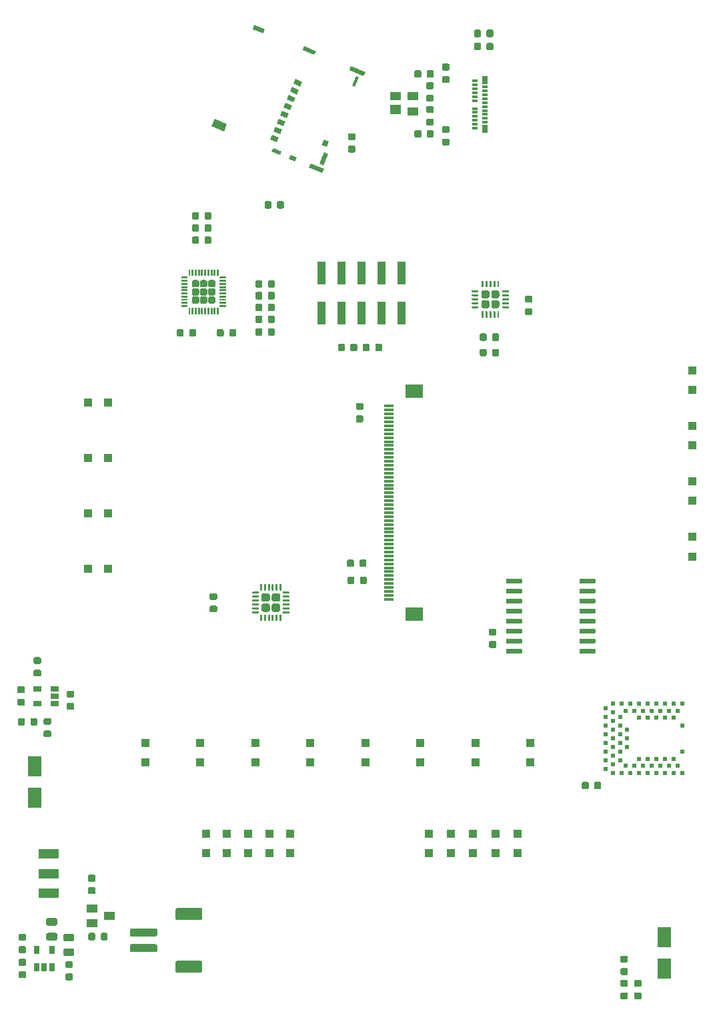
<source format=gbp>
G04 #@! TF.GenerationSoftware,KiCad,Pcbnew,(5.1.5)-3*
G04 #@! TF.CreationDate,2021-01-15T00:49:48-07:00*
G04 #@! TF.ProjectId,purplewizard,70757270-6c65-4776-997a-6172642e6b69,0.1*
G04 #@! TF.SameCoordinates,PX613b810PYa454c00*
G04 #@! TF.FileFunction,Paste,Bot*
G04 #@! TF.FilePolarity,Positive*
%FSLAX46Y46*%
G04 Gerber Fmt 4.6, Leading zero omitted, Abs format (unit mm)*
G04 Created by KiCad (PCBNEW (5.1.5)-3) date 2021-01-15 00:49:48*
%MOMM*%
%LPD*%
G04 APERTURE LIST*
%ADD10C,0.100000*%
%ADD11R,1.300000X0.300000*%
%ADD12R,2.200000X1.800000*%
%ADD13R,1.800000X2.500000*%
%ADD14R,2.500000X1.250000*%
%ADD15R,1.400000X1.000000*%
%ADD16R,1.400000X1.200000*%
%ADD17R,1.060000X0.650000*%
%ADD18R,0.650000X1.060000*%
%ADD19R,0.500000X0.500000*%
%ADD20R,0.700000X1.000000*%
%ADD21R,0.700000X0.300000*%
%ADD22R,1.000000X1.000000*%
%ADD23R,1.000000X3.000000*%
G04 APERTURE END LIST*
D10*
G36*
X28799600Y121208932D02*
G01*
X27234742Y121873175D01*
X27629380Y122802884D01*
X29194238Y122138641D01*
X28799600Y121208932D01*
G37*
G36*
X35933513Y118180765D02*
G01*
X34874933Y118630106D01*
X35078113Y119108769D01*
X36136693Y118659428D01*
X35933513Y118180765D01*
G37*
G36*
X37820548Y117379766D02*
G01*
X37065734Y117700166D01*
X37268914Y118178828D01*
X38023728Y117858428D01*
X37820548Y117379766D01*
G37*
G36*
X41318467Y115894988D02*
G01*
X39615533Y116617840D01*
X39838249Y117142528D01*
X41541183Y116419676D01*
X41318467Y115894988D01*
G37*
G36*
X41421324Y116905097D02*
G01*
X40915047Y117119999D01*
X41520680Y118546781D01*
X42026957Y118331879D01*
X41421324Y116905097D01*
G37*
G36*
X41867568Y119236034D02*
G01*
X41223214Y119509546D01*
X41496726Y120153900D01*
X42141080Y119880388D01*
X41867568Y119236034D01*
G37*
G36*
X45465197Y126866948D02*
G01*
X45050970Y127042777D01*
X45558921Y128239434D01*
X45973148Y128063605D01*
X45465197Y126866948D01*
G37*
G36*
X46542541Y128202138D02*
G01*
X44738352Y128967971D01*
X44961069Y129492658D01*
X46765258Y128726825D01*
X46542541Y128202138D01*
G37*
G36*
X40302644Y130905135D02*
G01*
X38783811Y131549841D01*
X38986992Y132028503D01*
X40505825Y131383797D01*
X40302644Y130905135D01*
G37*
G36*
X33793549Y133613764D02*
G01*
X32458817Y134180324D01*
X32681533Y134705012D01*
X34016265Y134138452D01*
X33793549Y133613764D01*
G37*
G36*
X35482748Y119806099D02*
G01*
X34654294Y120157757D01*
X34904362Y120746881D01*
X35732816Y120395223D01*
X35482748Y119806099D01*
G37*
G36*
X35912552Y120818654D02*
G01*
X35084098Y121170312D01*
X35334166Y121759436D01*
X36162620Y121407778D01*
X35912552Y120818654D01*
G37*
G36*
X36342356Y121831209D02*
G01*
X35513902Y122182867D01*
X35763970Y122771991D01*
X36592424Y122420333D01*
X36342356Y121831209D01*
G37*
G36*
X36772160Y122843765D02*
G01*
X35943706Y123195423D01*
X36193774Y123784547D01*
X37022228Y123432889D01*
X36772160Y122843765D01*
G37*
G36*
X37201965Y123856320D02*
G01*
X36373511Y124207978D01*
X36623579Y124797102D01*
X37452033Y124445444D01*
X37201965Y123856320D01*
G37*
G36*
X37631769Y124868875D02*
G01*
X36803315Y125220533D01*
X37053383Y125809657D01*
X37881837Y125457999D01*
X37631769Y124868875D01*
G37*
G36*
X38061573Y125881431D02*
G01*
X37233119Y126233089D01*
X37483187Y126822213D01*
X38311641Y126470555D01*
X38061573Y125881431D01*
G37*
G36*
X38491377Y126893986D02*
G01*
X37662923Y127245644D01*
X37912991Y127834768D01*
X38741445Y127483110D01*
X38491377Y126893986D01*
G37*
G36*
X45122691Y66893947D02*
G01*
X45143926Y66890797D01*
X45164750Y66885581D01*
X45184962Y66878349D01*
X45204368Y66869170D01*
X45222781Y66858134D01*
X45240024Y66845346D01*
X45255930Y66830930D01*
X45270346Y66815024D01*
X45283134Y66797781D01*
X45294170Y66779368D01*
X45303349Y66759962D01*
X45310581Y66739750D01*
X45315797Y66718926D01*
X45318947Y66697691D01*
X45320000Y66676250D01*
X45320000Y66163750D01*
X45318947Y66142309D01*
X45315797Y66121074D01*
X45310581Y66100250D01*
X45303349Y66080038D01*
X45294170Y66060632D01*
X45283134Y66042219D01*
X45270346Y66024976D01*
X45255930Y66009070D01*
X45240024Y65994654D01*
X45222781Y65981866D01*
X45204368Y65970830D01*
X45184962Y65961651D01*
X45164750Y65954419D01*
X45143926Y65949203D01*
X45122691Y65946053D01*
X45101250Y65945000D01*
X44663750Y65945000D01*
X44642309Y65946053D01*
X44621074Y65949203D01*
X44600250Y65954419D01*
X44580038Y65961651D01*
X44560632Y65970830D01*
X44542219Y65981866D01*
X44524976Y65994654D01*
X44509070Y66009070D01*
X44494654Y66024976D01*
X44481866Y66042219D01*
X44470830Y66060632D01*
X44461651Y66080038D01*
X44454419Y66100250D01*
X44449203Y66121074D01*
X44446053Y66142309D01*
X44445000Y66163750D01*
X44445000Y66676250D01*
X44446053Y66697691D01*
X44449203Y66718926D01*
X44454419Y66739750D01*
X44461651Y66759962D01*
X44470830Y66779368D01*
X44481866Y66797781D01*
X44494654Y66815024D01*
X44509070Y66830930D01*
X44524976Y66845346D01*
X44542219Y66858134D01*
X44560632Y66869170D01*
X44580038Y66878349D01*
X44600250Y66885581D01*
X44621074Y66890797D01*
X44642309Y66893947D01*
X44663750Y66895000D01*
X45101250Y66895000D01*
X45122691Y66893947D01*
G37*
G36*
X46697691Y66893947D02*
G01*
X46718926Y66890797D01*
X46739750Y66885581D01*
X46759962Y66878349D01*
X46779368Y66869170D01*
X46797781Y66858134D01*
X46815024Y66845346D01*
X46830930Y66830930D01*
X46845346Y66815024D01*
X46858134Y66797781D01*
X46869170Y66779368D01*
X46878349Y66759962D01*
X46885581Y66739750D01*
X46890797Y66718926D01*
X46893947Y66697691D01*
X46895000Y66676250D01*
X46895000Y66163750D01*
X46893947Y66142309D01*
X46890797Y66121074D01*
X46885581Y66100250D01*
X46878349Y66080038D01*
X46869170Y66060632D01*
X46858134Y66042219D01*
X46845346Y66024976D01*
X46830930Y66009070D01*
X46815024Y65994654D01*
X46797781Y65981866D01*
X46779368Y65970830D01*
X46759962Y65961651D01*
X46739750Y65954419D01*
X46718926Y65949203D01*
X46697691Y65946053D01*
X46676250Y65945000D01*
X46238750Y65945000D01*
X46217309Y65946053D01*
X46196074Y65949203D01*
X46175250Y65954419D01*
X46155038Y65961651D01*
X46135632Y65970830D01*
X46117219Y65981866D01*
X46099976Y65994654D01*
X46084070Y66009070D01*
X46069654Y66024976D01*
X46056866Y66042219D01*
X46045830Y66060632D01*
X46036651Y66080038D01*
X46029419Y66100250D01*
X46024203Y66121074D01*
X46021053Y66142309D01*
X46020000Y66163750D01*
X46020000Y66676250D01*
X46021053Y66697691D01*
X46024203Y66718926D01*
X46029419Y66739750D01*
X46036651Y66759962D01*
X46045830Y66779368D01*
X46056866Y66797781D01*
X46069654Y66815024D01*
X46084070Y66830930D01*
X46099976Y66845346D01*
X46117219Y66858134D01*
X46135632Y66869170D01*
X46155038Y66878349D01*
X46175250Y66885581D01*
X46196074Y66890797D01*
X46217309Y66893947D01*
X46238750Y66895000D01*
X46676250Y66895000D01*
X46697691Y66893947D01*
G37*
G36*
X25454660Y100278993D02*
G01*
X25478408Y100271789D01*
X25500294Y100260091D01*
X25519477Y100244348D01*
X25624348Y100139477D01*
X25640091Y100120294D01*
X25651789Y100098408D01*
X25658993Y100074660D01*
X25661425Y100049964D01*
X25661425Y99583370D01*
X25658993Y99558674D01*
X25651789Y99534926D01*
X25640091Y99513040D01*
X25624348Y99493857D01*
X25519477Y99388986D01*
X25500294Y99373243D01*
X25478408Y99361545D01*
X25454660Y99354341D01*
X25429964Y99351909D01*
X24963370Y99351909D01*
X24938674Y99354341D01*
X24914926Y99361545D01*
X24893040Y99373243D01*
X24873857Y99388986D01*
X24768986Y99493857D01*
X24753243Y99513040D01*
X24741545Y99534926D01*
X24734341Y99558674D01*
X24731909Y99583370D01*
X24731909Y100049964D01*
X24734341Y100074660D01*
X24741545Y100098408D01*
X24753243Y100120294D01*
X24768986Y100139477D01*
X24873857Y100244348D01*
X24893040Y100260091D01*
X24914926Y100271789D01*
X24938674Y100278993D01*
X24963370Y100281425D01*
X25429964Y100281425D01*
X25454660Y100278993D01*
G37*
G36*
X25454660Y101312326D02*
G01*
X25478408Y101305122D01*
X25500294Y101293424D01*
X25519477Y101277681D01*
X25624348Y101172810D01*
X25640091Y101153627D01*
X25651789Y101131741D01*
X25658993Y101107993D01*
X25661425Y101083297D01*
X25661425Y100616703D01*
X25658993Y100592007D01*
X25651789Y100568259D01*
X25640091Y100546373D01*
X25624348Y100527190D01*
X25519477Y100422319D01*
X25500294Y100406576D01*
X25478408Y100394878D01*
X25454660Y100387674D01*
X25429964Y100385242D01*
X24963370Y100385242D01*
X24938674Y100387674D01*
X24914926Y100394878D01*
X24893040Y100406576D01*
X24873857Y100422319D01*
X24768986Y100527190D01*
X24753243Y100546373D01*
X24741545Y100568259D01*
X24734341Y100592007D01*
X24731909Y100616703D01*
X24731909Y101083297D01*
X24734341Y101107993D01*
X24741545Y101131741D01*
X24753243Y101153627D01*
X24768986Y101172810D01*
X24873857Y101277681D01*
X24893040Y101293424D01*
X24914926Y101305122D01*
X24938674Y101312326D01*
X24963370Y101314758D01*
X25429964Y101314758D01*
X25454660Y101312326D01*
G37*
G36*
X25454660Y102345659D02*
G01*
X25478408Y102338455D01*
X25500294Y102326757D01*
X25519477Y102311014D01*
X25624348Y102206143D01*
X25640091Y102186960D01*
X25651789Y102165074D01*
X25658993Y102141326D01*
X25661425Y102116630D01*
X25661425Y101650036D01*
X25658993Y101625340D01*
X25651789Y101601592D01*
X25640091Y101579706D01*
X25624348Y101560523D01*
X25519477Y101455652D01*
X25500294Y101439909D01*
X25478408Y101428211D01*
X25454660Y101421007D01*
X25429964Y101418575D01*
X24963370Y101418575D01*
X24938674Y101421007D01*
X24914926Y101428211D01*
X24893040Y101439909D01*
X24873857Y101455652D01*
X24768986Y101560523D01*
X24753243Y101579706D01*
X24741545Y101601592D01*
X24734341Y101625340D01*
X24731909Y101650036D01*
X24731909Y102116630D01*
X24734341Y102141326D01*
X24741545Y102165074D01*
X24753243Y102186960D01*
X24768986Y102206143D01*
X24873857Y102311014D01*
X24893040Y102326757D01*
X24914926Y102338455D01*
X24938674Y102345659D01*
X24963370Y102348091D01*
X25429964Y102348091D01*
X25454660Y102345659D01*
G37*
G36*
X26487993Y100278993D02*
G01*
X26511741Y100271789D01*
X26533627Y100260091D01*
X26552810Y100244348D01*
X26657681Y100139477D01*
X26673424Y100120294D01*
X26685122Y100098408D01*
X26692326Y100074660D01*
X26694758Y100049964D01*
X26694758Y99583370D01*
X26692326Y99558674D01*
X26685122Y99534926D01*
X26673424Y99513040D01*
X26657681Y99493857D01*
X26552810Y99388986D01*
X26533627Y99373243D01*
X26511741Y99361545D01*
X26487993Y99354341D01*
X26463297Y99351909D01*
X25996703Y99351909D01*
X25972007Y99354341D01*
X25948259Y99361545D01*
X25926373Y99373243D01*
X25907190Y99388986D01*
X25802319Y99493857D01*
X25786576Y99513040D01*
X25774878Y99534926D01*
X25767674Y99558674D01*
X25765242Y99583370D01*
X25765242Y100049964D01*
X25767674Y100074660D01*
X25774878Y100098408D01*
X25786576Y100120294D01*
X25802319Y100139477D01*
X25907190Y100244348D01*
X25926373Y100260091D01*
X25948259Y100271789D01*
X25972007Y100278993D01*
X25996703Y100281425D01*
X26463297Y100281425D01*
X26487993Y100278993D01*
G37*
G36*
X26487993Y101312326D02*
G01*
X26511741Y101305122D01*
X26533627Y101293424D01*
X26552810Y101277681D01*
X26657681Y101172810D01*
X26673424Y101153627D01*
X26685122Y101131741D01*
X26692326Y101107993D01*
X26694758Y101083297D01*
X26694758Y100616703D01*
X26692326Y100592007D01*
X26685122Y100568259D01*
X26673424Y100546373D01*
X26657681Y100527190D01*
X26552810Y100422319D01*
X26533627Y100406576D01*
X26511741Y100394878D01*
X26487993Y100387674D01*
X26463297Y100385242D01*
X25996703Y100385242D01*
X25972007Y100387674D01*
X25948259Y100394878D01*
X25926373Y100406576D01*
X25907190Y100422319D01*
X25802319Y100527190D01*
X25786576Y100546373D01*
X25774878Y100568259D01*
X25767674Y100592007D01*
X25765242Y100616703D01*
X25765242Y101083297D01*
X25767674Y101107993D01*
X25774878Y101131741D01*
X25786576Y101153627D01*
X25802319Y101172810D01*
X25907190Y101277681D01*
X25926373Y101293424D01*
X25948259Y101305122D01*
X25972007Y101312326D01*
X25996703Y101314758D01*
X26463297Y101314758D01*
X26487993Y101312326D01*
G37*
G36*
X26487993Y102345659D02*
G01*
X26511741Y102338455D01*
X26533627Y102326757D01*
X26552810Y102311014D01*
X26657681Y102206143D01*
X26673424Y102186960D01*
X26685122Y102165074D01*
X26692326Y102141326D01*
X26694758Y102116630D01*
X26694758Y101650036D01*
X26692326Y101625340D01*
X26685122Y101601592D01*
X26673424Y101579706D01*
X26657681Y101560523D01*
X26552810Y101455652D01*
X26533627Y101439909D01*
X26511741Y101428211D01*
X26487993Y101421007D01*
X26463297Y101418575D01*
X25996703Y101418575D01*
X25972007Y101421007D01*
X25948259Y101428211D01*
X25926373Y101439909D01*
X25907190Y101455652D01*
X25802319Y101560523D01*
X25786576Y101579706D01*
X25774878Y101601592D01*
X25767674Y101625340D01*
X25765242Y101650036D01*
X25765242Y102116630D01*
X25767674Y102141326D01*
X25774878Y102165074D01*
X25786576Y102186960D01*
X25802319Y102206143D01*
X25907190Y102311014D01*
X25926373Y102326757D01*
X25948259Y102338455D01*
X25972007Y102345659D01*
X25996703Y102348091D01*
X26463297Y102348091D01*
X26487993Y102345659D01*
G37*
G36*
X27521326Y100278993D02*
G01*
X27545074Y100271789D01*
X27566960Y100260091D01*
X27586143Y100244348D01*
X27691014Y100139477D01*
X27706757Y100120294D01*
X27718455Y100098408D01*
X27725659Y100074660D01*
X27728091Y100049964D01*
X27728091Y99583370D01*
X27725659Y99558674D01*
X27718455Y99534926D01*
X27706757Y99513040D01*
X27691014Y99493857D01*
X27586143Y99388986D01*
X27566960Y99373243D01*
X27545074Y99361545D01*
X27521326Y99354341D01*
X27496630Y99351909D01*
X27030036Y99351909D01*
X27005340Y99354341D01*
X26981592Y99361545D01*
X26959706Y99373243D01*
X26940523Y99388986D01*
X26835652Y99493857D01*
X26819909Y99513040D01*
X26808211Y99534926D01*
X26801007Y99558674D01*
X26798575Y99583370D01*
X26798575Y100049964D01*
X26801007Y100074660D01*
X26808211Y100098408D01*
X26819909Y100120294D01*
X26835652Y100139477D01*
X26940523Y100244348D01*
X26959706Y100260091D01*
X26981592Y100271789D01*
X27005340Y100278993D01*
X27030036Y100281425D01*
X27496630Y100281425D01*
X27521326Y100278993D01*
G37*
G36*
X27521326Y101312326D02*
G01*
X27545074Y101305122D01*
X27566960Y101293424D01*
X27586143Y101277681D01*
X27691014Y101172810D01*
X27706757Y101153627D01*
X27718455Y101131741D01*
X27725659Y101107993D01*
X27728091Y101083297D01*
X27728091Y100616703D01*
X27725659Y100592007D01*
X27718455Y100568259D01*
X27706757Y100546373D01*
X27691014Y100527190D01*
X27586143Y100422319D01*
X27566960Y100406576D01*
X27545074Y100394878D01*
X27521326Y100387674D01*
X27496630Y100385242D01*
X27030036Y100385242D01*
X27005340Y100387674D01*
X26981592Y100394878D01*
X26959706Y100406576D01*
X26940523Y100422319D01*
X26835652Y100527190D01*
X26819909Y100546373D01*
X26808211Y100568259D01*
X26801007Y100592007D01*
X26798575Y100616703D01*
X26798575Y101083297D01*
X26801007Y101107993D01*
X26808211Y101131741D01*
X26819909Y101153627D01*
X26835652Y101172810D01*
X26940523Y101277681D01*
X26959706Y101293424D01*
X26981592Y101305122D01*
X27005340Y101312326D01*
X27030036Y101314758D01*
X27496630Y101314758D01*
X27521326Y101312326D01*
G37*
G36*
X27521326Y102345659D02*
G01*
X27545074Y102338455D01*
X27566960Y102326757D01*
X27586143Y102311014D01*
X27691014Y102206143D01*
X27706757Y102186960D01*
X27718455Y102165074D01*
X27725659Y102141326D01*
X27728091Y102116630D01*
X27728091Y101650036D01*
X27725659Y101625340D01*
X27718455Y101601592D01*
X27706757Y101579706D01*
X27691014Y101560523D01*
X27586143Y101455652D01*
X27566960Y101439909D01*
X27545074Y101428211D01*
X27521326Y101421007D01*
X27496630Y101418575D01*
X27030036Y101418575D01*
X27005340Y101421007D01*
X26981592Y101428211D01*
X26959706Y101439909D01*
X26940523Y101455652D01*
X26835652Y101560523D01*
X26819909Y101579706D01*
X26808211Y101601592D01*
X26801007Y101625340D01*
X26798575Y101650036D01*
X26798575Y102116630D01*
X26801007Y102141326D01*
X26808211Y102165074D01*
X26819909Y102186960D01*
X26835652Y102206143D01*
X26940523Y102311014D01*
X26959706Y102326757D01*
X26981592Y102338455D01*
X27005340Y102345659D01*
X27030036Y102348091D01*
X27496630Y102348091D01*
X27521326Y102345659D01*
G37*
G36*
X24148626Y99174699D02*
G01*
X24154693Y99173799D01*
X24160643Y99172309D01*
X24166418Y99170242D01*
X24171962Y99167620D01*
X24177223Y99164467D01*
X24182150Y99160813D01*
X24186694Y99156694D01*
X24190813Y99152150D01*
X24194467Y99147223D01*
X24197620Y99141962D01*
X24200242Y99136418D01*
X24202309Y99130643D01*
X24203799Y99124693D01*
X24204699Y99118626D01*
X24205000Y99112500D01*
X24205000Y98987500D01*
X24204699Y98981374D01*
X24203799Y98975307D01*
X24202309Y98969357D01*
X24200242Y98963582D01*
X24197620Y98958038D01*
X24194467Y98952777D01*
X24190813Y98947850D01*
X24186694Y98943306D01*
X24182150Y98939187D01*
X24177223Y98935533D01*
X24171962Y98932380D01*
X24166418Y98929758D01*
X24160643Y98927691D01*
X24154693Y98926201D01*
X24148626Y98925301D01*
X24142500Y98925000D01*
X23442500Y98925000D01*
X23436374Y98925301D01*
X23430307Y98926201D01*
X23424357Y98927691D01*
X23418582Y98929758D01*
X23413038Y98932380D01*
X23407777Y98935533D01*
X23402850Y98939187D01*
X23398306Y98943306D01*
X23394187Y98947850D01*
X23390533Y98952777D01*
X23387380Y98958038D01*
X23384758Y98963582D01*
X23382691Y98969357D01*
X23381201Y98975307D01*
X23380301Y98981374D01*
X23380000Y98987500D01*
X23380000Y99112500D01*
X23380301Y99118626D01*
X23381201Y99124693D01*
X23382691Y99130643D01*
X23384758Y99136418D01*
X23387380Y99141962D01*
X23390533Y99147223D01*
X23394187Y99152150D01*
X23398306Y99156694D01*
X23402850Y99160813D01*
X23407777Y99164467D01*
X23413038Y99167620D01*
X23418582Y99170242D01*
X23424357Y99172309D01*
X23430307Y99173799D01*
X23436374Y99174699D01*
X23442500Y99175000D01*
X24142500Y99175000D01*
X24148626Y99174699D01*
G37*
G36*
X24148626Y99574699D02*
G01*
X24154693Y99573799D01*
X24160643Y99572309D01*
X24166418Y99570242D01*
X24171962Y99567620D01*
X24177223Y99564467D01*
X24182150Y99560813D01*
X24186694Y99556694D01*
X24190813Y99552150D01*
X24194467Y99547223D01*
X24197620Y99541962D01*
X24200242Y99536418D01*
X24202309Y99530643D01*
X24203799Y99524693D01*
X24204699Y99518626D01*
X24205000Y99512500D01*
X24205000Y99387500D01*
X24204699Y99381374D01*
X24203799Y99375307D01*
X24202309Y99369357D01*
X24200242Y99363582D01*
X24197620Y99358038D01*
X24194467Y99352777D01*
X24190813Y99347850D01*
X24186694Y99343306D01*
X24182150Y99339187D01*
X24177223Y99335533D01*
X24171962Y99332380D01*
X24166418Y99329758D01*
X24160643Y99327691D01*
X24154693Y99326201D01*
X24148626Y99325301D01*
X24142500Y99325000D01*
X23442500Y99325000D01*
X23436374Y99325301D01*
X23430307Y99326201D01*
X23424357Y99327691D01*
X23418582Y99329758D01*
X23413038Y99332380D01*
X23407777Y99335533D01*
X23402850Y99339187D01*
X23398306Y99343306D01*
X23394187Y99347850D01*
X23390533Y99352777D01*
X23387380Y99358038D01*
X23384758Y99363582D01*
X23382691Y99369357D01*
X23381201Y99375307D01*
X23380301Y99381374D01*
X23380000Y99387500D01*
X23380000Y99512500D01*
X23380301Y99518626D01*
X23381201Y99524693D01*
X23382691Y99530643D01*
X23384758Y99536418D01*
X23387380Y99541962D01*
X23390533Y99547223D01*
X23394187Y99552150D01*
X23398306Y99556694D01*
X23402850Y99560813D01*
X23407777Y99564467D01*
X23413038Y99567620D01*
X23418582Y99570242D01*
X23424357Y99572309D01*
X23430307Y99573799D01*
X23436374Y99574699D01*
X23442500Y99575000D01*
X24142500Y99575000D01*
X24148626Y99574699D01*
G37*
G36*
X24148626Y99974699D02*
G01*
X24154693Y99973799D01*
X24160643Y99972309D01*
X24166418Y99970242D01*
X24171962Y99967620D01*
X24177223Y99964467D01*
X24182150Y99960813D01*
X24186694Y99956694D01*
X24190813Y99952150D01*
X24194467Y99947223D01*
X24197620Y99941962D01*
X24200242Y99936418D01*
X24202309Y99930643D01*
X24203799Y99924693D01*
X24204699Y99918626D01*
X24205000Y99912500D01*
X24205000Y99787500D01*
X24204699Y99781374D01*
X24203799Y99775307D01*
X24202309Y99769357D01*
X24200242Y99763582D01*
X24197620Y99758038D01*
X24194467Y99752777D01*
X24190813Y99747850D01*
X24186694Y99743306D01*
X24182150Y99739187D01*
X24177223Y99735533D01*
X24171962Y99732380D01*
X24166418Y99729758D01*
X24160643Y99727691D01*
X24154693Y99726201D01*
X24148626Y99725301D01*
X24142500Y99725000D01*
X23442500Y99725000D01*
X23436374Y99725301D01*
X23430307Y99726201D01*
X23424357Y99727691D01*
X23418582Y99729758D01*
X23413038Y99732380D01*
X23407777Y99735533D01*
X23402850Y99739187D01*
X23398306Y99743306D01*
X23394187Y99747850D01*
X23390533Y99752777D01*
X23387380Y99758038D01*
X23384758Y99763582D01*
X23382691Y99769357D01*
X23381201Y99775307D01*
X23380301Y99781374D01*
X23380000Y99787500D01*
X23380000Y99912500D01*
X23380301Y99918626D01*
X23381201Y99924693D01*
X23382691Y99930643D01*
X23384758Y99936418D01*
X23387380Y99941962D01*
X23390533Y99947223D01*
X23394187Y99952150D01*
X23398306Y99956694D01*
X23402850Y99960813D01*
X23407777Y99964467D01*
X23413038Y99967620D01*
X23418582Y99970242D01*
X23424357Y99972309D01*
X23430307Y99973799D01*
X23436374Y99974699D01*
X23442500Y99975000D01*
X24142500Y99975000D01*
X24148626Y99974699D01*
G37*
G36*
X24148626Y100374699D02*
G01*
X24154693Y100373799D01*
X24160643Y100372309D01*
X24166418Y100370242D01*
X24171962Y100367620D01*
X24177223Y100364467D01*
X24182150Y100360813D01*
X24186694Y100356694D01*
X24190813Y100352150D01*
X24194467Y100347223D01*
X24197620Y100341962D01*
X24200242Y100336418D01*
X24202309Y100330643D01*
X24203799Y100324693D01*
X24204699Y100318626D01*
X24205000Y100312500D01*
X24205000Y100187500D01*
X24204699Y100181374D01*
X24203799Y100175307D01*
X24202309Y100169357D01*
X24200242Y100163582D01*
X24197620Y100158038D01*
X24194467Y100152777D01*
X24190813Y100147850D01*
X24186694Y100143306D01*
X24182150Y100139187D01*
X24177223Y100135533D01*
X24171962Y100132380D01*
X24166418Y100129758D01*
X24160643Y100127691D01*
X24154693Y100126201D01*
X24148626Y100125301D01*
X24142500Y100125000D01*
X23442500Y100125000D01*
X23436374Y100125301D01*
X23430307Y100126201D01*
X23424357Y100127691D01*
X23418582Y100129758D01*
X23413038Y100132380D01*
X23407777Y100135533D01*
X23402850Y100139187D01*
X23398306Y100143306D01*
X23394187Y100147850D01*
X23390533Y100152777D01*
X23387380Y100158038D01*
X23384758Y100163582D01*
X23382691Y100169357D01*
X23381201Y100175307D01*
X23380301Y100181374D01*
X23380000Y100187500D01*
X23380000Y100312500D01*
X23380301Y100318626D01*
X23381201Y100324693D01*
X23382691Y100330643D01*
X23384758Y100336418D01*
X23387380Y100341962D01*
X23390533Y100347223D01*
X23394187Y100352150D01*
X23398306Y100356694D01*
X23402850Y100360813D01*
X23407777Y100364467D01*
X23413038Y100367620D01*
X23418582Y100370242D01*
X23424357Y100372309D01*
X23430307Y100373799D01*
X23436374Y100374699D01*
X23442500Y100375000D01*
X24142500Y100375000D01*
X24148626Y100374699D01*
G37*
G36*
X24148626Y100774699D02*
G01*
X24154693Y100773799D01*
X24160643Y100772309D01*
X24166418Y100770242D01*
X24171962Y100767620D01*
X24177223Y100764467D01*
X24182150Y100760813D01*
X24186694Y100756694D01*
X24190813Y100752150D01*
X24194467Y100747223D01*
X24197620Y100741962D01*
X24200242Y100736418D01*
X24202309Y100730643D01*
X24203799Y100724693D01*
X24204699Y100718626D01*
X24205000Y100712500D01*
X24205000Y100587500D01*
X24204699Y100581374D01*
X24203799Y100575307D01*
X24202309Y100569357D01*
X24200242Y100563582D01*
X24197620Y100558038D01*
X24194467Y100552777D01*
X24190813Y100547850D01*
X24186694Y100543306D01*
X24182150Y100539187D01*
X24177223Y100535533D01*
X24171962Y100532380D01*
X24166418Y100529758D01*
X24160643Y100527691D01*
X24154693Y100526201D01*
X24148626Y100525301D01*
X24142500Y100525000D01*
X23442500Y100525000D01*
X23436374Y100525301D01*
X23430307Y100526201D01*
X23424357Y100527691D01*
X23418582Y100529758D01*
X23413038Y100532380D01*
X23407777Y100535533D01*
X23402850Y100539187D01*
X23398306Y100543306D01*
X23394187Y100547850D01*
X23390533Y100552777D01*
X23387380Y100558038D01*
X23384758Y100563582D01*
X23382691Y100569357D01*
X23381201Y100575307D01*
X23380301Y100581374D01*
X23380000Y100587500D01*
X23380000Y100712500D01*
X23380301Y100718626D01*
X23381201Y100724693D01*
X23382691Y100730643D01*
X23384758Y100736418D01*
X23387380Y100741962D01*
X23390533Y100747223D01*
X23394187Y100752150D01*
X23398306Y100756694D01*
X23402850Y100760813D01*
X23407777Y100764467D01*
X23413038Y100767620D01*
X23418582Y100770242D01*
X23424357Y100772309D01*
X23430307Y100773799D01*
X23436374Y100774699D01*
X23442500Y100775000D01*
X24142500Y100775000D01*
X24148626Y100774699D01*
G37*
G36*
X24148626Y101174699D02*
G01*
X24154693Y101173799D01*
X24160643Y101172309D01*
X24166418Y101170242D01*
X24171962Y101167620D01*
X24177223Y101164467D01*
X24182150Y101160813D01*
X24186694Y101156694D01*
X24190813Y101152150D01*
X24194467Y101147223D01*
X24197620Y101141962D01*
X24200242Y101136418D01*
X24202309Y101130643D01*
X24203799Y101124693D01*
X24204699Y101118626D01*
X24205000Y101112500D01*
X24205000Y100987500D01*
X24204699Y100981374D01*
X24203799Y100975307D01*
X24202309Y100969357D01*
X24200242Y100963582D01*
X24197620Y100958038D01*
X24194467Y100952777D01*
X24190813Y100947850D01*
X24186694Y100943306D01*
X24182150Y100939187D01*
X24177223Y100935533D01*
X24171962Y100932380D01*
X24166418Y100929758D01*
X24160643Y100927691D01*
X24154693Y100926201D01*
X24148626Y100925301D01*
X24142500Y100925000D01*
X23442500Y100925000D01*
X23436374Y100925301D01*
X23430307Y100926201D01*
X23424357Y100927691D01*
X23418582Y100929758D01*
X23413038Y100932380D01*
X23407777Y100935533D01*
X23402850Y100939187D01*
X23398306Y100943306D01*
X23394187Y100947850D01*
X23390533Y100952777D01*
X23387380Y100958038D01*
X23384758Y100963582D01*
X23382691Y100969357D01*
X23381201Y100975307D01*
X23380301Y100981374D01*
X23380000Y100987500D01*
X23380000Y101112500D01*
X23380301Y101118626D01*
X23381201Y101124693D01*
X23382691Y101130643D01*
X23384758Y101136418D01*
X23387380Y101141962D01*
X23390533Y101147223D01*
X23394187Y101152150D01*
X23398306Y101156694D01*
X23402850Y101160813D01*
X23407777Y101164467D01*
X23413038Y101167620D01*
X23418582Y101170242D01*
X23424357Y101172309D01*
X23430307Y101173799D01*
X23436374Y101174699D01*
X23442500Y101175000D01*
X24142500Y101175000D01*
X24148626Y101174699D01*
G37*
G36*
X24148626Y101574699D02*
G01*
X24154693Y101573799D01*
X24160643Y101572309D01*
X24166418Y101570242D01*
X24171962Y101567620D01*
X24177223Y101564467D01*
X24182150Y101560813D01*
X24186694Y101556694D01*
X24190813Y101552150D01*
X24194467Y101547223D01*
X24197620Y101541962D01*
X24200242Y101536418D01*
X24202309Y101530643D01*
X24203799Y101524693D01*
X24204699Y101518626D01*
X24205000Y101512500D01*
X24205000Y101387500D01*
X24204699Y101381374D01*
X24203799Y101375307D01*
X24202309Y101369357D01*
X24200242Y101363582D01*
X24197620Y101358038D01*
X24194467Y101352777D01*
X24190813Y101347850D01*
X24186694Y101343306D01*
X24182150Y101339187D01*
X24177223Y101335533D01*
X24171962Y101332380D01*
X24166418Y101329758D01*
X24160643Y101327691D01*
X24154693Y101326201D01*
X24148626Y101325301D01*
X24142500Y101325000D01*
X23442500Y101325000D01*
X23436374Y101325301D01*
X23430307Y101326201D01*
X23424357Y101327691D01*
X23418582Y101329758D01*
X23413038Y101332380D01*
X23407777Y101335533D01*
X23402850Y101339187D01*
X23398306Y101343306D01*
X23394187Y101347850D01*
X23390533Y101352777D01*
X23387380Y101358038D01*
X23384758Y101363582D01*
X23382691Y101369357D01*
X23381201Y101375307D01*
X23380301Y101381374D01*
X23380000Y101387500D01*
X23380000Y101512500D01*
X23380301Y101518626D01*
X23381201Y101524693D01*
X23382691Y101530643D01*
X23384758Y101536418D01*
X23387380Y101541962D01*
X23390533Y101547223D01*
X23394187Y101552150D01*
X23398306Y101556694D01*
X23402850Y101560813D01*
X23407777Y101564467D01*
X23413038Y101567620D01*
X23418582Y101570242D01*
X23424357Y101572309D01*
X23430307Y101573799D01*
X23436374Y101574699D01*
X23442500Y101575000D01*
X24142500Y101575000D01*
X24148626Y101574699D01*
G37*
G36*
X24148626Y101974699D02*
G01*
X24154693Y101973799D01*
X24160643Y101972309D01*
X24166418Y101970242D01*
X24171962Y101967620D01*
X24177223Y101964467D01*
X24182150Y101960813D01*
X24186694Y101956694D01*
X24190813Y101952150D01*
X24194467Y101947223D01*
X24197620Y101941962D01*
X24200242Y101936418D01*
X24202309Y101930643D01*
X24203799Y101924693D01*
X24204699Y101918626D01*
X24205000Y101912500D01*
X24205000Y101787500D01*
X24204699Y101781374D01*
X24203799Y101775307D01*
X24202309Y101769357D01*
X24200242Y101763582D01*
X24197620Y101758038D01*
X24194467Y101752777D01*
X24190813Y101747850D01*
X24186694Y101743306D01*
X24182150Y101739187D01*
X24177223Y101735533D01*
X24171962Y101732380D01*
X24166418Y101729758D01*
X24160643Y101727691D01*
X24154693Y101726201D01*
X24148626Y101725301D01*
X24142500Y101725000D01*
X23442500Y101725000D01*
X23436374Y101725301D01*
X23430307Y101726201D01*
X23424357Y101727691D01*
X23418582Y101729758D01*
X23413038Y101732380D01*
X23407777Y101735533D01*
X23402850Y101739187D01*
X23398306Y101743306D01*
X23394187Y101747850D01*
X23390533Y101752777D01*
X23387380Y101758038D01*
X23384758Y101763582D01*
X23382691Y101769357D01*
X23381201Y101775307D01*
X23380301Y101781374D01*
X23380000Y101787500D01*
X23380000Y101912500D01*
X23380301Y101918626D01*
X23381201Y101924693D01*
X23382691Y101930643D01*
X23384758Y101936418D01*
X23387380Y101941962D01*
X23390533Y101947223D01*
X23394187Y101952150D01*
X23398306Y101956694D01*
X23402850Y101960813D01*
X23407777Y101964467D01*
X23413038Y101967620D01*
X23418582Y101970242D01*
X23424357Y101972309D01*
X23430307Y101973799D01*
X23436374Y101974699D01*
X23442500Y101975000D01*
X24142500Y101975000D01*
X24148626Y101974699D01*
G37*
G36*
X24148626Y102374699D02*
G01*
X24154693Y102373799D01*
X24160643Y102372309D01*
X24166418Y102370242D01*
X24171962Y102367620D01*
X24177223Y102364467D01*
X24182150Y102360813D01*
X24186694Y102356694D01*
X24190813Y102352150D01*
X24194467Y102347223D01*
X24197620Y102341962D01*
X24200242Y102336418D01*
X24202309Y102330643D01*
X24203799Y102324693D01*
X24204699Y102318626D01*
X24205000Y102312500D01*
X24205000Y102187500D01*
X24204699Y102181374D01*
X24203799Y102175307D01*
X24202309Y102169357D01*
X24200242Y102163582D01*
X24197620Y102158038D01*
X24194467Y102152777D01*
X24190813Y102147850D01*
X24186694Y102143306D01*
X24182150Y102139187D01*
X24177223Y102135533D01*
X24171962Y102132380D01*
X24166418Y102129758D01*
X24160643Y102127691D01*
X24154693Y102126201D01*
X24148626Y102125301D01*
X24142500Y102125000D01*
X23442500Y102125000D01*
X23436374Y102125301D01*
X23430307Y102126201D01*
X23424357Y102127691D01*
X23418582Y102129758D01*
X23413038Y102132380D01*
X23407777Y102135533D01*
X23402850Y102139187D01*
X23398306Y102143306D01*
X23394187Y102147850D01*
X23390533Y102152777D01*
X23387380Y102158038D01*
X23384758Y102163582D01*
X23382691Y102169357D01*
X23381201Y102175307D01*
X23380301Y102181374D01*
X23380000Y102187500D01*
X23380000Y102312500D01*
X23380301Y102318626D01*
X23381201Y102324693D01*
X23382691Y102330643D01*
X23384758Y102336418D01*
X23387380Y102341962D01*
X23390533Y102347223D01*
X23394187Y102352150D01*
X23398306Y102356694D01*
X23402850Y102360813D01*
X23407777Y102364467D01*
X23413038Y102367620D01*
X23418582Y102370242D01*
X23424357Y102372309D01*
X23430307Y102373799D01*
X23436374Y102374699D01*
X23442500Y102375000D01*
X24142500Y102375000D01*
X24148626Y102374699D01*
G37*
G36*
X24148626Y102774699D02*
G01*
X24154693Y102773799D01*
X24160643Y102772309D01*
X24166418Y102770242D01*
X24171962Y102767620D01*
X24177223Y102764467D01*
X24182150Y102760813D01*
X24186694Y102756694D01*
X24190813Y102752150D01*
X24194467Y102747223D01*
X24197620Y102741962D01*
X24200242Y102736418D01*
X24202309Y102730643D01*
X24203799Y102724693D01*
X24204699Y102718626D01*
X24205000Y102712500D01*
X24205000Y102587500D01*
X24204699Y102581374D01*
X24203799Y102575307D01*
X24202309Y102569357D01*
X24200242Y102563582D01*
X24197620Y102558038D01*
X24194467Y102552777D01*
X24190813Y102547850D01*
X24186694Y102543306D01*
X24182150Y102539187D01*
X24177223Y102535533D01*
X24171962Y102532380D01*
X24166418Y102529758D01*
X24160643Y102527691D01*
X24154693Y102526201D01*
X24148626Y102525301D01*
X24142500Y102525000D01*
X23442500Y102525000D01*
X23436374Y102525301D01*
X23430307Y102526201D01*
X23424357Y102527691D01*
X23418582Y102529758D01*
X23413038Y102532380D01*
X23407777Y102535533D01*
X23402850Y102539187D01*
X23398306Y102543306D01*
X23394187Y102547850D01*
X23390533Y102552777D01*
X23387380Y102558038D01*
X23384758Y102563582D01*
X23382691Y102569357D01*
X23381201Y102575307D01*
X23380301Y102581374D01*
X23380000Y102587500D01*
X23380000Y102712500D01*
X23380301Y102718626D01*
X23381201Y102724693D01*
X23382691Y102730643D01*
X23384758Y102736418D01*
X23387380Y102741962D01*
X23390533Y102747223D01*
X23394187Y102752150D01*
X23398306Y102756694D01*
X23402850Y102760813D01*
X23407777Y102764467D01*
X23413038Y102767620D01*
X23418582Y102770242D01*
X23424357Y102772309D01*
X23430307Y102773799D01*
X23436374Y102774699D01*
X23442500Y102775000D01*
X24142500Y102775000D01*
X24148626Y102774699D01*
G37*
G36*
X24498626Y103699699D02*
G01*
X24504693Y103698799D01*
X24510643Y103697309D01*
X24516418Y103695242D01*
X24521962Y103692620D01*
X24527223Y103689467D01*
X24532150Y103685813D01*
X24536694Y103681694D01*
X24540813Y103677150D01*
X24544467Y103672223D01*
X24547620Y103666962D01*
X24550242Y103661418D01*
X24552309Y103655643D01*
X24553799Y103649693D01*
X24554699Y103643626D01*
X24555000Y103637500D01*
X24555000Y102937500D01*
X24554699Y102931374D01*
X24553799Y102925307D01*
X24552309Y102919357D01*
X24550242Y102913582D01*
X24547620Y102908038D01*
X24544467Y102902777D01*
X24540813Y102897850D01*
X24536694Y102893306D01*
X24532150Y102889187D01*
X24527223Y102885533D01*
X24521962Y102882380D01*
X24516418Y102879758D01*
X24510643Y102877691D01*
X24504693Y102876201D01*
X24498626Y102875301D01*
X24492500Y102875000D01*
X24367500Y102875000D01*
X24361374Y102875301D01*
X24355307Y102876201D01*
X24349357Y102877691D01*
X24343582Y102879758D01*
X24338038Y102882380D01*
X24332777Y102885533D01*
X24327850Y102889187D01*
X24323306Y102893306D01*
X24319187Y102897850D01*
X24315533Y102902777D01*
X24312380Y102908038D01*
X24309758Y102913582D01*
X24307691Y102919357D01*
X24306201Y102925307D01*
X24305301Y102931374D01*
X24305000Y102937500D01*
X24305000Y103637500D01*
X24305301Y103643626D01*
X24306201Y103649693D01*
X24307691Y103655643D01*
X24309758Y103661418D01*
X24312380Y103666962D01*
X24315533Y103672223D01*
X24319187Y103677150D01*
X24323306Y103681694D01*
X24327850Y103685813D01*
X24332777Y103689467D01*
X24338038Y103692620D01*
X24343582Y103695242D01*
X24349357Y103697309D01*
X24355307Y103698799D01*
X24361374Y103699699D01*
X24367500Y103700000D01*
X24492500Y103700000D01*
X24498626Y103699699D01*
G37*
G36*
X24898626Y103699699D02*
G01*
X24904693Y103698799D01*
X24910643Y103697309D01*
X24916418Y103695242D01*
X24921962Y103692620D01*
X24927223Y103689467D01*
X24932150Y103685813D01*
X24936694Y103681694D01*
X24940813Y103677150D01*
X24944467Y103672223D01*
X24947620Y103666962D01*
X24950242Y103661418D01*
X24952309Y103655643D01*
X24953799Y103649693D01*
X24954699Y103643626D01*
X24955000Y103637500D01*
X24955000Y102937500D01*
X24954699Y102931374D01*
X24953799Y102925307D01*
X24952309Y102919357D01*
X24950242Y102913582D01*
X24947620Y102908038D01*
X24944467Y102902777D01*
X24940813Y102897850D01*
X24936694Y102893306D01*
X24932150Y102889187D01*
X24927223Y102885533D01*
X24921962Y102882380D01*
X24916418Y102879758D01*
X24910643Y102877691D01*
X24904693Y102876201D01*
X24898626Y102875301D01*
X24892500Y102875000D01*
X24767500Y102875000D01*
X24761374Y102875301D01*
X24755307Y102876201D01*
X24749357Y102877691D01*
X24743582Y102879758D01*
X24738038Y102882380D01*
X24732777Y102885533D01*
X24727850Y102889187D01*
X24723306Y102893306D01*
X24719187Y102897850D01*
X24715533Y102902777D01*
X24712380Y102908038D01*
X24709758Y102913582D01*
X24707691Y102919357D01*
X24706201Y102925307D01*
X24705301Y102931374D01*
X24705000Y102937500D01*
X24705000Y103637500D01*
X24705301Y103643626D01*
X24706201Y103649693D01*
X24707691Y103655643D01*
X24709758Y103661418D01*
X24712380Y103666962D01*
X24715533Y103672223D01*
X24719187Y103677150D01*
X24723306Y103681694D01*
X24727850Y103685813D01*
X24732777Y103689467D01*
X24738038Y103692620D01*
X24743582Y103695242D01*
X24749357Y103697309D01*
X24755307Y103698799D01*
X24761374Y103699699D01*
X24767500Y103700000D01*
X24892500Y103700000D01*
X24898626Y103699699D01*
G37*
G36*
X25298626Y103699699D02*
G01*
X25304693Y103698799D01*
X25310643Y103697309D01*
X25316418Y103695242D01*
X25321962Y103692620D01*
X25327223Y103689467D01*
X25332150Y103685813D01*
X25336694Y103681694D01*
X25340813Y103677150D01*
X25344467Y103672223D01*
X25347620Y103666962D01*
X25350242Y103661418D01*
X25352309Y103655643D01*
X25353799Y103649693D01*
X25354699Y103643626D01*
X25355000Y103637500D01*
X25355000Y102937500D01*
X25354699Y102931374D01*
X25353799Y102925307D01*
X25352309Y102919357D01*
X25350242Y102913582D01*
X25347620Y102908038D01*
X25344467Y102902777D01*
X25340813Y102897850D01*
X25336694Y102893306D01*
X25332150Y102889187D01*
X25327223Y102885533D01*
X25321962Y102882380D01*
X25316418Y102879758D01*
X25310643Y102877691D01*
X25304693Y102876201D01*
X25298626Y102875301D01*
X25292500Y102875000D01*
X25167500Y102875000D01*
X25161374Y102875301D01*
X25155307Y102876201D01*
X25149357Y102877691D01*
X25143582Y102879758D01*
X25138038Y102882380D01*
X25132777Y102885533D01*
X25127850Y102889187D01*
X25123306Y102893306D01*
X25119187Y102897850D01*
X25115533Y102902777D01*
X25112380Y102908038D01*
X25109758Y102913582D01*
X25107691Y102919357D01*
X25106201Y102925307D01*
X25105301Y102931374D01*
X25105000Y102937500D01*
X25105000Y103637500D01*
X25105301Y103643626D01*
X25106201Y103649693D01*
X25107691Y103655643D01*
X25109758Y103661418D01*
X25112380Y103666962D01*
X25115533Y103672223D01*
X25119187Y103677150D01*
X25123306Y103681694D01*
X25127850Y103685813D01*
X25132777Y103689467D01*
X25138038Y103692620D01*
X25143582Y103695242D01*
X25149357Y103697309D01*
X25155307Y103698799D01*
X25161374Y103699699D01*
X25167500Y103700000D01*
X25292500Y103700000D01*
X25298626Y103699699D01*
G37*
G36*
X25698626Y103699699D02*
G01*
X25704693Y103698799D01*
X25710643Y103697309D01*
X25716418Y103695242D01*
X25721962Y103692620D01*
X25727223Y103689467D01*
X25732150Y103685813D01*
X25736694Y103681694D01*
X25740813Y103677150D01*
X25744467Y103672223D01*
X25747620Y103666962D01*
X25750242Y103661418D01*
X25752309Y103655643D01*
X25753799Y103649693D01*
X25754699Y103643626D01*
X25755000Y103637500D01*
X25755000Y102937500D01*
X25754699Y102931374D01*
X25753799Y102925307D01*
X25752309Y102919357D01*
X25750242Y102913582D01*
X25747620Y102908038D01*
X25744467Y102902777D01*
X25740813Y102897850D01*
X25736694Y102893306D01*
X25732150Y102889187D01*
X25727223Y102885533D01*
X25721962Y102882380D01*
X25716418Y102879758D01*
X25710643Y102877691D01*
X25704693Y102876201D01*
X25698626Y102875301D01*
X25692500Y102875000D01*
X25567500Y102875000D01*
X25561374Y102875301D01*
X25555307Y102876201D01*
X25549357Y102877691D01*
X25543582Y102879758D01*
X25538038Y102882380D01*
X25532777Y102885533D01*
X25527850Y102889187D01*
X25523306Y102893306D01*
X25519187Y102897850D01*
X25515533Y102902777D01*
X25512380Y102908038D01*
X25509758Y102913582D01*
X25507691Y102919357D01*
X25506201Y102925307D01*
X25505301Y102931374D01*
X25505000Y102937500D01*
X25505000Y103637500D01*
X25505301Y103643626D01*
X25506201Y103649693D01*
X25507691Y103655643D01*
X25509758Y103661418D01*
X25512380Y103666962D01*
X25515533Y103672223D01*
X25519187Y103677150D01*
X25523306Y103681694D01*
X25527850Y103685813D01*
X25532777Y103689467D01*
X25538038Y103692620D01*
X25543582Y103695242D01*
X25549357Y103697309D01*
X25555307Y103698799D01*
X25561374Y103699699D01*
X25567500Y103700000D01*
X25692500Y103700000D01*
X25698626Y103699699D01*
G37*
G36*
X26098626Y103699699D02*
G01*
X26104693Y103698799D01*
X26110643Y103697309D01*
X26116418Y103695242D01*
X26121962Y103692620D01*
X26127223Y103689467D01*
X26132150Y103685813D01*
X26136694Y103681694D01*
X26140813Y103677150D01*
X26144467Y103672223D01*
X26147620Y103666962D01*
X26150242Y103661418D01*
X26152309Y103655643D01*
X26153799Y103649693D01*
X26154699Y103643626D01*
X26155000Y103637500D01*
X26155000Y102937500D01*
X26154699Y102931374D01*
X26153799Y102925307D01*
X26152309Y102919357D01*
X26150242Y102913582D01*
X26147620Y102908038D01*
X26144467Y102902777D01*
X26140813Y102897850D01*
X26136694Y102893306D01*
X26132150Y102889187D01*
X26127223Y102885533D01*
X26121962Y102882380D01*
X26116418Y102879758D01*
X26110643Y102877691D01*
X26104693Y102876201D01*
X26098626Y102875301D01*
X26092500Y102875000D01*
X25967500Y102875000D01*
X25961374Y102875301D01*
X25955307Y102876201D01*
X25949357Y102877691D01*
X25943582Y102879758D01*
X25938038Y102882380D01*
X25932777Y102885533D01*
X25927850Y102889187D01*
X25923306Y102893306D01*
X25919187Y102897850D01*
X25915533Y102902777D01*
X25912380Y102908038D01*
X25909758Y102913582D01*
X25907691Y102919357D01*
X25906201Y102925307D01*
X25905301Y102931374D01*
X25905000Y102937500D01*
X25905000Y103637500D01*
X25905301Y103643626D01*
X25906201Y103649693D01*
X25907691Y103655643D01*
X25909758Y103661418D01*
X25912380Y103666962D01*
X25915533Y103672223D01*
X25919187Y103677150D01*
X25923306Y103681694D01*
X25927850Y103685813D01*
X25932777Y103689467D01*
X25938038Y103692620D01*
X25943582Y103695242D01*
X25949357Y103697309D01*
X25955307Y103698799D01*
X25961374Y103699699D01*
X25967500Y103700000D01*
X26092500Y103700000D01*
X26098626Y103699699D01*
G37*
G36*
X26498626Y103699699D02*
G01*
X26504693Y103698799D01*
X26510643Y103697309D01*
X26516418Y103695242D01*
X26521962Y103692620D01*
X26527223Y103689467D01*
X26532150Y103685813D01*
X26536694Y103681694D01*
X26540813Y103677150D01*
X26544467Y103672223D01*
X26547620Y103666962D01*
X26550242Y103661418D01*
X26552309Y103655643D01*
X26553799Y103649693D01*
X26554699Y103643626D01*
X26555000Y103637500D01*
X26555000Y102937500D01*
X26554699Y102931374D01*
X26553799Y102925307D01*
X26552309Y102919357D01*
X26550242Y102913582D01*
X26547620Y102908038D01*
X26544467Y102902777D01*
X26540813Y102897850D01*
X26536694Y102893306D01*
X26532150Y102889187D01*
X26527223Y102885533D01*
X26521962Y102882380D01*
X26516418Y102879758D01*
X26510643Y102877691D01*
X26504693Y102876201D01*
X26498626Y102875301D01*
X26492500Y102875000D01*
X26367500Y102875000D01*
X26361374Y102875301D01*
X26355307Y102876201D01*
X26349357Y102877691D01*
X26343582Y102879758D01*
X26338038Y102882380D01*
X26332777Y102885533D01*
X26327850Y102889187D01*
X26323306Y102893306D01*
X26319187Y102897850D01*
X26315533Y102902777D01*
X26312380Y102908038D01*
X26309758Y102913582D01*
X26307691Y102919357D01*
X26306201Y102925307D01*
X26305301Y102931374D01*
X26305000Y102937500D01*
X26305000Y103637500D01*
X26305301Y103643626D01*
X26306201Y103649693D01*
X26307691Y103655643D01*
X26309758Y103661418D01*
X26312380Y103666962D01*
X26315533Y103672223D01*
X26319187Y103677150D01*
X26323306Y103681694D01*
X26327850Y103685813D01*
X26332777Y103689467D01*
X26338038Y103692620D01*
X26343582Y103695242D01*
X26349357Y103697309D01*
X26355307Y103698799D01*
X26361374Y103699699D01*
X26367500Y103700000D01*
X26492500Y103700000D01*
X26498626Y103699699D01*
G37*
G36*
X26898626Y103699699D02*
G01*
X26904693Y103698799D01*
X26910643Y103697309D01*
X26916418Y103695242D01*
X26921962Y103692620D01*
X26927223Y103689467D01*
X26932150Y103685813D01*
X26936694Y103681694D01*
X26940813Y103677150D01*
X26944467Y103672223D01*
X26947620Y103666962D01*
X26950242Y103661418D01*
X26952309Y103655643D01*
X26953799Y103649693D01*
X26954699Y103643626D01*
X26955000Y103637500D01*
X26955000Y102937500D01*
X26954699Y102931374D01*
X26953799Y102925307D01*
X26952309Y102919357D01*
X26950242Y102913582D01*
X26947620Y102908038D01*
X26944467Y102902777D01*
X26940813Y102897850D01*
X26936694Y102893306D01*
X26932150Y102889187D01*
X26927223Y102885533D01*
X26921962Y102882380D01*
X26916418Y102879758D01*
X26910643Y102877691D01*
X26904693Y102876201D01*
X26898626Y102875301D01*
X26892500Y102875000D01*
X26767500Y102875000D01*
X26761374Y102875301D01*
X26755307Y102876201D01*
X26749357Y102877691D01*
X26743582Y102879758D01*
X26738038Y102882380D01*
X26732777Y102885533D01*
X26727850Y102889187D01*
X26723306Y102893306D01*
X26719187Y102897850D01*
X26715533Y102902777D01*
X26712380Y102908038D01*
X26709758Y102913582D01*
X26707691Y102919357D01*
X26706201Y102925307D01*
X26705301Y102931374D01*
X26705000Y102937500D01*
X26705000Y103637500D01*
X26705301Y103643626D01*
X26706201Y103649693D01*
X26707691Y103655643D01*
X26709758Y103661418D01*
X26712380Y103666962D01*
X26715533Y103672223D01*
X26719187Y103677150D01*
X26723306Y103681694D01*
X26727850Y103685813D01*
X26732777Y103689467D01*
X26738038Y103692620D01*
X26743582Y103695242D01*
X26749357Y103697309D01*
X26755307Y103698799D01*
X26761374Y103699699D01*
X26767500Y103700000D01*
X26892500Y103700000D01*
X26898626Y103699699D01*
G37*
G36*
X27298626Y103699699D02*
G01*
X27304693Y103698799D01*
X27310643Y103697309D01*
X27316418Y103695242D01*
X27321962Y103692620D01*
X27327223Y103689467D01*
X27332150Y103685813D01*
X27336694Y103681694D01*
X27340813Y103677150D01*
X27344467Y103672223D01*
X27347620Y103666962D01*
X27350242Y103661418D01*
X27352309Y103655643D01*
X27353799Y103649693D01*
X27354699Y103643626D01*
X27355000Y103637500D01*
X27355000Y102937500D01*
X27354699Y102931374D01*
X27353799Y102925307D01*
X27352309Y102919357D01*
X27350242Y102913582D01*
X27347620Y102908038D01*
X27344467Y102902777D01*
X27340813Y102897850D01*
X27336694Y102893306D01*
X27332150Y102889187D01*
X27327223Y102885533D01*
X27321962Y102882380D01*
X27316418Y102879758D01*
X27310643Y102877691D01*
X27304693Y102876201D01*
X27298626Y102875301D01*
X27292500Y102875000D01*
X27167500Y102875000D01*
X27161374Y102875301D01*
X27155307Y102876201D01*
X27149357Y102877691D01*
X27143582Y102879758D01*
X27138038Y102882380D01*
X27132777Y102885533D01*
X27127850Y102889187D01*
X27123306Y102893306D01*
X27119187Y102897850D01*
X27115533Y102902777D01*
X27112380Y102908038D01*
X27109758Y102913582D01*
X27107691Y102919357D01*
X27106201Y102925307D01*
X27105301Y102931374D01*
X27105000Y102937500D01*
X27105000Y103637500D01*
X27105301Y103643626D01*
X27106201Y103649693D01*
X27107691Y103655643D01*
X27109758Y103661418D01*
X27112380Y103666962D01*
X27115533Y103672223D01*
X27119187Y103677150D01*
X27123306Y103681694D01*
X27127850Y103685813D01*
X27132777Y103689467D01*
X27138038Y103692620D01*
X27143582Y103695242D01*
X27149357Y103697309D01*
X27155307Y103698799D01*
X27161374Y103699699D01*
X27167500Y103700000D01*
X27292500Y103700000D01*
X27298626Y103699699D01*
G37*
G36*
X27698626Y103699699D02*
G01*
X27704693Y103698799D01*
X27710643Y103697309D01*
X27716418Y103695242D01*
X27721962Y103692620D01*
X27727223Y103689467D01*
X27732150Y103685813D01*
X27736694Y103681694D01*
X27740813Y103677150D01*
X27744467Y103672223D01*
X27747620Y103666962D01*
X27750242Y103661418D01*
X27752309Y103655643D01*
X27753799Y103649693D01*
X27754699Y103643626D01*
X27755000Y103637500D01*
X27755000Y102937500D01*
X27754699Y102931374D01*
X27753799Y102925307D01*
X27752309Y102919357D01*
X27750242Y102913582D01*
X27747620Y102908038D01*
X27744467Y102902777D01*
X27740813Y102897850D01*
X27736694Y102893306D01*
X27732150Y102889187D01*
X27727223Y102885533D01*
X27721962Y102882380D01*
X27716418Y102879758D01*
X27710643Y102877691D01*
X27704693Y102876201D01*
X27698626Y102875301D01*
X27692500Y102875000D01*
X27567500Y102875000D01*
X27561374Y102875301D01*
X27555307Y102876201D01*
X27549357Y102877691D01*
X27543582Y102879758D01*
X27538038Y102882380D01*
X27532777Y102885533D01*
X27527850Y102889187D01*
X27523306Y102893306D01*
X27519187Y102897850D01*
X27515533Y102902777D01*
X27512380Y102908038D01*
X27509758Y102913582D01*
X27507691Y102919357D01*
X27506201Y102925307D01*
X27505301Y102931374D01*
X27505000Y102937500D01*
X27505000Y103637500D01*
X27505301Y103643626D01*
X27506201Y103649693D01*
X27507691Y103655643D01*
X27509758Y103661418D01*
X27512380Y103666962D01*
X27515533Y103672223D01*
X27519187Y103677150D01*
X27523306Y103681694D01*
X27527850Y103685813D01*
X27532777Y103689467D01*
X27538038Y103692620D01*
X27543582Y103695242D01*
X27549357Y103697309D01*
X27555307Y103698799D01*
X27561374Y103699699D01*
X27567500Y103700000D01*
X27692500Y103700000D01*
X27698626Y103699699D01*
G37*
G36*
X28098626Y103699699D02*
G01*
X28104693Y103698799D01*
X28110643Y103697309D01*
X28116418Y103695242D01*
X28121962Y103692620D01*
X28127223Y103689467D01*
X28132150Y103685813D01*
X28136694Y103681694D01*
X28140813Y103677150D01*
X28144467Y103672223D01*
X28147620Y103666962D01*
X28150242Y103661418D01*
X28152309Y103655643D01*
X28153799Y103649693D01*
X28154699Y103643626D01*
X28155000Y103637500D01*
X28155000Y102937500D01*
X28154699Y102931374D01*
X28153799Y102925307D01*
X28152309Y102919357D01*
X28150242Y102913582D01*
X28147620Y102908038D01*
X28144467Y102902777D01*
X28140813Y102897850D01*
X28136694Y102893306D01*
X28132150Y102889187D01*
X28127223Y102885533D01*
X28121962Y102882380D01*
X28116418Y102879758D01*
X28110643Y102877691D01*
X28104693Y102876201D01*
X28098626Y102875301D01*
X28092500Y102875000D01*
X27967500Y102875000D01*
X27961374Y102875301D01*
X27955307Y102876201D01*
X27949357Y102877691D01*
X27943582Y102879758D01*
X27938038Y102882380D01*
X27932777Y102885533D01*
X27927850Y102889187D01*
X27923306Y102893306D01*
X27919187Y102897850D01*
X27915533Y102902777D01*
X27912380Y102908038D01*
X27909758Y102913582D01*
X27907691Y102919357D01*
X27906201Y102925307D01*
X27905301Y102931374D01*
X27905000Y102937500D01*
X27905000Y103637500D01*
X27905301Y103643626D01*
X27906201Y103649693D01*
X27907691Y103655643D01*
X27909758Y103661418D01*
X27912380Y103666962D01*
X27915533Y103672223D01*
X27919187Y103677150D01*
X27923306Y103681694D01*
X27927850Y103685813D01*
X27932777Y103689467D01*
X27938038Y103692620D01*
X27943582Y103695242D01*
X27949357Y103697309D01*
X27955307Y103698799D01*
X27961374Y103699699D01*
X27967500Y103700000D01*
X28092500Y103700000D01*
X28098626Y103699699D01*
G37*
G36*
X29023626Y102774699D02*
G01*
X29029693Y102773799D01*
X29035643Y102772309D01*
X29041418Y102770242D01*
X29046962Y102767620D01*
X29052223Y102764467D01*
X29057150Y102760813D01*
X29061694Y102756694D01*
X29065813Y102752150D01*
X29069467Y102747223D01*
X29072620Y102741962D01*
X29075242Y102736418D01*
X29077309Y102730643D01*
X29078799Y102724693D01*
X29079699Y102718626D01*
X29080000Y102712500D01*
X29080000Y102587500D01*
X29079699Y102581374D01*
X29078799Y102575307D01*
X29077309Y102569357D01*
X29075242Y102563582D01*
X29072620Y102558038D01*
X29069467Y102552777D01*
X29065813Y102547850D01*
X29061694Y102543306D01*
X29057150Y102539187D01*
X29052223Y102535533D01*
X29046962Y102532380D01*
X29041418Y102529758D01*
X29035643Y102527691D01*
X29029693Y102526201D01*
X29023626Y102525301D01*
X29017500Y102525000D01*
X28317500Y102525000D01*
X28311374Y102525301D01*
X28305307Y102526201D01*
X28299357Y102527691D01*
X28293582Y102529758D01*
X28288038Y102532380D01*
X28282777Y102535533D01*
X28277850Y102539187D01*
X28273306Y102543306D01*
X28269187Y102547850D01*
X28265533Y102552777D01*
X28262380Y102558038D01*
X28259758Y102563582D01*
X28257691Y102569357D01*
X28256201Y102575307D01*
X28255301Y102581374D01*
X28255000Y102587500D01*
X28255000Y102712500D01*
X28255301Y102718626D01*
X28256201Y102724693D01*
X28257691Y102730643D01*
X28259758Y102736418D01*
X28262380Y102741962D01*
X28265533Y102747223D01*
X28269187Y102752150D01*
X28273306Y102756694D01*
X28277850Y102760813D01*
X28282777Y102764467D01*
X28288038Y102767620D01*
X28293582Y102770242D01*
X28299357Y102772309D01*
X28305307Y102773799D01*
X28311374Y102774699D01*
X28317500Y102775000D01*
X29017500Y102775000D01*
X29023626Y102774699D01*
G37*
G36*
X29023626Y102374699D02*
G01*
X29029693Y102373799D01*
X29035643Y102372309D01*
X29041418Y102370242D01*
X29046962Y102367620D01*
X29052223Y102364467D01*
X29057150Y102360813D01*
X29061694Y102356694D01*
X29065813Y102352150D01*
X29069467Y102347223D01*
X29072620Y102341962D01*
X29075242Y102336418D01*
X29077309Y102330643D01*
X29078799Y102324693D01*
X29079699Y102318626D01*
X29080000Y102312500D01*
X29080000Y102187500D01*
X29079699Y102181374D01*
X29078799Y102175307D01*
X29077309Y102169357D01*
X29075242Y102163582D01*
X29072620Y102158038D01*
X29069467Y102152777D01*
X29065813Y102147850D01*
X29061694Y102143306D01*
X29057150Y102139187D01*
X29052223Y102135533D01*
X29046962Y102132380D01*
X29041418Y102129758D01*
X29035643Y102127691D01*
X29029693Y102126201D01*
X29023626Y102125301D01*
X29017500Y102125000D01*
X28317500Y102125000D01*
X28311374Y102125301D01*
X28305307Y102126201D01*
X28299357Y102127691D01*
X28293582Y102129758D01*
X28288038Y102132380D01*
X28282777Y102135533D01*
X28277850Y102139187D01*
X28273306Y102143306D01*
X28269187Y102147850D01*
X28265533Y102152777D01*
X28262380Y102158038D01*
X28259758Y102163582D01*
X28257691Y102169357D01*
X28256201Y102175307D01*
X28255301Y102181374D01*
X28255000Y102187500D01*
X28255000Y102312500D01*
X28255301Y102318626D01*
X28256201Y102324693D01*
X28257691Y102330643D01*
X28259758Y102336418D01*
X28262380Y102341962D01*
X28265533Y102347223D01*
X28269187Y102352150D01*
X28273306Y102356694D01*
X28277850Y102360813D01*
X28282777Y102364467D01*
X28288038Y102367620D01*
X28293582Y102370242D01*
X28299357Y102372309D01*
X28305307Y102373799D01*
X28311374Y102374699D01*
X28317500Y102375000D01*
X29017500Y102375000D01*
X29023626Y102374699D01*
G37*
G36*
X29023626Y101974699D02*
G01*
X29029693Y101973799D01*
X29035643Y101972309D01*
X29041418Y101970242D01*
X29046962Y101967620D01*
X29052223Y101964467D01*
X29057150Y101960813D01*
X29061694Y101956694D01*
X29065813Y101952150D01*
X29069467Y101947223D01*
X29072620Y101941962D01*
X29075242Y101936418D01*
X29077309Y101930643D01*
X29078799Y101924693D01*
X29079699Y101918626D01*
X29080000Y101912500D01*
X29080000Y101787500D01*
X29079699Y101781374D01*
X29078799Y101775307D01*
X29077309Y101769357D01*
X29075242Y101763582D01*
X29072620Y101758038D01*
X29069467Y101752777D01*
X29065813Y101747850D01*
X29061694Y101743306D01*
X29057150Y101739187D01*
X29052223Y101735533D01*
X29046962Y101732380D01*
X29041418Y101729758D01*
X29035643Y101727691D01*
X29029693Y101726201D01*
X29023626Y101725301D01*
X29017500Y101725000D01*
X28317500Y101725000D01*
X28311374Y101725301D01*
X28305307Y101726201D01*
X28299357Y101727691D01*
X28293582Y101729758D01*
X28288038Y101732380D01*
X28282777Y101735533D01*
X28277850Y101739187D01*
X28273306Y101743306D01*
X28269187Y101747850D01*
X28265533Y101752777D01*
X28262380Y101758038D01*
X28259758Y101763582D01*
X28257691Y101769357D01*
X28256201Y101775307D01*
X28255301Y101781374D01*
X28255000Y101787500D01*
X28255000Y101912500D01*
X28255301Y101918626D01*
X28256201Y101924693D01*
X28257691Y101930643D01*
X28259758Y101936418D01*
X28262380Y101941962D01*
X28265533Y101947223D01*
X28269187Y101952150D01*
X28273306Y101956694D01*
X28277850Y101960813D01*
X28282777Y101964467D01*
X28288038Y101967620D01*
X28293582Y101970242D01*
X28299357Y101972309D01*
X28305307Y101973799D01*
X28311374Y101974699D01*
X28317500Y101975000D01*
X29017500Y101975000D01*
X29023626Y101974699D01*
G37*
G36*
X29023626Y101574699D02*
G01*
X29029693Y101573799D01*
X29035643Y101572309D01*
X29041418Y101570242D01*
X29046962Y101567620D01*
X29052223Y101564467D01*
X29057150Y101560813D01*
X29061694Y101556694D01*
X29065813Y101552150D01*
X29069467Y101547223D01*
X29072620Y101541962D01*
X29075242Y101536418D01*
X29077309Y101530643D01*
X29078799Y101524693D01*
X29079699Y101518626D01*
X29080000Y101512500D01*
X29080000Y101387500D01*
X29079699Y101381374D01*
X29078799Y101375307D01*
X29077309Y101369357D01*
X29075242Y101363582D01*
X29072620Y101358038D01*
X29069467Y101352777D01*
X29065813Y101347850D01*
X29061694Y101343306D01*
X29057150Y101339187D01*
X29052223Y101335533D01*
X29046962Y101332380D01*
X29041418Y101329758D01*
X29035643Y101327691D01*
X29029693Y101326201D01*
X29023626Y101325301D01*
X29017500Y101325000D01*
X28317500Y101325000D01*
X28311374Y101325301D01*
X28305307Y101326201D01*
X28299357Y101327691D01*
X28293582Y101329758D01*
X28288038Y101332380D01*
X28282777Y101335533D01*
X28277850Y101339187D01*
X28273306Y101343306D01*
X28269187Y101347850D01*
X28265533Y101352777D01*
X28262380Y101358038D01*
X28259758Y101363582D01*
X28257691Y101369357D01*
X28256201Y101375307D01*
X28255301Y101381374D01*
X28255000Y101387500D01*
X28255000Y101512500D01*
X28255301Y101518626D01*
X28256201Y101524693D01*
X28257691Y101530643D01*
X28259758Y101536418D01*
X28262380Y101541962D01*
X28265533Y101547223D01*
X28269187Y101552150D01*
X28273306Y101556694D01*
X28277850Y101560813D01*
X28282777Y101564467D01*
X28288038Y101567620D01*
X28293582Y101570242D01*
X28299357Y101572309D01*
X28305307Y101573799D01*
X28311374Y101574699D01*
X28317500Y101575000D01*
X29017500Y101575000D01*
X29023626Y101574699D01*
G37*
G36*
X29023626Y101174699D02*
G01*
X29029693Y101173799D01*
X29035643Y101172309D01*
X29041418Y101170242D01*
X29046962Y101167620D01*
X29052223Y101164467D01*
X29057150Y101160813D01*
X29061694Y101156694D01*
X29065813Y101152150D01*
X29069467Y101147223D01*
X29072620Y101141962D01*
X29075242Y101136418D01*
X29077309Y101130643D01*
X29078799Y101124693D01*
X29079699Y101118626D01*
X29080000Y101112500D01*
X29080000Y100987500D01*
X29079699Y100981374D01*
X29078799Y100975307D01*
X29077309Y100969357D01*
X29075242Y100963582D01*
X29072620Y100958038D01*
X29069467Y100952777D01*
X29065813Y100947850D01*
X29061694Y100943306D01*
X29057150Y100939187D01*
X29052223Y100935533D01*
X29046962Y100932380D01*
X29041418Y100929758D01*
X29035643Y100927691D01*
X29029693Y100926201D01*
X29023626Y100925301D01*
X29017500Y100925000D01*
X28317500Y100925000D01*
X28311374Y100925301D01*
X28305307Y100926201D01*
X28299357Y100927691D01*
X28293582Y100929758D01*
X28288038Y100932380D01*
X28282777Y100935533D01*
X28277850Y100939187D01*
X28273306Y100943306D01*
X28269187Y100947850D01*
X28265533Y100952777D01*
X28262380Y100958038D01*
X28259758Y100963582D01*
X28257691Y100969357D01*
X28256201Y100975307D01*
X28255301Y100981374D01*
X28255000Y100987500D01*
X28255000Y101112500D01*
X28255301Y101118626D01*
X28256201Y101124693D01*
X28257691Y101130643D01*
X28259758Y101136418D01*
X28262380Y101141962D01*
X28265533Y101147223D01*
X28269187Y101152150D01*
X28273306Y101156694D01*
X28277850Y101160813D01*
X28282777Y101164467D01*
X28288038Y101167620D01*
X28293582Y101170242D01*
X28299357Y101172309D01*
X28305307Y101173799D01*
X28311374Y101174699D01*
X28317500Y101175000D01*
X29017500Y101175000D01*
X29023626Y101174699D01*
G37*
G36*
X29023626Y100774699D02*
G01*
X29029693Y100773799D01*
X29035643Y100772309D01*
X29041418Y100770242D01*
X29046962Y100767620D01*
X29052223Y100764467D01*
X29057150Y100760813D01*
X29061694Y100756694D01*
X29065813Y100752150D01*
X29069467Y100747223D01*
X29072620Y100741962D01*
X29075242Y100736418D01*
X29077309Y100730643D01*
X29078799Y100724693D01*
X29079699Y100718626D01*
X29080000Y100712500D01*
X29080000Y100587500D01*
X29079699Y100581374D01*
X29078799Y100575307D01*
X29077309Y100569357D01*
X29075242Y100563582D01*
X29072620Y100558038D01*
X29069467Y100552777D01*
X29065813Y100547850D01*
X29061694Y100543306D01*
X29057150Y100539187D01*
X29052223Y100535533D01*
X29046962Y100532380D01*
X29041418Y100529758D01*
X29035643Y100527691D01*
X29029693Y100526201D01*
X29023626Y100525301D01*
X29017500Y100525000D01*
X28317500Y100525000D01*
X28311374Y100525301D01*
X28305307Y100526201D01*
X28299357Y100527691D01*
X28293582Y100529758D01*
X28288038Y100532380D01*
X28282777Y100535533D01*
X28277850Y100539187D01*
X28273306Y100543306D01*
X28269187Y100547850D01*
X28265533Y100552777D01*
X28262380Y100558038D01*
X28259758Y100563582D01*
X28257691Y100569357D01*
X28256201Y100575307D01*
X28255301Y100581374D01*
X28255000Y100587500D01*
X28255000Y100712500D01*
X28255301Y100718626D01*
X28256201Y100724693D01*
X28257691Y100730643D01*
X28259758Y100736418D01*
X28262380Y100741962D01*
X28265533Y100747223D01*
X28269187Y100752150D01*
X28273306Y100756694D01*
X28277850Y100760813D01*
X28282777Y100764467D01*
X28288038Y100767620D01*
X28293582Y100770242D01*
X28299357Y100772309D01*
X28305307Y100773799D01*
X28311374Y100774699D01*
X28317500Y100775000D01*
X29017500Y100775000D01*
X29023626Y100774699D01*
G37*
G36*
X29023626Y100374699D02*
G01*
X29029693Y100373799D01*
X29035643Y100372309D01*
X29041418Y100370242D01*
X29046962Y100367620D01*
X29052223Y100364467D01*
X29057150Y100360813D01*
X29061694Y100356694D01*
X29065813Y100352150D01*
X29069467Y100347223D01*
X29072620Y100341962D01*
X29075242Y100336418D01*
X29077309Y100330643D01*
X29078799Y100324693D01*
X29079699Y100318626D01*
X29080000Y100312500D01*
X29080000Y100187500D01*
X29079699Y100181374D01*
X29078799Y100175307D01*
X29077309Y100169357D01*
X29075242Y100163582D01*
X29072620Y100158038D01*
X29069467Y100152777D01*
X29065813Y100147850D01*
X29061694Y100143306D01*
X29057150Y100139187D01*
X29052223Y100135533D01*
X29046962Y100132380D01*
X29041418Y100129758D01*
X29035643Y100127691D01*
X29029693Y100126201D01*
X29023626Y100125301D01*
X29017500Y100125000D01*
X28317500Y100125000D01*
X28311374Y100125301D01*
X28305307Y100126201D01*
X28299357Y100127691D01*
X28293582Y100129758D01*
X28288038Y100132380D01*
X28282777Y100135533D01*
X28277850Y100139187D01*
X28273306Y100143306D01*
X28269187Y100147850D01*
X28265533Y100152777D01*
X28262380Y100158038D01*
X28259758Y100163582D01*
X28257691Y100169357D01*
X28256201Y100175307D01*
X28255301Y100181374D01*
X28255000Y100187500D01*
X28255000Y100312500D01*
X28255301Y100318626D01*
X28256201Y100324693D01*
X28257691Y100330643D01*
X28259758Y100336418D01*
X28262380Y100341962D01*
X28265533Y100347223D01*
X28269187Y100352150D01*
X28273306Y100356694D01*
X28277850Y100360813D01*
X28282777Y100364467D01*
X28288038Y100367620D01*
X28293582Y100370242D01*
X28299357Y100372309D01*
X28305307Y100373799D01*
X28311374Y100374699D01*
X28317500Y100375000D01*
X29017500Y100375000D01*
X29023626Y100374699D01*
G37*
G36*
X29023626Y99974699D02*
G01*
X29029693Y99973799D01*
X29035643Y99972309D01*
X29041418Y99970242D01*
X29046962Y99967620D01*
X29052223Y99964467D01*
X29057150Y99960813D01*
X29061694Y99956694D01*
X29065813Y99952150D01*
X29069467Y99947223D01*
X29072620Y99941962D01*
X29075242Y99936418D01*
X29077309Y99930643D01*
X29078799Y99924693D01*
X29079699Y99918626D01*
X29080000Y99912500D01*
X29080000Y99787500D01*
X29079699Y99781374D01*
X29078799Y99775307D01*
X29077309Y99769357D01*
X29075242Y99763582D01*
X29072620Y99758038D01*
X29069467Y99752777D01*
X29065813Y99747850D01*
X29061694Y99743306D01*
X29057150Y99739187D01*
X29052223Y99735533D01*
X29046962Y99732380D01*
X29041418Y99729758D01*
X29035643Y99727691D01*
X29029693Y99726201D01*
X29023626Y99725301D01*
X29017500Y99725000D01*
X28317500Y99725000D01*
X28311374Y99725301D01*
X28305307Y99726201D01*
X28299357Y99727691D01*
X28293582Y99729758D01*
X28288038Y99732380D01*
X28282777Y99735533D01*
X28277850Y99739187D01*
X28273306Y99743306D01*
X28269187Y99747850D01*
X28265533Y99752777D01*
X28262380Y99758038D01*
X28259758Y99763582D01*
X28257691Y99769357D01*
X28256201Y99775307D01*
X28255301Y99781374D01*
X28255000Y99787500D01*
X28255000Y99912500D01*
X28255301Y99918626D01*
X28256201Y99924693D01*
X28257691Y99930643D01*
X28259758Y99936418D01*
X28262380Y99941962D01*
X28265533Y99947223D01*
X28269187Y99952150D01*
X28273306Y99956694D01*
X28277850Y99960813D01*
X28282777Y99964467D01*
X28288038Y99967620D01*
X28293582Y99970242D01*
X28299357Y99972309D01*
X28305307Y99973799D01*
X28311374Y99974699D01*
X28317500Y99975000D01*
X29017500Y99975000D01*
X29023626Y99974699D01*
G37*
G36*
X29023626Y99574699D02*
G01*
X29029693Y99573799D01*
X29035643Y99572309D01*
X29041418Y99570242D01*
X29046962Y99567620D01*
X29052223Y99564467D01*
X29057150Y99560813D01*
X29061694Y99556694D01*
X29065813Y99552150D01*
X29069467Y99547223D01*
X29072620Y99541962D01*
X29075242Y99536418D01*
X29077309Y99530643D01*
X29078799Y99524693D01*
X29079699Y99518626D01*
X29080000Y99512500D01*
X29080000Y99387500D01*
X29079699Y99381374D01*
X29078799Y99375307D01*
X29077309Y99369357D01*
X29075242Y99363582D01*
X29072620Y99358038D01*
X29069467Y99352777D01*
X29065813Y99347850D01*
X29061694Y99343306D01*
X29057150Y99339187D01*
X29052223Y99335533D01*
X29046962Y99332380D01*
X29041418Y99329758D01*
X29035643Y99327691D01*
X29029693Y99326201D01*
X29023626Y99325301D01*
X29017500Y99325000D01*
X28317500Y99325000D01*
X28311374Y99325301D01*
X28305307Y99326201D01*
X28299357Y99327691D01*
X28293582Y99329758D01*
X28288038Y99332380D01*
X28282777Y99335533D01*
X28277850Y99339187D01*
X28273306Y99343306D01*
X28269187Y99347850D01*
X28265533Y99352777D01*
X28262380Y99358038D01*
X28259758Y99363582D01*
X28257691Y99369357D01*
X28256201Y99375307D01*
X28255301Y99381374D01*
X28255000Y99387500D01*
X28255000Y99512500D01*
X28255301Y99518626D01*
X28256201Y99524693D01*
X28257691Y99530643D01*
X28259758Y99536418D01*
X28262380Y99541962D01*
X28265533Y99547223D01*
X28269187Y99552150D01*
X28273306Y99556694D01*
X28277850Y99560813D01*
X28282777Y99564467D01*
X28288038Y99567620D01*
X28293582Y99570242D01*
X28299357Y99572309D01*
X28305307Y99573799D01*
X28311374Y99574699D01*
X28317500Y99575000D01*
X29017500Y99575000D01*
X29023626Y99574699D01*
G37*
G36*
X29023626Y99174699D02*
G01*
X29029693Y99173799D01*
X29035643Y99172309D01*
X29041418Y99170242D01*
X29046962Y99167620D01*
X29052223Y99164467D01*
X29057150Y99160813D01*
X29061694Y99156694D01*
X29065813Y99152150D01*
X29069467Y99147223D01*
X29072620Y99141962D01*
X29075242Y99136418D01*
X29077309Y99130643D01*
X29078799Y99124693D01*
X29079699Y99118626D01*
X29080000Y99112500D01*
X29080000Y98987500D01*
X29079699Y98981374D01*
X29078799Y98975307D01*
X29077309Y98969357D01*
X29075242Y98963582D01*
X29072620Y98958038D01*
X29069467Y98952777D01*
X29065813Y98947850D01*
X29061694Y98943306D01*
X29057150Y98939187D01*
X29052223Y98935533D01*
X29046962Y98932380D01*
X29041418Y98929758D01*
X29035643Y98927691D01*
X29029693Y98926201D01*
X29023626Y98925301D01*
X29017500Y98925000D01*
X28317500Y98925000D01*
X28311374Y98925301D01*
X28305307Y98926201D01*
X28299357Y98927691D01*
X28293582Y98929758D01*
X28288038Y98932380D01*
X28282777Y98935533D01*
X28277850Y98939187D01*
X28273306Y98943306D01*
X28269187Y98947850D01*
X28265533Y98952777D01*
X28262380Y98958038D01*
X28259758Y98963582D01*
X28257691Y98969357D01*
X28256201Y98975307D01*
X28255301Y98981374D01*
X28255000Y98987500D01*
X28255000Y99112500D01*
X28255301Y99118626D01*
X28256201Y99124693D01*
X28257691Y99130643D01*
X28259758Y99136418D01*
X28262380Y99141962D01*
X28265533Y99147223D01*
X28269187Y99152150D01*
X28273306Y99156694D01*
X28277850Y99160813D01*
X28282777Y99164467D01*
X28288038Y99167620D01*
X28293582Y99170242D01*
X28299357Y99172309D01*
X28305307Y99173799D01*
X28311374Y99174699D01*
X28317500Y99175000D01*
X29017500Y99175000D01*
X29023626Y99174699D01*
G37*
G36*
X28098626Y98824699D02*
G01*
X28104693Y98823799D01*
X28110643Y98822309D01*
X28116418Y98820242D01*
X28121962Y98817620D01*
X28127223Y98814467D01*
X28132150Y98810813D01*
X28136694Y98806694D01*
X28140813Y98802150D01*
X28144467Y98797223D01*
X28147620Y98791962D01*
X28150242Y98786418D01*
X28152309Y98780643D01*
X28153799Y98774693D01*
X28154699Y98768626D01*
X28155000Y98762500D01*
X28155000Y98062500D01*
X28154699Y98056374D01*
X28153799Y98050307D01*
X28152309Y98044357D01*
X28150242Y98038582D01*
X28147620Y98033038D01*
X28144467Y98027777D01*
X28140813Y98022850D01*
X28136694Y98018306D01*
X28132150Y98014187D01*
X28127223Y98010533D01*
X28121962Y98007380D01*
X28116418Y98004758D01*
X28110643Y98002691D01*
X28104693Y98001201D01*
X28098626Y98000301D01*
X28092500Y98000000D01*
X27967500Y98000000D01*
X27961374Y98000301D01*
X27955307Y98001201D01*
X27949357Y98002691D01*
X27943582Y98004758D01*
X27938038Y98007380D01*
X27932777Y98010533D01*
X27927850Y98014187D01*
X27923306Y98018306D01*
X27919187Y98022850D01*
X27915533Y98027777D01*
X27912380Y98033038D01*
X27909758Y98038582D01*
X27907691Y98044357D01*
X27906201Y98050307D01*
X27905301Y98056374D01*
X27905000Y98062500D01*
X27905000Y98762500D01*
X27905301Y98768626D01*
X27906201Y98774693D01*
X27907691Y98780643D01*
X27909758Y98786418D01*
X27912380Y98791962D01*
X27915533Y98797223D01*
X27919187Y98802150D01*
X27923306Y98806694D01*
X27927850Y98810813D01*
X27932777Y98814467D01*
X27938038Y98817620D01*
X27943582Y98820242D01*
X27949357Y98822309D01*
X27955307Y98823799D01*
X27961374Y98824699D01*
X27967500Y98825000D01*
X28092500Y98825000D01*
X28098626Y98824699D01*
G37*
G36*
X27698626Y98824699D02*
G01*
X27704693Y98823799D01*
X27710643Y98822309D01*
X27716418Y98820242D01*
X27721962Y98817620D01*
X27727223Y98814467D01*
X27732150Y98810813D01*
X27736694Y98806694D01*
X27740813Y98802150D01*
X27744467Y98797223D01*
X27747620Y98791962D01*
X27750242Y98786418D01*
X27752309Y98780643D01*
X27753799Y98774693D01*
X27754699Y98768626D01*
X27755000Y98762500D01*
X27755000Y98062500D01*
X27754699Y98056374D01*
X27753799Y98050307D01*
X27752309Y98044357D01*
X27750242Y98038582D01*
X27747620Y98033038D01*
X27744467Y98027777D01*
X27740813Y98022850D01*
X27736694Y98018306D01*
X27732150Y98014187D01*
X27727223Y98010533D01*
X27721962Y98007380D01*
X27716418Y98004758D01*
X27710643Y98002691D01*
X27704693Y98001201D01*
X27698626Y98000301D01*
X27692500Y98000000D01*
X27567500Y98000000D01*
X27561374Y98000301D01*
X27555307Y98001201D01*
X27549357Y98002691D01*
X27543582Y98004758D01*
X27538038Y98007380D01*
X27532777Y98010533D01*
X27527850Y98014187D01*
X27523306Y98018306D01*
X27519187Y98022850D01*
X27515533Y98027777D01*
X27512380Y98033038D01*
X27509758Y98038582D01*
X27507691Y98044357D01*
X27506201Y98050307D01*
X27505301Y98056374D01*
X27505000Y98062500D01*
X27505000Y98762500D01*
X27505301Y98768626D01*
X27506201Y98774693D01*
X27507691Y98780643D01*
X27509758Y98786418D01*
X27512380Y98791962D01*
X27515533Y98797223D01*
X27519187Y98802150D01*
X27523306Y98806694D01*
X27527850Y98810813D01*
X27532777Y98814467D01*
X27538038Y98817620D01*
X27543582Y98820242D01*
X27549357Y98822309D01*
X27555307Y98823799D01*
X27561374Y98824699D01*
X27567500Y98825000D01*
X27692500Y98825000D01*
X27698626Y98824699D01*
G37*
G36*
X27298626Y98824699D02*
G01*
X27304693Y98823799D01*
X27310643Y98822309D01*
X27316418Y98820242D01*
X27321962Y98817620D01*
X27327223Y98814467D01*
X27332150Y98810813D01*
X27336694Y98806694D01*
X27340813Y98802150D01*
X27344467Y98797223D01*
X27347620Y98791962D01*
X27350242Y98786418D01*
X27352309Y98780643D01*
X27353799Y98774693D01*
X27354699Y98768626D01*
X27355000Y98762500D01*
X27355000Y98062500D01*
X27354699Y98056374D01*
X27353799Y98050307D01*
X27352309Y98044357D01*
X27350242Y98038582D01*
X27347620Y98033038D01*
X27344467Y98027777D01*
X27340813Y98022850D01*
X27336694Y98018306D01*
X27332150Y98014187D01*
X27327223Y98010533D01*
X27321962Y98007380D01*
X27316418Y98004758D01*
X27310643Y98002691D01*
X27304693Y98001201D01*
X27298626Y98000301D01*
X27292500Y98000000D01*
X27167500Y98000000D01*
X27161374Y98000301D01*
X27155307Y98001201D01*
X27149357Y98002691D01*
X27143582Y98004758D01*
X27138038Y98007380D01*
X27132777Y98010533D01*
X27127850Y98014187D01*
X27123306Y98018306D01*
X27119187Y98022850D01*
X27115533Y98027777D01*
X27112380Y98033038D01*
X27109758Y98038582D01*
X27107691Y98044357D01*
X27106201Y98050307D01*
X27105301Y98056374D01*
X27105000Y98062500D01*
X27105000Y98762500D01*
X27105301Y98768626D01*
X27106201Y98774693D01*
X27107691Y98780643D01*
X27109758Y98786418D01*
X27112380Y98791962D01*
X27115533Y98797223D01*
X27119187Y98802150D01*
X27123306Y98806694D01*
X27127850Y98810813D01*
X27132777Y98814467D01*
X27138038Y98817620D01*
X27143582Y98820242D01*
X27149357Y98822309D01*
X27155307Y98823799D01*
X27161374Y98824699D01*
X27167500Y98825000D01*
X27292500Y98825000D01*
X27298626Y98824699D01*
G37*
G36*
X26898626Y98824699D02*
G01*
X26904693Y98823799D01*
X26910643Y98822309D01*
X26916418Y98820242D01*
X26921962Y98817620D01*
X26927223Y98814467D01*
X26932150Y98810813D01*
X26936694Y98806694D01*
X26940813Y98802150D01*
X26944467Y98797223D01*
X26947620Y98791962D01*
X26950242Y98786418D01*
X26952309Y98780643D01*
X26953799Y98774693D01*
X26954699Y98768626D01*
X26955000Y98762500D01*
X26955000Y98062500D01*
X26954699Y98056374D01*
X26953799Y98050307D01*
X26952309Y98044357D01*
X26950242Y98038582D01*
X26947620Y98033038D01*
X26944467Y98027777D01*
X26940813Y98022850D01*
X26936694Y98018306D01*
X26932150Y98014187D01*
X26927223Y98010533D01*
X26921962Y98007380D01*
X26916418Y98004758D01*
X26910643Y98002691D01*
X26904693Y98001201D01*
X26898626Y98000301D01*
X26892500Y98000000D01*
X26767500Y98000000D01*
X26761374Y98000301D01*
X26755307Y98001201D01*
X26749357Y98002691D01*
X26743582Y98004758D01*
X26738038Y98007380D01*
X26732777Y98010533D01*
X26727850Y98014187D01*
X26723306Y98018306D01*
X26719187Y98022850D01*
X26715533Y98027777D01*
X26712380Y98033038D01*
X26709758Y98038582D01*
X26707691Y98044357D01*
X26706201Y98050307D01*
X26705301Y98056374D01*
X26705000Y98062500D01*
X26705000Y98762500D01*
X26705301Y98768626D01*
X26706201Y98774693D01*
X26707691Y98780643D01*
X26709758Y98786418D01*
X26712380Y98791962D01*
X26715533Y98797223D01*
X26719187Y98802150D01*
X26723306Y98806694D01*
X26727850Y98810813D01*
X26732777Y98814467D01*
X26738038Y98817620D01*
X26743582Y98820242D01*
X26749357Y98822309D01*
X26755307Y98823799D01*
X26761374Y98824699D01*
X26767500Y98825000D01*
X26892500Y98825000D01*
X26898626Y98824699D01*
G37*
G36*
X26498626Y98824699D02*
G01*
X26504693Y98823799D01*
X26510643Y98822309D01*
X26516418Y98820242D01*
X26521962Y98817620D01*
X26527223Y98814467D01*
X26532150Y98810813D01*
X26536694Y98806694D01*
X26540813Y98802150D01*
X26544467Y98797223D01*
X26547620Y98791962D01*
X26550242Y98786418D01*
X26552309Y98780643D01*
X26553799Y98774693D01*
X26554699Y98768626D01*
X26555000Y98762500D01*
X26555000Y98062500D01*
X26554699Y98056374D01*
X26553799Y98050307D01*
X26552309Y98044357D01*
X26550242Y98038582D01*
X26547620Y98033038D01*
X26544467Y98027777D01*
X26540813Y98022850D01*
X26536694Y98018306D01*
X26532150Y98014187D01*
X26527223Y98010533D01*
X26521962Y98007380D01*
X26516418Y98004758D01*
X26510643Y98002691D01*
X26504693Y98001201D01*
X26498626Y98000301D01*
X26492500Y98000000D01*
X26367500Y98000000D01*
X26361374Y98000301D01*
X26355307Y98001201D01*
X26349357Y98002691D01*
X26343582Y98004758D01*
X26338038Y98007380D01*
X26332777Y98010533D01*
X26327850Y98014187D01*
X26323306Y98018306D01*
X26319187Y98022850D01*
X26315533Y98027777D01*
X26312380Y98033038D01*
X26309758Y98038582D01*
X26307691Y98044357D01*
X26306201Y98050307D01*
X26305301Y98056374D01*
X26305000Y98062500D01*
X26305000Y98762500D01*
X26305301Y98768626D01*
X26306201Y98774693D01*
X26307691Y98780643D01*
X26309758Y98786418D01*
X26312380Y98791962D01*
X26315533Y98797223D01*
X26319187Y98802150D01*
X26323306Y98806694D01*
X26327850Y98810813D01*
X26332777Y98814467D01*
X26338038Y98817620D01*
X26343582Y98820242D01*
X26349357Y98822309D01*
X26355307Y98823799D01*
X26361374Y98824699D01*
X26367500Y98825000D01*
X26492500Y98825000D01*
X26498626Y98824699D01*
G37*
G36*
X26098626Y98824699D02*
G01*
X26104693Y98823799D01*
X26110643Y98822309D01*
X26116418Y98820242D01*
X26121962Y98817620D01*
X26127223Y98814467D01*
X26132150Y98810813D01*
X26136694Y98806694D01*
X26140813Y98802150D01*
X26144467Y98797223D01*
X26147620Y98791962D01*
X26150242Y98786418D01*
X26152309Y98780643D01*
X26153799Y98774693D01*
X26154699Y98768626D01*
X26155000Y98762500D01*
X26155000Y98062500D01*
X26154699Y98056374D01*
X26153799Y98050307D01*
X26152309Y98044357D01*
X26150242Y98038582D01*
X26147620Y98033038D01*
X26144467Y98027777D01*
X26140813Y98022850D01*
X26136694Y98018306D01*
X26132150Y98014187D01*
X26127223Y98010533D01*
X26121962Y98007380D01*
X26116418Y98004758D01*
X26110643Y98002691D01*
X26104693Y98001201D01*
X26098626Y98000301D01*
X26092500Y98000000D01*
X25967500Y98000000D01*
X25961374Y98000301D01*
X25955307Y98001201D01*
X25949357Y98002691D01*
X25943582Y98004758D01*
X25938038Y98007380D01*
X25932777Y98010533D01*
X25927850Y98014187D01*
X25923306Y98018306D01*
X25919187Y98022850D01*
X25915533Y98027777D01*
X25912380Y98033038D01*
X25909758Y98038582D01*
X25907691Y98044357D01*
X25906201Y98050307D01*
X25905301Y98056374D01*
X25905000Y98062500D01*
X25905000Y98762500D01*
X25905301Y98768626D01*
X25906201Y98774693D01*
X25907691Y98780643D01*
X25909758Y98786418D01*
X25912380Y98791962D01*
X25915533Y98797223D01*
X25919187Y98802150D01*
X25923306Y98806694D01*
X25927850Y98810813D01*
X25932777Y98814467D01*
X25938038Y98817620D01*
X25943582Y98820242D01*
X25949357Y98822309D01*
X25955307Y98823799D01*
X25961374Y98824699D01*
X25967500Y98825000D01*
X26092500Y98825000D01*
X26098626Y98824699D01*
G37*
G36*
X25698626Y98824699D02*
G01*
X25704693Y98823799D01*
X25710643Y98822309D01*
X25716418Y98820242D01*
X25721962Y98817620D01*
X25727223Y98814467D01*
X25732150Y98810813D01*
X25736694Y98806694D01*
X25740813Y98802150D01*
X25744467Y98797223D01*
X25747620Y98791962D01*
X25750242Y98786418D01*
X25752309Y98780643D01*
X25753799Y98774693D01*
X25754699Y98768626D01*
X25755000Y98762500D01*
X25755000Y98062500D01*
X25754699Y98056374D01*
X25753799Y98050307D01*
X25752309Y98044357D01*
X25750242Y98038582D01*
X25747620Y98033038D01*
X25744467Y98027777D01*
X25740813Y98022850D01*
X25736694Y98018306D01*
X25732150Y98014187D01*
X25727223Y98010533D01*
X25721962Y98007380D01*
X25716418Y98004758D01*
X25710643Y98002691D01*
X25704693Y98001201D01*
X25698626Y98000301D01*
X25692500Y98000000D01*
X25567500Y98000000D01*
X25561374Y98000301D01*
X25555307Y98001201D01*
X25549357Y98002691D01*
X25543582Y98004758D01*
X25538038Y98007380D01*
X25532777Y98010533D01*
X25527850Y98014187D01*
X25523306Y98018306D01*
X25519187Y98022850D01*
X25515533Y98027777D01*
X25512380Y98033038D01*
X25509758Y98038582D01*
X25507691Y98044357D01*
X25506201Y98050307D01*
X25505301Y98056374D01*
X25505000Y98062500D01*
X25505000Y98762500D01*
X25505301Y98768626D01*
X25506201Y98774693D01*
X25507691Y98780643D01*
X25509758Y98786418D01*
X25512380Y98791962D01*
X25515533Y98797223D01*
X25519187Y98802150D01*
X25523306Y98806694D01*
X25527850Y98810813D01*
X25532777Y98814467D01*
X25538038Y98817620D01*
X25543582Y98820242D01*
X25549357Y98822309D01*
X25555307Y98823799D01*
X25561374Y98824699D01*
X25567500Y98825000D01*
X25692500Y98825000D01*
X25698626Y98824699D01*
G37*
G36*
X25298626Y98824699D02*
G01*
X25304693Y98823799D01*
X25310643Y98822309D01*
X25316418Y98820242D01*
X25321962Y98817620D01*
X25327223Y98814467D01*
X25332150Y98810813D01*
X25336694Y98806694D01*
X25340813Y98802150D01*
X25344467Y98797223D01*
X25347620Y98791962D01*
X25350242Y98786418D01*
X25352309Y98780643D01*
X25353799Y98774693D01*
X25354699Y98768626D01*
X25355000Y98762500D01*
X25355000Y98062500D01*
X25354699Y98056374D01*
X25353799Y98050307D01*
X25352309Y98044357D01*
X25350242Y98038582D01*
X25347620Y98033038D01*
X25344467Y98027777D01*
X25340813Y98022850D01*
X25336694Y98018306D01*
X25332150Y98014187D01*
X25327223Y98010533D01*
X25321962Y98007380D01*
X25316418Y98004758D01*
X25310643Y98002691D01*
X25304693Y98001201D01*
X25298626Y98000301D01*
X25292500Y98000000D01*
X25167500Y98000000D01*
X25161374Y98000301D01*
X25155307Y98001201D01*
X25149357Y98002691D01*
X25143582Y98004758D01*
X25138038Y98007380D01*
X25132777Y98010533D01*
X25127850Y98014187D01*
X25123306Y98018306D01*
X25119187Y98022850D01*
X25115533Y98027777D01*
X25112380Y98033038D01*
X25109758Y98038582D01*
X25107691Y98044357D01*
X25106201Y98050307D01*
X25105301Y98056374D01*
X25105000Y98062500D01*
X25105000Y98762500D01*
X25105301Y98768626D01*
X25106201Y98774693D01*
X25107691Y98780643D01*
X25109758Y98786418D01*
X25112380Y98791962D01*
X25115533Y98797223D01*
X25119187Y98802150D01*
X25123306Y98806694D01*
X25127850Y98810813D01*
X25132777Y98814467D01*
X25138038Y98817620D01*
X25143582Y98820242D01*
X25149357Y98822309D01*
X25155307Y98823799D01*
X25161374Y98824699D01*
X25167500Y98825000D01*
X25292500Y98825000D01*
X25298626Y98824699D01*
G37*
G36*
X24898626Y98824699D02*
G01*
X24904693Y98823799D01*
X24910643Y98822309D01*
X24916418Y98820242D01*
X24921962Y98817620D01*
X24927223Y98814467D01*
X24932150Y98810813D01*
X24936694Y98806694D01*
X24940813Y98802150D01*
X24944467Y98797223D01*
X24947620Y98791962D01*
X24950242Y98786418D01*
X24952309Y98780643D01*
X24953799Y98774693D01*
X24954699Y98768626D01*
X24955000Y98762500D01*
X24955000Y98062500D01*
X24954699Y98056374D01*
X24953799Y98050307D01*
X24952309Y98044357D01*
X24950242Y98038582D01*
X24947620Y98033038D01*
X24944467Y98027777D01*
X24940813Y98022850D01*
X24936694Y98018306D01*
X24932150Y98014187D01*
X24927223Y98010533D01*
X24921962Y98007380D01*
X24916418Y98004758D01*
X24910643Y98002691D01*
X24904693Y98001201D01*
X24898626Y98000301D01*
X24892500Y98000000D01*
X24767500Y98000000D01*
X24761374Y98000301D01*
X24755307Y98001201D01*
X24749357Y98002691D01*
X24743582Y98004758D01*
X24738038Y98007380D01*
X24732777Y98010533D01*
X24727850Y98014187D01*
X24723306Y98018306D01*
X24719187Y98022850D01*
X24715533Y98027777D01*
X24712380Y98033038D01*
X24709758Y98038582D01*
X24707691Y98044357D01*
X24706201Y98050307D01*
X24705301Y98056374D01*
X24705000Y98062500D01*
X24705000Y98762500D01*
X24705301Y98768626D01*
X24706201Y98774693D01*
X24707691Y98780643D01*
X24709758Y98786418D01*
X24712380Y98791962D01*
X24715533Y98797223D01*
X24719187Y98802150D01*
X24723306Y98806694D01*
X24727850Y98810813D01*
X24732777Y98814467D01*
X24738038Y98817620D01*
X24743582Y98820242D01*
X24749357Y98822309D01*
X24755307Y98823799D01*
X24761374Y98824699D01*
X24767500Y98825000D01*
X24892500Y98825000D01*
X24898626Y98824699D01*
G37*
G36*
X24498626Y98824699D02*
G01*
X24504693Y98823799D01*
X24510643Y98822309D01*
X24516418Y98820242D01*
X24521962Y98817620D01*
X24527223Y98814467D01*
X24532150Y98810813D01*
X24536694Y98806694D01*
X24540813Y98802150D01*
X24544467Y98797223D01*
X24547620Y98791962D01*
X24550242Y98786418D01*
X24552309Y98780643D01*
X24553799Y98774693D01*
X24554699Y98768626D01*
X24555000Y98762500D01*
X24555000Y98062500D01*
X24554699Y98056374D01*
X24553799Y98050307D01*
X24552309Y98044357D01*
X24550242Y98038582D01*
X24547620Y98033038D01*
X24544467Y98027777D01*
X24540813Y98022850D01*
X24536694Y98018306D01*
X24532150Y98014187D01*
X24527223Y98010533D01*
X24521962Y98007380D01*
X24516418Y98004758D01*
X24510643Y98002691D01*
X24504693Y98001201D01*
X24498626Y98000301D01*
X24492500Y98000000D01*
X24367500Y98000000D01*
X24361374Y98000301D01*
X24355307Y98001201D01*
X24349357Y98002691D01*
X24343582Y98004758D01*
X24338038Y98007380D01*
X24332777Y98010533D01*
X24327850Y98014187D01*
X24323306Y98018306D01*
X24319187Y98022850D01*
X24315533Y98027777D01*
X24312380Y98033038D01*
X24309758Y98038582D01*
X24307691Y98044357D01*
X24306201Y98050307D01*
X24305301Y98056374D01*
X24305000Y98062500D01*
X24305000Y98762500D01*
X24305301Y98768626D01*
X24306201Y98774693D01*
X24307691Y98780643D01*
X24309758Y98786418D01*
X24312380Y98791962D01*
X24315533Y98797223D01*
X24319187Y98802150D01*
X24323306Y98806694D01*
X24327850Y98810813D01*
X24332777Y98814467D01*
X24338038Y98817620D01*
X24343582Y98820242D01*
X24349357Y98822309D01*
X24355307Y98823799D01*
X24361374Y98824699D01*
X24367500Y98825000D01*
X24492500Y98825000D01*
X24498626Y98824699D01*
G37*
D11*
X49710000Y61850000D03*
X49710000Y62350000D03*
X49710000Y62850000D03*
X49710000Y63350000D03*
X49710000Y63850000D03*
X49710000Y64350000D03*
X49710000Y64850000D03*
X49710000Y65350000D03*
X49710000Y65850000D03*
X49710000Y66350000D03*
X49710000Y66850000D03*
X49710000Y67350000D03*
X49710000Y67850000D03*
X49710000Y68350000D03*
X49710000Y68850000D03*
X49710000Y69350000D03*
X49710000Y69850000D03*
X49710000Y70350000D03*
X49710000Y70850000D03*
X49710000Y71350000D03*
X49710000Y71850000D03*
X49710000Y72350000D03*
X49710000Y72850000D03*
X49710000Y73350000D03*
X49710000Y73850000D03*
X49710000Y74350000D03*
X49710000Y74850000D03*
X49710000Y75350000D03*
X49710000Y75850000D03*
X49710000Y76350000D03*
X49710000Y76850000D03*
X49710000Y77350000D03*
X49710000Y77850000D03*
X49710000Y78350000D03*
X49710000Y78850000D03*
X49710000Y79350000D03*
X49710000Y79850000D03*
X49710000Y80350000D03*
X49710000Y80850000D03*
X49710000Y81350000D03*
X49710000Y81850000D03*
X49710000Y82350000D03*
X49710000Y82850000D03*
X49710000Y83350000D03*
X49710000Y83850000D03*
X49710000Y84350000D03*
X49710000Y84850000D03*
X49710000Y85350000D03*
X49710000Y85850000D03*
X49710000Y86350000D03*
D12*
X52960000Y88250000D03*
X52960000Y59950000D03*
D13*
X84688680Y19007840D03*
X84688680Y15007840D03*
D10*
G36*
X55247691Y122825615D02*
G01*
X55268926Y122822465D01*
X55289750Y122817249D01*
X55309962Y122810017D01*
X55329368Y122800838D01*
X55347781Y122789802D01*
X55365024Y122777014D01*
X55380930Y122762598D01*
X55395346Y122746692D01*
X55408134Y122729449D01*
X55419170Y122711036D01*
X55428349Y122691630D01*
X55435581Y122671418D01*
X55440797Y122650594D01*
X55443947Y122629359D01*
X55445000Y122607918D01*
X55445000Y122170418D01*
X55443947Y122148977D01*
X55440797Y122127742D01*
X55435581Y122106918D01*
X55428349Y122086706D01*
X55419170Y122067300D01*
X55408134Y122048887D01*
X55395346Y122031644D01*
X55380930Y122015738D01*
X55365024Y122001322D01*
X55347781Y121988534D01*
X55329368Y121977498D01*
X55309962Y121968319D01*
X55289750Y121961087D01*
X55268926Y121955871D01*
X55247691Y121952721D01*
X55226250Y121951668D01*
X54713750Y121951668D01*
X54692309Y121952721D01*
X54671074Y121955871D01*
X54650250Y121961087D01*
X54630038Y121968319D01*
X54610632Y121977498D01*
X54592219Y121988534D01*
X54574976Y122001322D01*
X54559070Y122015738D01*
X54544654Y122031644D01*
X54531866Y122048887D01*
X54520830Y122067300D01*
X54511651Y122086706D01*
X54504419Y122106918D01*
X54499203Y122127742D01*
X54496053Y122148977D01*
X54495000Y122170418D01*
X54495000Y122607918D01*
X54496053Y122629359D01*
X54499203Y122650594D01*
X54504419Y122671418D01*
X54511651Y122691630D01*
X54520830Y122711036D01*
X54531866Y122729449D01*
X54544654Y122746692D01*
X54559070Y122762598D01*
X54574976Y122777014D01*
X54592219Y122789802D01*
X54610632Y122800838D01*
X54630038Y122810017D01*
X54650250Y122817249D01*
X54671074Y122822465D01*
X54692309Y122825615D01*
X54713750Y122826668D01*
X55226250Y122826668D01*
X55247691Y122825615D01*
G37*
G36*
X55247691Y124400615D02*
G01*
X55268926Y124397465D01*
X55289750Y124392249D01*
X55309962Y124385017D01*
X55329368Y124375838D01*
X55347781Y124364802D01*
X55365024Y124352014D01*
X55380930Y124337598D01*
X55395346Y124321692D01*
X55408134Y124304449D01*
X55419170Y124286036D01*
X55428349Y124266630D01*
X55435581Y124246418D01*
X55440797Y124225594D01*
X55443947Y124204359D01*
X55445000Y124182918D01*
X55445000Y123745418D01*
X55443947Y123723977D01*
X55440797Y123702742D01*
X55435581Y123681918D01*
X55428349Y123661706D01*
X55419170Y123642300D01*
X55408134Y123623887D01*
X55395346Y123606644D01*
X55380930Y123590738D01*
X55365024Y123576322D01*
X55347781Y123563534D01*
X55329368Y123552498D01*
X55309962Y123543319D01*
X55289750Y123536087D01*
X55268926Y123530871D01*
X55247691Y123527721D01*
X55226250Y123526668D01*
X54713750Y123526668D01*
X54692309Y123527721D01*
X54671074Y123530871D01*
X54650250Y123536087D01*
X54630038Y123543319D01*
X54610632Y123552498D01*
X54592219Y123563534D01*
X54574976Y123576322D01*
X54559070Y123590738D01*
X54544654Y123606644D01*
X54531866Y123623887D01*
X54520830Y123642300D01*
X54511651Y123661706D01*
X54504419Y123681918D01*
X54499203Y123702742D01*
X54496053Y123723977D01*
X54495000Y123745418D01*
X54495000Y124182918D01*
X54496053Y124204359D01*
X54499203Y124225594D01*
X54504419Y124246418D01*
X54511651Y124266630D01*
X54520830Y124286036D01*
X54531866Y124304449D01*
X54544654Y124321692D01*
X54559070Y124337598D01*
X54574976Y124352014D01*
X54592219Y124364802D01*
X54610632Y124375838D01*
X54630038Y124385017D01*
X54650250Y124392249D01*
X54671074Y124397465D01*
X54692309Y124400615D01*
X54713750Y124401668D01*
X55226250Y124401668D01*
X55247691Y124400615D01*
G37*
G36*
X9596951Y48698887D02*
G01*
X9618186Y48695737D01*
X9639010Y48690521D01*
X9659222Y48683289D01*
X9678628Y48674110D01*
X9697041Y48663074D01*
X9714284Y48650286D01*
X9730190Y48635870D01*
X9744606Y48619964D01*
X9757394Y48602721D01*
X9768430Y48584308D01*
X9777609Y48564902D01*
X9784841Y48544690D01*
X9790057Y48523866D01*
X9793207Y48502631D01*
X9794260Y48481190D01*
X9794260Y48043690D01*
X9793207Y48022249D01*
X9790057Y48001014D01*
X9784841Y47980190D01*
X9777609Y47959978D01*
X9768430Y47940572D01*
X9757394Y47922159D01*
X9744606Y47904916D01*
X9730190Y47889010D01*
X9714284Y47874594D01*
X9697041Y47861806D01*
X9678628Y47850770D01*
X9659222Y47841591D01*
X9639010Y47834359D01*
X9618186Y47829143D01*
X9596951Y47825993D01*
X9575510Y47824940D01*
X9063010Y47824940D01*
X9041569Y47825993D01*
X9020334Y47829143D01*
X8999510Y47834359D01*
X8979298Y47841591D01*
X8959892Y47850770D01*
X8941479Y47861806D01*
X8924236Y47874594D01*
X8908330Y47889010D01*
X8893914Y47904916D01*
X8881126Y47922159D01*
X8870090Y47940572D01*
X8860911Y47959978D01*
X8853679Y47980190D01*
X8848463Y48001014D01*
X8845313Y48022249D01*
X8844260Y48043690D01*
X8844260Y48481190D01*
X8845313Y48502631D01*
X8848463Y48523866D01*
X8853679Y48544690D01*
X8860911Y48564902D01*
X8870090Y48584308D01*
X8881126Y48602721D01*
X8893914Y48619964D01*
X8908330Y48635870D01*
X8924236Y48650286D01*
X8941479Y48663074D01*
X8959892Y48674110D01*
X8979298Y48683289D01*
X8999510Y48690521D01*
X9020334Y48695737D01*
X9041569Y48698887D01*
X9063010Y48699940D01*
X9575510Y48699940D01*
X9596951Y48698887D01*
G37*
G36*
X9596951Y50273887D02*
G01*
X9618186Y50270737D01*
X9639010Y50265521D01*
X9659222Y50258289D01*
X9678628Y50249110D01*
X9697041Y50238074D01*
X9714284Y50225286D01*
X9730190Y50210870D01*
X9744606Y50194964D01*
X9757394Y50177721D01*
X9768430Y50159308D01*
X9777609Y50139902D01*
X9784841Y50119690D01*
X9790057Y50098866D01*
X9793207Y50077631D01*
X9794260Y50056190D01*
X9794260Y49618690D01*
X9793207Y49597249D01*
X9790057Y49576014D01*
X9784841Y49555190D01*
X9777609Y49534978D01*
X9768430Y49515572D01*
X9757394Y49497159D01*
X9744606Y49479916D01*
X9730190Y49464010D01*
X9714284Y49449594D01*
X9697041Y49436806D01*
X9678628Y49425770D01*
X9659222Y49416591D01*
X9639010Y49409359D01*
X9618186Y49404143D01*
X9596951Y49400993D01*
X9575510Y49399940D01*
X9063010Y49399940D01*
X9041569Y49400993D01*
X9020334Y49404143D01*
X8999510Y49409359D01*
X8979298Y49416591D01*
X8959892Y49425770D01*
X8941479Y49436806D01*
X8924236Y49449594D01*
X8908330Y49464010D01*
X8893914Y49479916D01*
X8881126Y49497159D01*
X8870090Y49515572D01*
X8860911Y49534978D01*
X8853679Y49555190D01*
X8848463Y49576014D01*
X8845313Y49597249D01*
X8844260Y49618690D01*
X8844260Y50056190D01*
X8845313Y50077631D01*
X8848463Y50098866D01*
X8853679Y50119690D01*
X8860911Y50139902D01*
X8870090Y50159308D01*
X8881126Y50177721D01*
X8893914Y50194964D01*
X8908330Y50210870D01*
X8924236Y50225286D01*
X8941479Y50238074D01*
X8959892Y50249110D01*
X8979298Y50258289D01*
X8999510Y50265521D01*
X9020334Y50270737D01*
X9041569Y50273887D01*
X9063010Y50274940D01*
X9575510Y50274940D01*
X9596951Y50273887D01*
G37*
G36*
X6673411Y46799167D02*
G01*
X6694646Y46796017D01*
X6715470Y46790801D01*
X6735682Y46783569D01*
X6755088Y46774390D01*
X6773501Y46763354D01*
X6790744Y46750566D01*
X6806650Y46736150D01*
X6821066Y46720244D01*
X6833854Y46703001D01*
X6844890Y46684588D01*
X6854069Y46665182D01*
X6861301Y46644970D01*
X6866517Y46624146D01*
X6869667Y46602911D01*
X6870720Y46581470D01*
X6870720Y46143970D01*
X6869667Y46122529D01*
X6866517Y46101294D01*
X6861301Y46080470D01*
X6854069Y46060258D01*
X6844890Y46040852D01*
X6833854Y46022439D01*
X6821066Y46005196D01*
X6806650Y45989290D01*
X6790744Y45974874D01*
X6773501Y45962086D01*
X6755088Y45951050D01*
X6735682Y45941871D01*
X6715470Y45934639D01*
X6694646Y45929423D01*
X6673411Y45926273D01*
X6651970Y45925220D01*
X6139470Y45925220D01*
X6118029Y45926273D01*
X6096794Y45929423D01*
X6075970Y45934639D01*
X6055758Y45941871D01*
X6036352Y45951050D01*
X6017939Y45962086D01*
X6000696Y45974874D01*
X5984790Y45989290D01*
X5970374Y46005196D01*
X5957586Y46022439D01*
X5946550Y46040852D01*
X5937371Y46060258D01*
X5930139Y46080470D01*
X5924923Y46101294D01*
X5921773Y46122529D01*
X5920720Y46143970D01*
X5920720Y46581470D01*
X5921773Y46602911D01*
X5924923Y46624146D01*
X5930139Y46644970D01*
X5937371Y46665182D01*
X5946550Y46684588D01*
X5957586Y46703001D01*
X5970374Y46720244D01*
X5984790Y46736150D01*
X6000696Y46750566D01*
X6017939Y46763354D01*
X6036352Y46774390D01*
X6055758Y46783569D01*
X6075970Y46790801D01*
X6096794Y46796017D01*
X6118029Y46799167D01*
X6139470Y46800220D01*
X6651970Y46800220D01*
X6673411Y46799167D01*
G37*
G36*
X6673411Y45224167D02*
G01*
X6694646Y45221017D01*
X6715470Y45215801D01*
X6735682Y45208569D01*
X6755088Y45199390D01*
X6773501Y45188354D01*
X6790744Y45175566D01*
X6806650Y45161150D01*
X6821066Y45145244D01*
X6833854Y45128001D01*
X6844890Y45109588D01*
X6854069Y45090182D01*
X6861301Y45069970D01*
X6866517Y45049146D01*
X6869667Y45027911D01*
X6870720Y45006470D01*
X6870720Y44568970D01*
X6869667Y44547529D01*
X6866517Y44526294D01*
X6861301Y44505470D01*
X6854069Y44485258D01*
X6844890Y44465852D01*
X6833854Y44447439D01*
X6821066Y44430196D01*
X6806650Y44414290D01*
X6790744Y44399874D01*
X6773501Y44387086D01*
X6755088Y44376050D01*
X6735682Y44366871D01*
X6715470Y44359639D01*
X6694646Y44354423D01*
X6673411Y44351273D01*
X6651970Y44350220D01*
X6139470Y44350220D01*
X6118029Y44351273D01*
X6096794Y44354423D01*
X6075970Y44359639D01*
X6055758Y44366871D01*
X6036352Y44376050D01*
X6017939Y44387086D01*
X6000696Y44399874D01*
X5984790Y44414290D01*
X5970374Y44430196D01*
X5957586Y44447439D01*
X5946550Y44465852D01*
X5937371Y44485258D01*
X5930139Y44505470D01*
X5924923Y44526294D01*
X5921773Y44547529D01*
X5920720Y44568970D01*
X5920720Y45006470D01*
X5921773Y45027911D01*
X5924923Y45049146D01*
X5930139Y45069970D01*
X5937371Y45090182D01*
X5946550Y45109588D01*
X5957586Y45128001D01*
X5970374Y45145244D01*
X5984790Y45161150D01*
X6000696Y45175566D01*
X6017939Y45188354D01*
X6036352Y45199390D01*
X6055758Y45208569D01*
X6075970Y45215801D01*
X6096794Y45221017D01*
X6118029Y45224167D01*
X6139470Y45225220D01*
X6651970Y45225220D01*
X6673411Y45224167D01*
G37*
G36*
X35067691Y102323947D02*
G01*
X35088926Y102320797D01*
X35109750Y102315581D01*
X35129962Y102308349D01*
X35149368Y102299170D01*
X35167781Y102288134D01*
X35185024Y102275346D01*
X35200930Y102260930D01*
X35215346Y102245024D01*
X35228134Y102227781D01*
X35239170Y102209368D01*
X35248349Y102189962D01*
X35255581Y102169750D01*
X35260797Y102148926D01*
X35263947Y102127691D01*
X35265000Y102106250D01*
X35265000Y101593750D01*
X35263947Y101572309D01*
X35260797Y101551074D01*
X35255581Y101530250D01*
X35248349Y101510038D01*
X35239170Y101490632D01*
X35228134Y101472219D01*
X35215346Y101454976D01*
X35200930Y101439070D01*
X35185024Y101424654D01*
X35167781Y101411866D01*
X35149368Y101400830D01*
X35129962Y101391651D01*
X35109750Y101384419D01*
X35088926Y101379203D01*
X35067691Y101376053D01*
X35046250Y101375000D01*
X34608750Y101375000D01*
X34587309Y101376053D01*
X34566074Y101379203D01*
X34545250Y101384419D01*
X34525038Y101391651D01*
X34505632Y101400830D01*
X34487219Y101411866D01*
X34469976Y101424654D01*
X34454070Y101439070D01*
X34439654Y101454976D01*
X34426866Y101472219D01*
X34415830Y101490632D01*
X34406651Y101510038D01*
X34399419Y101530250D01*
X34394203Y101551074D01*
X34391053Y101572309D01*
X34390000Y101593750D01*
X34390000Y102106250D01*
X34391053Y102127691D01*
X34394203Y102148926D01*
X34399419Y102169750D01*
X34406651Y102189962D01*
X34415830Y102209368D01*
X34426866Y102227781D01*
X34439654Y102245024D01*
X34454070Y102260930D01*
X34469976Y102275346D01*
X34487219Y102288134D01*
X34505632Y102299170D01*
X34525038Y102308349D01*
X34545250Y102315581D01*
X34566074Y102320797D01*
X34587309Y102323947D01*
X34608750Y102325000D01*
X35046250Y102325000D01*
X35067691Y102323947D01*
G37*
G36*
X33492691Y102323947D02*
G01*
X33513926Y102320797D01*
X33534750Y102315581D01*
X33554962Y102308349D01*
X33574368Y102299170D01*
X33592781Y102288134D01*
X33610024Y102275346D01*
X33625930Y102260930D01*
X33640346Y102245024D01*
X33653134Y102227781D01*
X33664170Y102209368D01*
X33673349Y102189962D01*
X33680581Y102169750D01*
X33685797Y102148926D01*
X33688947Y102127691D01*
X33690000Y102106250D01*
X33690000Y101593750D01*
X33688947Y101572309D01*
X33685797Y101551074D01*
X33680581Y101530250D01*
X33673349Y101510038D01*
X33664170Y101490632D01*
X33653134Y101472219D01*
X33640346Y101454976D01*
X33625930Y101439070D01*
X33610024Y101424654D01*
X33592781Y101411866D01*
X33574368Y101400830D01*
X33554962Y101391651D01*
X33534750Y101384419D01*
X33513926Y101379203D01*
X33492691Y101376053D01*
X33471250Y101375000D01*
X33033750Y101375000D01*
X33012309Y101376053D01*
X32991074Y101379203D01*
X32970250Y101384419D01*
X32950038Y101391651D01*
X32930632Y101400830D01*
X32912219Y101411866D01*
X32894976Y101424654D01*
X32879070Y101439070D01*
X32864654Y101454976D01*
X32851866Y101472219D01*
X32840830Y101490632D01*
X32831651Y101510038D01*
X32824419Y101530250D01*
X32819203Y101551074D01*
X32816053Y101572309D01*
X32815000Y101593750D01*
X32815000Y102106250D01*
X32816053Y102127691D01*
X32819203Y102148926D01*
X32824419Y102169750D01*
X32831651Y102189962D01*
X32840830Y102209368D01*
X32851866Y102227781D01*
X32864654Y102245024D01*
X32879070Y102260930D01*
X32894976Y102275346D01*
X32912219Y102288134D01*
X32930632Y102299170D01*
X32950038Y102308349D01*
X32970250Y102315581D01*
X32991074Y102320797D01*
X33012309Y102323947D01*
X33033750Y102325000D01*
X33471250Y102325000D01*
X33492691Y102323947D01*
G37*
G36*
X81639691Y12001547D02*
G01*
X81660926Y11998397D01*
X81681750Y11993181D01*
X81701962Y11985949D01*
X81721368Y11976770D01*
X81739781Y11965734D01*
X81757024Y11952946D01*
X81772930Y11938530D01*
X81787346Y11922624D01*
X81800134Y11905381D01*
X81811170Y11886968D01*
X81820349Y11867562D01*
X81827581Y11847350D01*
X81832797Y11826526D01*
X81835947Y11805291D01*
X81837000Y11783850D01*
X81837000Y11346350D01*
X81835947Y11324909D01*
X81832797Y11303674D01*
X81827581Y11282850D01*
X81820349Y11262638D01*
X81811170Y11243232D01*
X81800134Y11224819D01*
X81787346Y11207576D01*
X81772930Y11191670D01*
X81757024Y11177254D01*
X81739781Y11164466D01*
X81721368Y11153430D01*
X81701962Y11144251D01*
X81681750Y11137019D01*
X81660926Y11131803D01*
X81639691Y11128653D01*
X81618250Y11127600D01*
X81105750Y11127600D01*
X81084309Y11128653D01*
X81063074Y11131803D01*
X81042250Y11137019D01*
X81022038Y11144251D01*
X81002632Y11153430D01*
X80984219Y11164466D01*
X80966976Y11177254D01*
X80951070Y11191670D01*
X80936654Y11207576D01*
X80923866Y11224819D01*
X80912830Y11243232D01*
X80903651Y11262638D01*
X80896419Y11282850D01*
X80891203Y11303674D01*
X80888053Y11324909D01*
X80887000Y11346350D01*
X80887000Y11783850D01*
X80888053Y11805291D01*
X80891203Y11826526D01*
X80896419Y11847350D01*
X80903651Y11867562D01*
X80912830Y11886968D01*
X80923866Y11905381D01*
X80936654Y11922624D01*
X80951070Y11938530D01*
X80966976Y11952946D01*
X80984219Y11965734D01*
X81002632Y11976770D01*
X81022038Y11985949D01*
X81042250Y11993181D01*
X81063074Y11998397D01*
X81084309Y12001547D01*
X81105750Y12002600D01*
X81618250Y12002600D01*
X81639691Y12001547D01*
G37*
G36*
X81639691Y13576547D02*
G01*
X81660926Y13573397D01*
X81681750Y13568181D01*
X81701962Y13560949D01*
X81721368Y13551770D01*
X81739781Y13540734D01*
X81757024Y13527946D01*
X81772930Y13513530D01*
X81787346Y13497624D01*
X81800134Y13480381D01*
X81811170Y13461968D01*
X81820349Y13442562D01*
X81827581Y13422350D01*
X81832797Y13401526D01*
X81835947Y13380291D01*
X81837000Y13358850D01*
X81837000Y12921350D01*
X81835947Y12899909D01*
X81832797Y12878674D01*
X81827581Y12857850D01*
X81820349Y12837638D01*
X81811170Y12818232D01*
X81800134Y12799819D01*
X81787346Y12782576D01*
X81772930Y12766670D01*
X81757024Y12752254D01*
X81739781Y12739466D01*
X81721368Y12728430D01*
X81701962Y12719251D01*
X81681750Y12712019D01*
X81660926Y12706803D01*
X81639691Y12703653D01*
X81618250Y12702600D01*
X81105750Y12702600D01*
X81084309Y12703653D01*
X81063074Y12706803D01*
X81042250Y12712019D01*
X81022038Y12719251D01*
X81002632Y12728430D01*
X80984219Y12739466D01*
X80966976Y12752254D01*
X80951070Y12766670D01*
X80936654Y12782576D01*
X80923866Y12799819D01*
X80912830Y12818232D01*
X80903651Y12837638D01*
X80896419Y12857850D01*
X80891203Y12878674D01*
X80888053Y12899909D01*
X80887000Y12921350D01*
X80887000Y13358850D01*
X80888053Y13380291D01*
X80891203Y13401526D01*
X80896419Y13422350D01*
X80903651Y13442562D01*
X80912830Y13461968D01*
X80923866Y13480381D01*
X80936654Y13497624D01*
X80951070Y13513530D01*
X80966976Y13527946D01*
X80984219Y13540734D01*
X81002632Y13551770D01*
X81022038Y13560949D01*
X81042250Y13568181D01*
X81063074Y13573397D01*
X81084309Y13576547D01*
X81105750Y13577600D01*
X81618250Y13577600D01*
X81639691Y13576547D01*
G37*
G36*
X12304591Y26910967D02*
G01*
X12325826Y26907817D01*
X12346650Y26902601D01*
X12366862Y26895369D01*
X12386268Y26886190D01*
X12404681Y26875154D01*
X12421924Y26862366D01*
X12437830Y26847950D01*
X12452246Y26832044D01*
X12465034Y26814801D01*
X12476070Y26796388D01*
X12485249Y26776982D01*
X12492481Y26756770D01*
X12497697Y26735946D01*
X12500847Y26714711D01*
X12501900Y26693270D01*
X12501900Y26255770D01*
X12500847Y26234329D01*
X12497697Y26213094D01*
X12492481Y26192270D01*
X12485249Y26172058D01*
X12476070Y26152652D01*
X12465034Y26134239D01*
X12452246Y26116996D01*
X12437830Y26101090D01*
X12421924Y26086674D01*
X12404681Y26073886D01*
X12386268Y26062850D01*
X12366862Y26053671D01*
X12346650Y26046439D01*
X12325826Y26041223D01*
X12304591Y26038073D01*
X12283150Y26037020D01*
X11770650Y26037020D01*
X11749209Y26038073D01*
X11727974Y26041223D01*
X11707150Y26046439D01*
X11686938Y26053671D01*
X11667532Y26062850D01*
X11649119Y26073886D01*
X11631876Y26086674D01*
X11615970Y26101090D01*
X11601554Y26116996D01*
X11588766Y26134239D01*
X11577730Y26152652D01*
X11568551Y26172058D01*
X11561319Y26192270D01*
X11556103Y26213094D01*
X11552953Y26234329D01*
X11551900Y26255770D01*
X11551900Y26693270D01*
X11552953Y26714711D01*
X11556103Y26735946D01*
X11561319Y26756770D01*
X11568551Y26776982D01*
X11577730Y26796388D01*
X11588766Y26814801D01*
X11601554Y26832044D01*
X11615970Y26847950D01*
X11631876Y26862366D01*
X11649119Y26875154D01*
X11667532Y26886190D01*
X11686938Y26895369D01*
X11707150Y26902601D01*
X11727974Y26907817D01*
X11749209Y26910967D01*
X11770650Y26912020D01*
X12283150Y26912020D01*
X12304591Y26910967D01*
G37*
G36*
X12304591Y25335967D02*
G01*
X12325826Y25332817D01*
X12346650Y25327601D01*
X12366862Y25320369D01*
X12386268Y25311190D01*
X12404681Y25300154D01*
X12421924Y25287366D01*
X12437830Y25272950D01*
X12452246Y25257044D01*
X12465034Y25239801D01*
X12476070Y25221388D01*
X12485249Y25201982D01*
X12492481Y25181770D01*
X12497697Y25160946D01*
X12500847Y25139711D01*
X12501900Y25118270D01*
X12501900Y24680770D01*
X12500847Y24659329D01*
X12497697Y24638094D01*
X12492481Y24617270D01*
X12485249Y24597058D01*
X12476070Y24577652D01*
X12465034Y24559239D01*
X12452246Y24541996D01*
X12437830Y24526090D01*
X12421924Y24511674D01*
X12404681Y24498886D01*
X12386268Y24487850D01*
X12366862Y24478671D01*
X12346650Y24471439D01*
X12325826Y24466223D01*
X12304591Y24463073D01*
X12283150Y24462020D01*
X11770650Y24462020D01*
X11749209Y24463073D01*
X11727974Y24466223D01*
X11707150Y24471439D01*
X11686938Y24478671D01*
X11667532Y24487850D01*
X11649119Y24498886D01*
X11631876Y24511674D01*
X11615970Y24526090D01*
X11601554Y24541996D01*
X11588766Y24559239D01*
X11577730Y24577652D01*
X11568551Y24597058D01*
X11561319Y24617270D01*
X11556103Y24638094D01*
X11552953Y24659329D01*
X11551900Y24680770D01*
X11551900Y25118270D01*
X11552953Y25139711D01*
X11556103Y25160946D01*
X11561319Y25181770D01*
X11568551Y25201982D01*
X11577730Y25221388D01*
X11588766Y25239801D01*
X11601554Y25257044D01*
X11615970Y25272950D01*
X11631876Y25287366D01*
X11649119Y25300154D01*
X11667532Y25311190D01*
X11686938Y25320369D01*
X11707150Y25327601D01*
X11727974Y25332817D01*
X11749209Y25335967D01*
X11770650Y25337020D01*
X12283150Y25337020D01*
X12304591Y25335967D01*
G37*
G36*
X9427691Y15973947D02*
G01*
X9448926Y15970797D01*
X9469750Y15965581D01*
X9489962Y15958349D01*
X9509368Y15949170D01*
X9527781Y15938134D01*
X9545024Y15925346D01*
X9560930Y15910930D01*
X9575346Y15895024D01*
X9588134Y15877781D01*
X9599170Y15859368D01*
X9608349Y15839962D01*
X9615581Y15819750D01*
X9620797Y15798926D01*
X9623947Y15777691D01*
X9625000Y15756250D01*
X9625000Y15318750D01*
X9623947Y15297309D01*
X9620797Y15276074D01*
X9615581Y15255250D01*
X9608349Y15235038D01*
X9599170Y15215632D01*
X9588134Y15197219D01*
X9575346Y15179976D01*
X9560930Y15164070D01*
X9545024Y15149654D01*
X9527781Y15136866D01*
X9509368Y15125830D01*
X9489962Y15116651D01*
X9469750Y15109419D01*
X9448926Y15104203D01*
X9427691Y15101053D01*
X9406250Y15100000D01*
X8893750Y15100000D01*
X8872309Y15101053D01*
X8851074Y15104203D01*
X8830250Y15109419D01*
X8810038Y15116651D01*
X8790632Y15125830D01*
X8772219Y15136866D01*
X8754976Y15149654D01*
X8739070Y15164070D01*
X8724654Y15179976D01*
X8711866Y15197219D01*
X8700830Y15215632D01*
X8691651Y15235038D01*
X8684419Y15255250D01*
X8679203Y15276074D01*
X8676053Y15297309D01*
X8675000Y15318750D01*
X8675000Y15756250D01*
X8676053Y15777691D01*
X8679203Y15798926D01*
X8684419Y15819750D01*
X8691651Y15839962D01*
X8700830Y15859368D01*
X8711866Y15877781D01*
X8724654Y15895024D01*
X8739070Y15910930D01*
X8754976Y15925346D01*
X8772219Y15938134D01*
X8790632Y15949170D01*
X8810038Y15958349D01*
X8830250Y15965581D01*
X8851074Y15970797D01*
X8872309Y15973947D01*
X8893750Y15975000D01*
X9406250Y15975000D01*
X9427691Y15973947D01*
G37*
G36*
X9427691Y14398947D02*
G01*
X9448926Y14395797D01*
X9469750Y14390581D01*
X9489962Y14383349D01*
X9509368Y14374170D01*
X9527781Y14363134D01*
X9545024Y14350346D01*
X9560930Y14335930D01*
X9575346Y14320024D01*
X9588134Y14302781D01*
X9599170Y14284368D01*
X9608349Y14264962D01*
X9615581Y14244750D01*
X9620797Y14223926D01*
X9623947Y14202691D01*
X9625000Y14181250D01*
X9625000Y13743750D01*
X9623947Y13722309D01*
X9620797Y13701074D01*
X9615581Y13680250D01*
X9608349Y13660038D01*
X9599170Y13640632D01*
X9588134Y13622219D01*
X9575346Y13604976D01*
X9560930Y13589070D01*
X9545024Y13574654D01*
X9527781Y13561866D01*
X9509368Y13550830D01*
X9489962Y13541651D01*
X9469750Y13534419D01*
X9448926Y13529203D01*
X9427691Y13526053D01*
X9406250Y13525000D01*
X8893750Y13525000D01*
X8872309Y13526053D01*
X8851074Y13529203D01*
X8830250Y13534419D01*
X8810038Y13541651D01*
X8790632Y13550830D01*
X8772219Y13561866D01*
X8754976Y13574654D01*
X8739070Y13589070D01*
X8724654Y13604976D01*
X8711866Y13622219D01*
X8700830Y13640632D01*
X8691651Y13660038D01*
X8684419Y13680250D01*
X8679203Y13701074D01*
X8676053Y13722309D01*
X8675000Y13743750D01*
X8675000Y14181250D01*
X8676053Y14202691D01*
X8679203Y14223926D01*
X8684419Y14244750D01*
X8691651Y14264962D01*
X8700830Y14284368D01*
X8711866Y14302781D01*
X8724654Y14320024D01*
X8739070Y14335930D01*
X8754976Y14350346D01*
X8772219Y14363134D01*
X8790632Y14374170D01*
X8810038Y14383349D01*
X8830250Y14390581D01*
X8851074Y14395797D01*
X8872309Y14398947D01*
X8893750Y14400000D01*
X9406250Y14400000D01*
X9427691Y14398947D01*
G37*
G36*
X63537691Y93623947D02*
G01*
X63558926Y93620797D01*
X63579750Y93615581D01*
X63599962Y93608349D01*
X63619368Y93599170D01*
X63637781Y93588134D01*
X63655024Y93575346D01*
X63670930Y93560930D01*
X63685346Y93545024D01*
X63698134Y93527781D01*
X63709170Y93509368D01*
X63718349Y93489962D01*
X63725581Y93469750D01*
X63730797Y93448926D01*
X63733947Y93427691D01*
X63735000Y93406250D01*
X63735000Y92893750D01*
X63733947Y92872309D01*
X63730797Y92851074D01*
X63725581Y92830250D01*
X63718349Y92810038D01*
X63709170Y92790632D01*
X63698134Y92772219D01*
X63685346Y92754976D01*
X63670930Y92739070D01*
X63655024Y92724654D01*
X63637781Y92711866D01*
X63619368Y92700830D01*
X63599962Y92691651D01*
X63579750Y92684419D01*
X63558926Y92679203D01*
X63537691Y92676053D01*
X63516250Y92675000D01*
X63078750Y92675000D01*
X63057309Y92676053D01*
X63036074Y92679203D01*
X63015250Y92684419D01*
X62995038Y92691651D01*
X62975632Y92700830D01*
X62957219Y92711866D01*
X62939976Y92724654D01*
X62924070Y92739070D01*
X62909654Y92754976D01*
X62896866Y92772219D01*
X62885830Y92790632D01*
X62876651Y92810038D01*
X62869419Y92830250D01*
X62864203Y92851074D01*
X62861053Y92872309D01*
X62860000Y92893750D01*
X62860000Y93406250D01*
X62861053Y93427691D01*
X62864203Y93448926D01*
X62869419Y93469750D01*
X62876651Y93489962D01*
X62885830Y93509368D01*
X62896866Y93527781D01*
X62909654Y93545024D01*
X62924070Y93560930D01*
X62939976Y93575346D01*
X62957219Y93588134D01*
X62975632Y93599170D01*
X62995038Y93608349D01*
X63015250Y93615581D01*
X63036074Y93620797D01*
X63057309Y93623947D01*
X63078750Y93625000D01*
X63516250Y93625000D01*
X63537691Y93623947D01*
G37*
G36*
X61962691Y93623947D02*
G01*
X61983926Y93620797D01*
X62004750Y93615581D01*
X62024962Y93608349D01*
X62044368Y93599170D01*
X62062781Y93588134D01*
X62080024Y93575346D01*
X62095930Y93560930D01*
X62110346Y93545024D01*
X62123134Y93527781D01*
X62134170Y93509368D01*
X62143349Y93489962D01*
X62150581Y93469750D01*
X62155797Y93448926D01*
X62158947Y93427691D01*
X62160000Y93406250D01*
X62160000Y92893750D01*
X62158947Y92872309D01*
X62155797Y92851074D01*
X62150581Y92830250D01*
X62143349Y92810038D01*
X62134170Y92790632D01*
X62123134Y92772219D01*
X62110346Y92754976D01*
X62095930Y92739070D01*
X62080024Y92724654D01*
X62062781Y92711866D01*
X62044368Y92700830D01*
X62024962Y92691651D01*
X62004750Y92684419D01*
X61983926Y92679203D01*
X61962691Y92676053D01*
X61941250Y92675000D01*
X61503750Y92675000D01*
X61482309Y92676053D01*
X61461074Y92679203D01*
X61440250Y92684419D01*
X61420038Y92691651D01*
X61400632Y92700830D01*
X61382219Y92711866D01*
X61364976Y92724654D01*
X61349070Y92739070D01*
X61334654Y92754976D01*
X61321866Y92772219D01*
X61310830Y92790632D01*
X61301651Y92810038D01*
X61294419Y92830250D01*
X61289203Y92851074D01*
X61286053Y92872309D01*
X61285000Y92893750D01*
X61285000Y93406250D01*
X61286053Y93427691D01*
X61289203Y93448926D01*
X61294419Y93469750D01*
X61301651Y93489962D01*
X61310830Y93509368D01*
X61321866Y93527781D01*
X61334654Y93545024D01*
X61349070Y93560930D01*
X61364976Y93575346D01*
X61382219Y93588134D01*
X61400632Y93599170D01*
X61420038Y93608349D01*
X61440250Y93615581D01*
X61461074Y93620797D01*
X61482309Y93623947D01*
X61503750Y93625000D01*
X61941250Y93625000D01*
X61962691Y93623947D01*
G37*
G36*
X67767691Y100353947D02*
G01*
X67788926Y100350797D01*
X67809750Y100345581D01*
X67829962Y100338349D01*
X67849368Y100329170D01*
X67867781Y100318134D01*
X67885024Y100305346D01*
X67900930Y100290930D01*
X67915346Y100275024D01*
X67928134Y100257781D01*
X67939170Y100239368D01*
X67948349Y100219962D01*
X67955581Y100199750D01*
X67960797Y100178926D01*
X67963947Y100157691D01*
X67965000Y100136250D01*
X67965000Y99698750D01*
X67963947Y99677309D01*
X67960797Y99656074D01*
X67955581Y99635250D01*
X67948349Y99615038D01*
X67939170Y99595632D01*
X67928134Y99577219D01*
X67915346Y99559976D01*
X67900930Y99544070D01*
X67885024Y99529654D01*
X67867781Y99516866D01*
X67849368Y99505830D01*
X67829962Y99496651D01*
X67809750Y99489419D01*
X67788926Y99484203D01*
X67767691Y99481053D01*
X67746250Y99480000D01*
X67233750Y99480000D01*
X67212309Y99481053D01*
X67191074Y99484203D01*
X67170250Y99489419D01*
X67150038Y99496651D01*
X67130632Y99505830D01*
X67112219Y99516866D01*
X67094976Y99529654D01*
X67079070Y99544070D01*
X67064654Y99559976D01*
X67051866Y99577219D01*
X67040830Y99595632D01*
X67031651Y99615038D01*
X67024419Y99635250D01*
X67019203Y99656074D01*
X67016053Y99677309D01*
X67015000Y99698750D01*
X67015000Y100136250D01*
X67016053Y100157691D01*
X67019203Y100178926D01*
X67024419Y100199750D01*
X67031651Y100219962D01*
X67040830Y100239368D01*
X67051866Y100257781D01*
X67064654Y100275024D01*
X67079070Y100290930D01*
X67094976Y100305346D01*
X67112219Y100318134D01*
X67130632Y100329170D01*
X67150038Y100338349D01*
X67170250Y100345581D01*
X67191074Y100350797D01*
X67212309Y100353947D01*
X67233750Y100355000D01*
X67746250Y100355000D01*
X67767691Y100353947D01*
G37*
G36*
X67767691Y98778947D02*
G01*
X67788926Y98775797D01*
X67809750Y98770581D01*
X67829962Y98763349D01*
X67849368Y98754170D01*
X67867781Y98743134D01*
X67885024Y98730346D01*
X67900930Y98715930D01*
X67915346Y98700024D01*
X67928134Y98682781D01*
X67939170Y98664368D01*
X67948349Y98644962D01*
X67955581Y98624750D01*
X67960797Y98603926D01*
X67963947Y98582691D01*
X67965000Y98561250D01*
X67965000Y98123750D01*
X67963947Y98102309D01*
X67960797Y98081074D01*
X67955581Y98060250D01*
X67948349Y98040038D01*
X67939170Y98020632D01*
X67928134Y98002219D01*
X67915346Y97984976D01*
X67900930Y97969070D01*
X67885024Y97954654D01*
X67867781Y97941866D01*
X67849368Y97930830D01*
X67829962Y97921651D01*
X67809750Y97914419D01*
X67788926Y97909203D01*
X67767691Y97906053D01*
X67746250Y97905000D01*
X67233750Y97905000D01*
X67212309Y97906053D01*
X67191074Y97909203D01*
X67170250Y97914419D01*
X67150038Y97921651D01*
X67130632Y97930830D01*
X67112219Y97941866D01*
X67094976Y97954654D01*
X67079070Y97969070D01*
X67064654Y97984976D01*
X67051866Y98002219D01*
X67040830Y98020632D01*
X67031651Y98040038D01*
X67024419Y98060250D01*
X67019203Y98081074D01*
X67016053Y98102309D01*
X67015000Y98123750D01*
X67015000Y98561250D01*
X67016053Y98582691D01*
X67019203Y98603926D01*
X67024419Y98624750D01*
X67031651Y98644962D01*
X67040830Y98664368D01*
X67051866Y98682781D01*
X67064654Y98700024D01*
X67079070Y98715930D01*
X67094976Y98730346D01*
X67112219Y98743134D01*
X67130632Y98754170D01*
X67150038Y98763349D01*
X67170250Y98770581D01*
X67191074Y98775797D01*
X67212309Y98778947D01*
X67233750Y98780000D01*
X67746250Y98780000D01*
X67767691Y98778947D01*
G37*
G36*
X76487691Y38703947D02*
G01*
X76508926Y38700797D01*
X76529750Y38695581D01*
X76549962Y38688349D01*
X76569368Y38679170D01*
X76587781Y38668134D01*
X76605024Y38655346D01*
X76620930Y38640930D01*
X76635346Y38625024D01*
X76648134Y38607781D01*
X76659170Y38589368D01*
X76668349Y38569962D01*
X76675581Y38549750D01*
X76680797Y38528926D01*
X76683947Y38507691D01*
X76685000Y38486250D01*
X76685000Y37973750D01*
X76683947Y37952309D01*
X76680797Y37931074D01*
X76675581Y37910250D01*
X76668349Y37890038D01*
X76659170Y37870632D01*
X76648134Y37852219D01*
X76635346Y37834976D01*
X76620930Y37819070D01*
X76605024Y37804654D01*
X76587781Y37791866D01*
X76569368Y37780830D01*
X76549962Y37771651D01*
X76529750Y37764419D01*
X76508926Y37759203D01*
X76487691Y37756053D01*
X76466250Y37755000D01*
X76028750Y37755000D01*
X76007309Y37756053D01*
X75986074Y37759203D01*
X75965250Y37764419D01*
X75945038Y37771651D01*
X75925632Y37780830D01*
X75907219Y37791866D01*
X75889976Y37804654D01*
X75874070Y37819070D01*
X75859654Y37834976D01*
X75846866Y37852219D01*
X75835830Y37870632D01*
X75826651Y37890038D01*
X75819419Y37910250D01*
X75814203Y37931074D01*
X75811053Y37952309D01*
X75810000Y37973750D01*
X75810000Y38486250D01*
X75811053Y38507691D01*
X75814203Y38528926D01*
X75819419Y38549750D01*
X75826651Y38569962D01*
X75835830Y38589368D01*
X75846866Y38607781D01*
X75859654Y38625024D01*
X75874070Y38640930D01*
X75889976Y38655346D01*
X75907219Y38668134D01*
X75925632Y38679170D01*
X75945038Y38688349D01*
X75965250Y38695581D01*
X75986074Y38700797D01*
X76007309Y38703947D01*
X76028750Y38705000D01*
X76466250Y38705000D01*
X76487691Y38703947D01*
G37*
G36*
X74912691Y38703947D02*
G01*
X74933926Y38700797D01*
X74954750Y38695581D01*
X74974962Y38688349D01*
X74994368Y38679170D01*
X75012781Y38668134D01*
X75030024Y38655346D01*
X75045930Y38640930D01*
X75060346Y38625024D01*
X75073134Y38607781D01*
X75084170Y38589368D01*
X75093349Y38569962D01*
X75100581Y38549750D01*
X75105797Y38528926D01*
X75108947Y38507691D01*
X75110000Y38486250D01*
X75110000Y37973750D01*
X75108947Y37952309D01*
X75105797Y37931074D01*
X75100581Y37910250D01*
X75093349Y37890038D01*
X75084170Y37870632D01*
X75073134Y37852219D01*
X75060346Y37834976D01*
X75045930Y37819070D01*
X75030024Y37804654D01*
X75012781Y37791866D01*
X74994368Y37780830D01*
X74974962Y37771651D01*
X74954750Y37764419D01*
X74933926Y37759203D01*
X74912691Y37756053D01*
X74891250Y37755000D01*
X74453750Y37755000D01*
X74432309Y37756053D01*
X74411074Y37759203D01*
X74390250Y37764419D01*
X74370038Y37771651D01*
X74350632Y37780830D01*
X74332219Y37791866D01*
X74314976Y37804654D01*
X74299070Y37819070D01*
X74284654Y37834976D01*
X74271866Y37852219D01*
X74260830Y37870632D01*
X74251651Y37890038D01*
X74244419Y37910250D01*
X74239203Y37931074D01*
X74236053Y37952309D01*
X74235000Y37973750D01*
X74235000Y38486250D01*
X74236053Y38507691D01*
X74239203Y38528926D01*
X74244419Y38549750D01*
X74251651Y38569962D01*
X74260830Y38589368D01*
X74271866Y38607781D01*
X74284654Y38625024D01*
X74299070Y38640930D01*
X74314976Y38655346D01*
X74332219Y38668134D01*
X74350632Y38679170D01*
X74370038Y38688349D01*
X74390250Y38695581D01*
X74411074Y38700797D01*
X74432309Y38703947D01*
X74453750Y38705000D01*
X74891250Y38705000D01*
X74912691Y38703947D01*
G37*
G36*
X63537691Y95573947D02*
G01*
X63558926Y95570797D01*
X63579750Y95565581D01*
X63599962Y95558349D01*
X63619368Y95549170D01*
X63637781Y95538134D01*
X63655024Y95525346D01*
X63670930Y95510930D01*
X63685346Y95495024D01*
X63698134Y95477781D01*
X63709170Y95459368D01*
X63718349Y95439962D01*
X63725581Y95419750D01*
X63730797Y95398926D01*
X63733947Y95377691D01*
X63735000Y95356250D01*
X63735000Y94843750D01*
X63733947Y94822309D01*
X63730797Y94801074D01*
X63725581Y94780250D01*
X63718349Y94760038D01*
X63709170Y94740632D01*
X63698134Y94722219D01*
X63685346Y94704976D01*
X63670930Y94689070D01*
X63655024Y94674654D01*
X63637781Y94661866D01*
X63619368Y94650830D01*
X63599962Y94641651D01*
X63579750Y94634419D01*
X63558926Y94629203D01*
X63537691Y94626053D01*
X63516250Y94625000D01*
X63078750Y94625000D01*
X63057309Y94626053D01*
X63036074Y94629203D01*
X63015250Y94634419D01*
X62995038Y94641651D01*
X62975632Y94650830D01*
X62957219Y94661866D01*
X62939976Y94674654D01*
X62924070Y94689070D01*
X62909654Y94704976D01*
X62896866Y94722219D01*
X62885830Y94740632D01*
X62876651Y94760038D01*
X62869419Y94780250D01*
X62864203Y94801074D01*
X62861053Y94822309D01*
X62860000Y94843750D01*
X62860000Y95356250D01*
X62861053Y95377691D01*
X62864203Y95398926D01*
X62869419Y95419750D01*
X62876651Y95439962D01*
X62885830Y95459368D01*
X62896866Y95477781D01*
X62909654Y95495024D01*
X62924070Y95510930D01*
X62939976Y95525346D01*
X62957219Y95538134D01*
X62975632Y95549170D01*
X62995038Y95558349D01*
X63015250Y95565581D01*
X63036074Y95570797D01*
X63057309Y95573947D01*
X63078750Y95575000D01*
X63516250Y95575000D01*
X63537691Y95573947D01*
G37*
G36*
X61962691Y95573947D02*
G01*
X61983926Y95570797D01*
X62004750Y95565581D01*
X62024962Y95558349D01*
X62044368Y95549170D01*
X62062781Y95538134D01*
X62080024Y95525346D01*
X62095930Y95510930D01*
X62110346Y95495024D01*
X62123134Y95477781D01*
X62134170Y95459368D01*
X62143349Y95439962D01*
X62150581Y95419750D01*
X62155797Y95398926D01*
X62158947Y95377691D01*
X62160000Y95356250D01*
X62160000Y94843750D01*
X62158947Y94822309D01*
X62155797Y94801074D01*
X62150581Y94780250D01*
X62143349Y94760038D01*
X62134170Y94740632D01*
X62123134Y94722219D01*
X62110346Y94704976D01*
X62095930Y94689070D01*
X62080024Y94674654D01*
X62062781Y94661866D01*
X62044368Y94650830D01*
X62024962Y94641651D01*
X62004750Y94634419D01*
X61983926Y94629203D01*
X61962691Y94626053D01*
X61941250Y94625000D01*
X61503750Y94625000D01*
X61482309Y94626053D01*
X61461074Y94629203D01*
X61440250Y94634419D01*
X61420038Y94641651D01*
X61400632Y94650830D01*
X61382219Y94661866D01*
X61364976Y94674654D01*
X61349070Y94689070D01*
X61334654Y94704976D01*
X61321866Y94722219D01*
X61310830Y94740632D01*
X61301651Y94760038D01*
X61294419Y94780250D01*
X61289203Y94801074D01*
X61286053Y94822309D01*
X61285000Y94843750D01*
X61285000Y95356250D01*
X61286053Y95377691D01*
X61289203Y95398926D01*
X61294419Y95419750D01*
X61301651Y95439962D01*
X61310830Y95459368D01*
X61321866Y95477781D01*
X61334654Y95495024D01*
X61349070Y95510930D01*
X61364976Y95525346D01*
X61382219Y95538134D01*
X61400632Y95549170D01*
X61420038Y95558349D01*
X61440250Y95565581D01*
X61461074Y95570797D01*
X61482309Y95573947D01*
X61503750Y95575000D01*
X61941250Y95575000D01*
X61962691Y95573947D01*
G37*
D14*
X6600000Y29540000D03*
X6600000Y27040000D03*
X6600000Y24540000D03*
D10*
G36*
X55237691Y125852281D02*
G01*
X55258926Y125849131D01*
X55279750Y125843915D01*
X55299962Y125836683D01*
X55319368Y125827504D01*
X55337781Y125816468D01*
X55355024Y125803680D01*
X55370930Y125789264D01*
X55385346Y125773358D01*
X55398134Y125756115D01*
X55409170Y125737702D01*
X55418349Y125718296D01*
X55425581Y125698084D01*
X55430797Y125677260D01*
X55433947Y125656025D01*
X55435000Y125634584D01*
X55435000Y125197084D01*
X55433947Y125175643D01*
X55430797Y125154408D01*
X55425581Y125133584D01*
X55418349Y125113372D01*
X55409170Y125093966D01*
X55398134Y125075553D01*
X55385346Y125058310D01*
X55370930Y125042404D01*
X55355024Y125027988D01*
X55337781Y125015200D01*
X55319368Y125004164D01*
X55299962Y124994985D01*
X55279750Y124987753D01*
X55258926Y124982537D01*
X55237691Y124979387D01*
X55216250Y124978334D01*
X54703750Y124978334D01*
X54682309Y124979387D01*
X54661074Y124982537D01*
X54640250Y124987753D01*
X54620038Y124994985D01*
X54600632Y125004164D01*
X54582219Y125015200D01*
X54564976Y125027988D01*
X54549070Y125042404D01*
X54534654Y125058310D01*
X54521866Y125075553D01*
X54510830Y125093966D01*
X54501651Y125113372D01*
X54494419Y125133584D01*
X54489203Y125154408D01*
X54486053Y125175643D01*
X54485000Y125197084D01*
X54485000Y125634584D01*
X54486053Y125656025D01*
X54489203Y125677260D01*
X54494419Y125698084D01*
X54501651Y125718296D01*
X54510830Y125737702D01*
X54521866Y125756115D01*
X54534654Y125773358D01*
X54549070Y125789264D01*
X54564976Y125803680D01*
X54582219Y125816468D01*
X54600632Y125827504D01*
X54620038Y125836683D01*
X54640250Y125843915D01*
X54661074Y125849131D01*
X54682309Y125852281D01*
X54703750Y125853334D01*
X55216250Y125853334D01*
X55237691Y125852281D01*
G37*
G36*
X55237691Y127427281D02*
G01*
X55258926Y127424131D01*
X55279750Y127418915D01*
X55299962Y127411683D01*
X55319368Y127402504D01*
X55337781Y127391468D01*
X55355024Y127378680D01*
X55370930Y127364264D01*
X55385346Y127348358D01*
X55398134Y127331115D01*
X55409170Y127312702D01*
X55418349Y127293296D01*
X55425581Y127273084D01*
X55430797Y127252260D01*
X55433947Y127231025D01*
X55435000Y127209584D01*
X55435000Y126772084D01*
X55433947Y126750643D01*
X55430797Y126729408D01*
X55425581Y126708584D01*
X55418349Y126688372D01*
X55409170Y126668966D01*
X55398134Y126650553D01*
X55385346Y126633310D01*
X55370930Y126617404D01*
X55355024Y126602988D01*
X55337781Y126590200D01*
X55319368Y126579164D01*
X55299962Y126569985D01*
X55279750Y126562753D01*
X55258926Y126557537D01*
X55237691Y126554387D01*
X55216250Y126553334D01*
X54703750Y126553334D01*
X54682309Y126554387D01*
X54661074Y126557537D01*
X54640250Y126562753D01*
X54620038Y126569985D01*
X54600632Y126579164D01*
X54582219Y126590200D01*
X54564976Y126602988D01*
X54549070Y126617404D01*
X54534654Y126633310D01*
X54521866Y126650553D01*
X54510830Y126668966D01*
X54501651Y126688372D01*
X54494419Y126708584D01*
X54489203Y126729408D01*
X54486053Y126750643D01*
X54485000Y126772084D01*
X54485000Y127209584D01*
X54486053Y127231025D01*
X54489203Y127252260D01*
X54494419Y127273084D01*
X54501651Y127293296D01*
X54510830Y127312702D01*
X54521866Y127331115D01*
X54534654Y127348358D01*
X54549070Y127364264D01*
X54564976Y127378680D01*
X54582219Y127391468D01*
X54600632Y127402504D01*
X54620038Y127411683D01*
X54640250Y127418915D01*
X54661074Y127424131D01*
X54682309Y127427281D01*
X54703750Y127428334D01*
X55216250Y127428334D01*
X55237691Y127427281D01*
G37*
G36*
X63197691Y58133947D02*
G01*
X63218926Y58130797D01*
X63239750Y58125581D01*
X63259962Y58118349D01*
X63279368Y58109170D01*
X63297781Y58098134D01*
X63315024Y58085346D01*
X63330930Y58070930D01*
X63345346Y58055024D01*
X63358134Y58037781D01*
X63369170Y58019368D01*
X63378349Y57999962D01*
X63385581Y57979750D01*
X63390797Y57958926D01*
X63393947Y57937691D01*
X63395000Y57916250D01*
X63395000Y57478750D01*
X63393947Y57457309D01*
X63390797Y57436074D01*
X63385581Y57415250D01*
X63378349Y57395038D01*
X63369170Y57375632D01*
X63358134Y57357219D01*
X63345346Y57339976D01*
X63330930Y57324070D01*
X63315024Y57309654D01*
X63297781Y57296866D01*
X63279368Y57285830D01*
X63259962Y57276651D01*
X63239750Y57269419D01*
X63218926Y57264203D01*
X63197691Y57261053D01*
X63176250Y57260000D01*
X62663750Y57260000D01*
X62642309Y57261053D01*
X62621074Y57264203D01*
X62600250Y57269419D01*
X62580038Y57276651D01*
X62560632Y57285830D01*
X62542219Y57296866D01*
X62524976Y57309654D01*
X62509070Y57324070D01*
X62494654Y57339976D01*
X62481866Y57357219D01*
X62470830Y57375632D01*
X62461651Y57395038D01*
X62454419Y57415250D01*
X62449203Y57436074D01*
X62446053Y57457309D01*
X62445000Y57478750D01*
X62445000Y57916250D01*
X62446053Y57937691D01*
X62449203Y57958926D01*
X62454419Y57979750D01*
X62461651Y57999962D01*
X62470830Y58019368D01*
X62481866Y58037781D01*
X62494654Y58055024D01*
X62509070Y58070930D01*
X62524976Y58085346D01*
X62542219Y58098134D01*
X62560632Y58109170D01*
X62580038Y58118349D01*
X62600250Y58125581D01*
X62621074Y58130797D01*
X62642309Y58133947D01*
X62663750Y58135000D01*
X63176250Y58135000D01*
X63197691Y58133947D01*
G37*
G36*
X63197691Y56558947D02*
G01*
X63218926Y56555797D01*
X63239750Y56550581D01*
X63259962Y56543349D01*
X63279368Y56534170D01*
X63297781Y56523134D01*
X63315024Y56510346D01*
X63330930Y56495930D01*
X63345346Y56480024D01*
X63358134Y56462781D01*
X63369170Y56444368D01*
X63378349Y56424962D01*
X63385581Y56404750D01*
X63390797Y56383926D01*
X63393947Y56362691D01*
X63395000Y56341250D01*
X63395000Y55903750D01*
X63393947Y55882309D01*
X63390797Y55861074D01*
X63385581Y55840250D01*
X63378349Y55820038D01*
X63369170Y55800632D01*
X63358134Y55782219D01*
X63345346Y55764976D01*
X63330930Y55749070D01*
X63315024Y55734654D01*
X63297781Y55721866D01*
X63279368Y55710830D01*
X63259962Y55701651D01*
X63239750Y55694419D01*
X63218926Y55689203D01*
X63197691Y55686053D01*
X63176250Y55685000D01*
X62663750Y55685000D01*
X62642309Y55686053D01*
X62621074Y55689203D01*
X62600250Y55694419D01*
X62580038Y55701651D01*
X62560632Y55710830D01*
X62542219Y55721866D01*
X62524976Y55734654D01*
X62509070Y55749070D01*
X62494654Y55764976D01*
X62481866Y55782219D01*
X62470830Y55800632D01*
X62461651Y55820038D01*
X62454419Y55840250D01*
X62449203Y55861074D01*
X62446053Y55882309D01*
X62445000Y55903750D01*
X62445000Y56341250D01*
X62446053Y56362691D01*
X62449203Y56383926D01*
X62454419Y56404750D01*
X62461651Y56424962D01*
X62470830Y56444368D01*
X62481866Y56462781D01*
X62494654Y56480024D01*
X62509070Y56495930D01*
X62524976Y56510346D01*
X62542219Y56523134D01*
X62560632Y56534170D01*
X62580038Y56543349D01*
X62600250Y56550581D01*
X62621074Y56555797D01*
X62642309Y56558947D01*
X62663750Y56560000D01*
X63176250Y56560000D01*
X63197691Y56558947D01*
G37*
G36*
X62807691Y132433947D02*
G01*
X62828926Y132430797D01*
X62849750Y132425581D01*
X62869962Y132418349D01*
X62889368Y132409170D01*
X62907781Y132398134D01*
X62925024Y132385346D01*
X62940930Y132370930D01*
X62955346Y132355024D01*
X62968134Y132337781D01*
X62979170Y132319368D01*
X62988349Y132299962D01*
X62995581Y132279750D01*
X63000797Y132258926D01*
X63003947Y132237691D01*
X63005000Y132216250D01*
X63005000Y131703750D01*
X63003947Y131682309D01*
X63000797Y131661074D01*
X62995581Y131640250D01*
X62988349Y131620038D01*
X62979170Y131600632D01*
X62968134Y131582219D01*
X62955346Y131564976D01*
X62940930Y131549070D01*
X62925024Y131534654D01*
X62907781Y131521866D01*
X62889368Y131510830D01*
X62869962Y131501651D01*
X62849750Y131494419D01*
X62828926Y131489203D01*
X62807691Y131486053D01*
X62786250Y131485000D01*
X62348750Y131485000D01*
X62327309Y131486053D01*
X62306074Y131489203D01*
X62285250Y131494419D01*
X62265038Y131501651D01*
X62245632Y131510830D01*
X62227219Y131521866D01*
X62209976Y131534654D01*
X62194070Y131549070D01*
X62179654Y131564976D01*
X62166866Y131582219D01*
X62155830Y131600632D01*
X62146651Y131620038D01*
X62139419Y131640250D01*
X62134203Y131661074D01*
X62131053Y131682309D01*
X62130000Y131703750D01*
X62130000Y132216250D01*
X62131053Y132237691D01*
X62134203Y132258926D01*
X62139419Y132279750D01*
X62146651Y132299962D01*
X62155830Y132319368D01*
X62166866Y132337781D01*
X62179654Y132355024D01*
X62194070Y132370930D01*
X62209976Y132385346D01*
X62227219Y132398134D01*
X62245632Y132409170D01*
X62265038Y132418349D01*
X62285250Y132425581D01*
X62306074Y132430797D01*
X62327309Y132433947D01*
X62348750Y132435000D01*
X62786250Y132435000D01*
X62807691Y132433947D01*
G37*
G36*
X61232691Y132433947D02*
G01*
X61253926Y132430797D01*
X61274750Y132425581D01*
X61294962Y132418349D01*
X61314368Y132409170D01*
X61332781Y132398134D01*
X61350024Y132385346D01*
X61365930Y132370930D01*
X61380346Y132355024D01*
X61393134Y132337781D01*
X61404170Y132319368D01*
X61413349Y132299962D01*
X61420581Y132279750D01*
X61425797Y132258926D01*
X61428947Y132237691D01*
X61430000Y132216250D01*
X61430000Y131703750D01*
X61428947Y131682309D01*
X61425797Y131661074D01*
X61420581Y131640250D01*
X61413349Y131620038D01*
X61404170Y131600632D01*
X61393134Y131582219D01*
X61380346Y131564976D01*
X61365930Y131549070D01*
X61350024Y131534654D01*
X61332781Y131521866D01*
X61314368Y131510830D01*
X61294962Y131501651D01*
X61274750Y131494419D01*
X61253926Y131489203D01*
X61232691Y131486053D01*
X61211250Y131485000D01*
X60773750Y131485000D01*
X60752309Y131486053D01*
X60731074Y131489203D01*
X60710250Y131494419D01*
X60690038Y131501651D01*
X60670632Y131510830D01*
X60652219Y131521866D01*
X60634976Y131534654D01*
X60619070Y131549070D01*
X60604654Y131564976D01*
X60591866Y131582219D01*
X60580830Y131600632D01*
X60571651Y131620038D01*
X60564419Y131640250D01*
X60559203Y131661074D01*
X60556053Y131682309D01*
X60555000Y131703750D01*
X60555000Y132216250D01*
X60556053Y132237691D01*
X60559203Y132258926D01*
X60564419Y132279750D01*
X60571651Y132299962D01*
X60580830Y132319368D01*
X60591866Y132337781D01*
X60604654Y132355024D01*
X60619070Y132370930D01*
X60634976Y132385346D01*
X60652219Y132398134D01*
X60670632Y132409170D01*
X60690038Y132418349D01*
X60710250Y132425581D01*
X60731074Y132430797D01*
X60752309Y132433947D01*
X60773750Y132435000D01*
X61211250Y132435000D01*
X61232691Y132433947D01*
G37*
G36*
X33492691Y100833947D02*
G01*
X33513926Y100830797D01*
X33534750Y100825581D01*
X33554962Y100818349D01*
X33574368Y100809170D01*
X33592781Y100798134D01*
X33610024Y100785346D01*
X33625930Y100770930D01*
X33640346Y100755024D01*
X33653134Y100737781D01*
X33664170Y100719368D01*
X33673349Y100699962D01*
X33680581Y100679750D01*
X33685797Y100658926D01*
X33688947Y100637691D01*
X33690000Y100616250D01*
X33690000Y100103750D01*
X33688947Y100082309D01*
X33685797Y100061074D01*
X33680581Y100040250D01*
X33673349Y100020038D01*
X33664170Y100000632D01*
X33653134Y99982219D01*
X33640346Y99964976D01*
X33625930Y99949070D01*
X33610024Y99934654D01*
X33592781Y99921866D01*
X33574368Y99910830D01*
X33554962Y99901651D01*
X33534750Y99894419D01*
X33513926Y99889203D01*
X33492691Y99886053D01*
X33471250Y99885000D01*
X33033750Y99885000D01*
X33012309Y99886053D01*
X32991074Y99889203D01*
X32970250Y99894419D01*
X32950038Y99901651D01*
X32930632Y99910830D01*
X32912219Y99921866D01*
X32894976Y99934654D01*
X32879070Y99949070D01*
X32864654Y99964976D01*
X32851866Y99982219D01*
X32840830Y100000632D01*
X32831651Y100020038D01*
X32824419Y100040250D01*
X32819203Y100061074D01*
X32816053Y100082309D01*
X32815000Y100103750D01*
X32815000Y100616250D01*
X32816053Y100637691D01*
X32819203Y100658926D01*
X32824419Y100679750D01*
X32831651Y100699962D01*
X32840830Y100719368D01*
X32851866Y100737781D01*
X32864654Y100755024D01*
X32879070Y100770930D01*
X32894976Y100785346D01*
X32912219Y100798134D01*
X32930632Y100809170D01*
X32950038Y100818349D01*
X32970250Y100825581D01*
X32991074Y100830797D01*
X33012309Y100833947D01*
X33033750Y100835000D01*
X33471250Y100835000D01*
X33492691Y100833947D01*
G37*
G36*
X35067691Y100833947D02*
G01*
X35088926Y100830797D01*
X35109750Y100825581D01*
X35129962Y100818349D01*
X35149368Y100809170D01*
X35167781Y100798134D01*
X35185024Y100785346D01*
X35200930Y100770930D01*
X35215346Y100755024D01*
X35228134Y100737781D01*
X35239170Y100719368D01*
X35248349Y100699962D01*
X35255581Y100679750D01*
X35260797Y100658926D01*
X35263947Y100637691D01*
X35265000Y100616250D01*
X35265000Y100103750D01*
X35263947Y100082309D01*
X35260797Y100061074D01*
X35255581Y100040250D01*
X35248349Y100020038D01*
X35239170Y100000632D01*
X35228134Y99982219D01*
X35215346Y99964976D01*
X35200930Y99949070D01*
X35185024Y99934654D01*
X35167781Y99921866D01*
X35149368Y99910830D01*
X35129962Y99901651D01*
X35109750Y99894419D01*
X35088926Y99889203D01*
X35067691Y99886053D01*
X35046250Y99885000D01*
X34608750Y99885000D01*
X34587309Y99886053D01*
X34566074Y99889203D01*
X34545250Y99894419D01*
X34525038Y99901651D01*
X34505632Y99910830D01*
X34487219Y99921866D01*
X34469976Y99934654D01*
X34454070Y99949070D01*
X34439654Y99964976D01*
X34426866Y99982219D01*
X34415830Y100000632D01*
X34406651Y100020038D01*
X34399419Y100040250D01*
X34394203Y100061074D01*
X34391053Y100082309D01*
X34390000Y100103750D01*
X34390000Y100616250D01*
X34391053Y100637691D01*
X34394203Y100658926D01*
X34399419Y100679750D01*
X34406651Y100699962D01*
X34415830Y100719368D01*
X34426866Y100737781D01*
X34439654Y100755024D01*
X34454070Y100770930D01*
X34469976Y100785346D01*
X34487219Y100798134D01*
X34505632Y100809170D01*
X34525038Y100818349D01*
X34545250Y100825581D01*
X34566074Y100830797D01*
X34587309Y100833947D01*
X34608750Y100835000D01*
X35046250Y100835000D01*
X35067691Y100833947D01*
G37*
G36*
X33492691Y97853947D02*
G01*
X33513926Y97850797D01*
X33534750Y97845581D01*
X33554962Y97838349D01*
X33574368Y97829170D01*
X33592781Y97818134D01*
X33610024Y97805346D01*
X33625930Y97790930D01*
X33640346Y97775024D01*
X33653134Y97757781D01*
X33664170Y97739368D01*
X33673349Y97719962D01*
X33680581Y97699750D01*
X33685797Y97678926D01*
X33688947Y97657691D01*
X33690000Y97636250D01*
X33690000Y97123750D01*
X33688947Y97102309D01*
X33685797Y97081074D01*
X33680581Y97060250D01*
X33673349Y97040038D01*
X33664170Y97020632D01*
X33653134Y97002219D01*
X33640346Y96984976D01*
X33625930Y96969070D01*
X33610024Y96954654D01*
X33592781Y96941866D01*
X33574368Y96930830D01*
X33554962Y96921651D01*
X33534750Y96914419D01*
X33513926Y96909203D01*
X33492691Y96906053D01*
X33471250Y96905000D01*
X33033750Y96905000D01*
X33012309Y96906053D01*
X32991074Y96909203D01*
X32970250Y96914419D01*
X32950038Y96921651D01*
X32930632Y96930830D01*
X32912219Y96941866D01*
X32894976Y96954654D01*
X32879070Y96969070D01*
X32864654Y96984976D01*
X32851866Y97002219D01*
X32840830Y97020632D01*
X32831651Y97040038D01*
X32824419Y97060250D01*
X32819203Y97081074D01*
X32816053Y97102309D01*
X32815000Y97123750D01*
X32815000Y97636250D01*
X32816053Y97657691D01*
X32819203Y97678926D01*
X32824419Y97699750D01*
X32831651Y97719962D01*
X32840830Y97739368D01*
X32851866Y97757781D01*
X32864654Y97775024D01*
X32879070Y97790930D01*
X32894976Y97805346D01*
X32912219Y97818134D01*
X32930632Y97829170D01*
X32950038Y97838349D01*
X32970250Y97845581D01*
X32991074Y97850797D01*
X33012309Y97853947D01*
X33033750Y97855000D01*
X33471250Y97855000D01*
X33492691Y97853947D01*
G37*
G36*
X35067691Y97853947D02*
G01*
X35088926Y97850797D01*
X35109750Y97845581D01*
X35129962Y97838349D01*
X35149368Y97829170D01*
X35167781Y97818134D01*
X35185024Y97805346D01*
X35200930Y97790930D01*
X35215346Y97775024D01*
X35228134Y97757781D01*
X35239170Y97739368D01*
X35248349Y97719962D01*
X35255581Y97699750D01*
X35260797Y97678926D01*
X35263947Y97657691D01*
X35265000Y97636250D01*
X35265000Y97123750D01*
X35263947Y97102309D01*
X35260797Y97081074D01*
X35255581Y97060250D01*
X35248349Y97040038D01*
X35239170Y97020632D01*
X35228134Y97002219D01*
X35215346Y96984976D01*
X35200930Y96969070D01*
X35185024Y96954654D01*
X35167781Y96941866D01*
X35149368Y96930830D01*
X35129962Y96921651D01*
X35109750Y96914419D01*
X35088926Y96909203D01*
X35067691Y96906053D01*
X35046250Y96905000D01*
X34608750Y96905000D01*
X34587309Y96906053D01*
X34566074Y96909203D01*
X34545250Y96914419D01*
X34525038Y96921651D01*
X34505632Y96930830D01*
X34487219Y96941866D01*
X34469976Y96954654D01*
X34454070Y96969070D01*
X34439654Y96984976D01*
X34426866Y97002219D01*
X34415830Y97020632D01*
X34406651Y97040038D01*
X34399419Y97060250D01*
X34394203Y97081074D01*
X34391053Y97102309D01*
X34390000Y97123750D01*
X34390000Y97636250D01*
X34391053Y97657691D01*
X34394203Y97678926D01*
X34399419Y97699750D01*
X34406651Y97719962D01*
X34415830Y97739368D01*
X34426866Y97757781D01*
X34439654Y97775024D01*
X34454070Y97790930D01*
X34469976Y97805346D01*
X34487219Y97818134D01*
X34505632Y97829170D01*
X34525038Y97838349D01*
X34545250Y97845581D01*
X34566074Y97850797D01*
X34587309Y97853947D01*
X34608750Y97855000D01*
X35046250Y97855000D01*
X35067691Y97853947D01*
G37*
G36*
X25442691Y109418947D02*
G01*
X25463926Y109415797D01*
X25484750Y109410581D01*
X25504962Y109403349D01*
X25524368Y109394170D01*
X25542781Y109383134D01*
X25560024Y109370346D01*
X25575930Y109355930D01*
X25590346Y109340024D01*
X25603134Y109322781D01*
X25614170Y109304368D01*
X25623349Y109284962D01*
X25630581Y109264750D01*
X25635797Y109243926D01*
X25638947Y109222691D01*
X25640000Y109201250D01*
X25640000Y108688750D01*
X25638947Y108667309D01*
X25635797Y108646074D01*
X25630581Y108625250D01*
X25623349Y108605038D01*
X25614170Y108585632D01*
X25603134Y108567219D01*
X25590346Y108549976D01*
X25575930Y108534070D01*
X25560024Y108519654D01*
X25542781Y108506866D01*
X25524368Y108495830D01*
X25504962Y108486651D01*
X25484750Y108479419D01*
X25463926Y108474203D01*
X25442691Y108471053D01*
X25421250Y108470000D01*
X24983750Y108470000D01*
X24962309Y108471053D01*
X24941074Y108474203D01*
X24920250Y108479419D01*
X24900038Y108486651D01*
X24880632Y108495830D01*
X24862219Y108506866D01*
X24844976Y108519654D01*
X24829070Y108534070D01*
X24814654Y108549976D01*
X24801866Y108567219D01*
X24790830Y108585632D01*
X24781651Y108605038D01*
X24774419Y108625250D01*
X24769203Y108646074D01*
X24766053Y108667309D01*
X24765000Y108688750D01*
X24765000Y109201250D01*
X24766053Y109222691D01*
X24769203Y109243926D01*
X24774419Y109264750D01*
X24781651Y109284962D01*
X24790830Y109304368D01*
X24801866Y109322781D01*
X24814654Y109340024D01*
X24829070Y109355930D01*
X24844976Y109370346D01*
X24862219Y109383134D01*
X24880632Y109394170D01*
X24900038Y109403349D01*
X24920250Y109410581D01*
X24941074Y109415797D01*
X24962309Y109418947D01*
X24983750Y109420000D01*
X25421250Y109420000D01*
X25442691Y109418947D01*
G37*
G36*
X27017691Y109418947D02*
G01*
X27038926Y109415797D01*
X27059750Y109410581D01*
X27079962Y109403349D01*
X27099368Y109394170D01*
X27117781Y109383134D01*
X27135024Y109370346D01*
X27150930Y109355930D01*
X27165346Y109340024D01*
X27178134Y109322781D01*
X27189170Y109304368D01*
X27198349Y109284962D01*
X27205581Y109264750D01*
X27210797Y109243926D01*
X27213947Y109222691D01*
X27215000Y109201250D01*
X27215000Y108688750D01*
X27213947Y108667309D01*
X27210797Y108646074D01*
X27205581Y108625250D01*
X27198349Y108605038D01*
X27189170Y108585632D01*
X27178134Y108567219D01*
X27165346Y108549976D01*
X27150930Y108534070D01*
X27135024Y108519654D01*
X27117781Y108506866D01*
X27099368Y108495830D01*
X27079962Y108486651D01*
X27059750Y108479419D01*
X27038926Y108474203D01*
X27017691Y108471053D01*
X26996250Y108470000D01*
X26558750Y108470000D01*
X26537309Y108471053D01*
X26516074Y108474203D01*
X26495250Y108479419D01*
X26475038Y108486651D01*
X26455632Y108495830D01*
X26437219Y108506866D01*
X26419976Y108519654D01*
X26404070Y108534070D01*
X26389654Y108549976D01*
X26376866Y108567219D01*
X26365830Y108585632D01*
X26356651Y108605038D01*
X26349419Y108625250D01*
X26344203Y108646074D01*
X26341053Y108667309D01*
X26340000Y108688750D01*
X26340000Y109201250D01*
X26341053Y109222691D01*
X26344203Y109243926D01*
X26349419Y109264750D01*
X26356651Y109284962D01*
X26365830Y109304368D01*
X26376866Y109322781D01*
X26389654Y109340024D01*
X26404070Y109355930D01*
X26419976Y109370346D01*
X26437219Y109383134D01*
X26455632Y109394170D01*
X26475038Y109403349D01*
X26495250Y109410581D01*
X26516074Y109415797D01*
X26537309Y109418947D01*
X26558750Y109420000D01*
X26996250Y109420000D01*
X27017691Y109418947D01*
G37*
G36*
X25442691Y110963947D02*
G01*
X25463926Y110960797D01*
X25484750Y110955581D01*
X25504962Y110948349D01*
X25524368Y110939170D01*
X25542781Y110928134D01*
X25560024Y110915346D01*
X25575930Y110900930D01*
X25590346Y110885024D01*
X25603134Y110867781D01*
X25614170Y110849368D01*
X25623349Y110829962D01*
X25630581Y110809750D01*
X25635797Y110788926D01*
X25638947Y110767691D01*
X25640000Y110746250D01*
X25640000Y110233750D01*
X25638947Y110212309D01*
X25635797Y110191074D01*
X25630581Y110170250D01*
X25623349Y110150038D01*
X25614170Y110130632D01*
X25603134Y110112219D01*
X25590346Y110094976D01*
X25575930Y110079070D01*
X25560024Y110064654D01*
X25542781Y110051866D01*
X25524368Y110040830D01*
X25504962Y110031651D01*
X25484750Y110024419D01*
X25463926Y110019203D01*
X25442691Y110016053D01*
X25421250Y110015000D01*
X24983750Y110015000D01*
X24962309Y110016053D01*
X24941074Y110019203D01*
X24920250Y110024419D01*
X24900038Y110031651D01*
X24880632Y110040830D01*
X24862219Y110051866D01*
X24844976Y110064654D01*
X24829070Y110079070D01*
X24814654Y110094976D01*
X24801866Y110112219D01*
X24790830Y110130632D01*
X24781651Y110150038D01*
X24774419Y110170250D01*
X24769203Y110191074D01*
X24766053Y110212309D01*
X24765000Y110233750D01*
X24765000Y110746250D01*
X24766053Y110767691D01*
X24769203Y110788926D01*
X24774419Y110809750D01*
X24781651Y110829962D01*
X24790830Y110849368D01*
X24801866Y110867781D01*
X24814654Y110885024D01*
X24829070Y110900930D01*
X24844976Y110915346D01*
X24862219Y110928134D01*
X24880632Y110939170D01*
X24900038Y110948349D01*
X24920250Y110955581D01*
X24941074Y110960797D01*
X24962309Y110963947D01*
X24983750Y110965000D01*
X25421250Y110965000D01*
X25442691Y110963947D01*
G37*
G36*
X27017691Y110963947D02*
G01*
X27038926Y110960797D01*
X27059750Y110955581D01*
X27079962Y110948349D01*
X27099368Y110939170D01*
X27117781Y110928134D01*
X27135024Y110915346D01*
X27150930Y110900930D01*
X27165346Y110885024D01*
X27178134Y110867781D01*
X27189170Y110849368D01*
X27198349Y110829962D01*
X27205581Y110809750D01*
X27210797Y110788926D01*
X27213947Y110767691D01*
X27215000Y110746250D01*
X27215000Y110233750D01*
X27213947Y110212309D01*
X27210797Y110191074D01*
X27205581Y110170250D01*
X27198349Y110150038D01*
X27189170Y110130632D01*
X27178134Y110112219D01*
X27165346Y110094976D01*
X27150930Y110079070D01*
X27135024Y110064654D01*
X27117781Y110051866D01*
X27099368Y110040830D01*
X27079962Y110031651D01*
X27059750Y110024419D01*
X27038926Y110019203D01*
X27017691Y110016053D01*
X26996250Y110015000D01*
X26558750Y110015000D01*
X26537309Y110016053D01*
X26516074Y110019203D01*
X26495250Y110024419D01*
X26475038Y110031651D01*
X26455632Y110040830D01*
X26437219Y110051866D01*
X26419976Y110064654D01*
X26404070Y110079070D01*
X26389654Y110094976D01*
X26376866Y110112219D01*
X26365830Y110130632D01*
X26356651Y110150038D01*
X26349419Y110170250D01*
X26344203Y110191074D01*
X26341053Y110212309D01*
X26340000Y110233750D01*
X26340000Y110746250D01*
X26341053Y110767691D01*
X26344203Y110788926D01*
X26349419Y110809750D01*
X26356651Y110829962D01*
X26365830Y110849368D01*
X26376866Y110867781D01*
X26389654Y110885024D01*
X26404070Y110900930D01*
X26419976Y110915346D01*
X26437219Y110928134D01*
X26455632Y110939170D01*
X26475038Y110948349D01*
X26495250Y110955581D01*
X26516074Y110960797D01*
X26537309Y110963947D01*
X26558750Y110965000D01*
X26996250Y110965000D01*
X27017691Y110963947D01*
G37*
G36*
X35067691Y99343947D02*
G01*
X35088926Y99340797D01*
X35109750Y99335581D01*
X35129962Y99328349D01*
X35149368Y99319170D01*
X35167781Y99308134D01*
X35185024Y99295346D01*
X35200930Y99280930D01*
X35215346Y99265024D01*
X35228134Y99247781D01*
X35239170Y99229368D01*
X35248349Y99209962D01*
X35255581Y99189750D01*
X35260797Y99168926D01*
X35263947Y99147691D01*
X35265000Y99126250D01*
X35265000Y98613750D01*
X35263947Y98592309D01*
X35260797Y98571074D01*
X35255581Y98550250D01*
X35248349Y98530038D01*
X35239170Y98510632D01*
X35228134Y98492219D01*
X35215346Y98474976D01*
X35200930Y98459070D01*
X35185024Y98444654D01*
X35167781Y98431866D01*
X35149368Y98420830D01*
X35129962Y98411651D01*
X35109750Y98404419D01*
X35088926Y98399203D01*
X35067691Y98396053D01*
X35046250Y98395000D01*
X34608750Y98395000D01*
X34587309Y98396053D01*
X34566074Y98399203D01*
X34545250Y98404419D01*
X34525038Y98411651D01*
X34505632Y98420830D01*
X34487219Y98431866D01*
X34469976Y98444654D01*
X34454070Y98459070D01*
X34439654Y98474976D01*
X34426866Y98492219D01*
X34415830Y98510632D01*
X34406651Y98530038D01*
X34399419Y98550250D01*
X34394203Y98571074D01*
X34391053Y98592309D01*
X34390000Y98613750D01*
X34390000Y99126250D01*
X34391053Y99147691D01*
X34394203Y99168926D01*
X34399419Y99189750D01*
X34406651Y99209962D01*
X34415830Y99229368D01*
X34426866Y99247781D01*
X34439654Y99265024D01*
X34454070Y99280930D01*
X34469976Y99295346D01*
X34487219Y99308134D01*
X34505632Y99319170D01*
X34525038Y99328349D01*
X34545250Y99335581D01*
X34566074Y99340797D01*
X34587309Y99343947D01*
X34608750Y99345000D01*
X35046250Y99345000D01*
X35067691Y99343947D01*
G37*
G36*
X33492691Y99343947D02*
G01*
X33513926Y99340797D01*
X33534750Y99335581D01*
X33554962Y99328349D01*
X33574368Y99319170D01*
X33592781Y99308134D01*
X33610024Y99295346D01*
X33625930Y99280930D01*
X33640346Y99265024D01*
X33653134Y99247781D01*
X33664170Y99229368D01*
X33673349Y99209962D01*
X33680581Y99189750D01*
X33685797Y99168926D01*
X33688947Y99147691D01*
X33690000Y99126250D01*
X33690000Y98613750D01*
X33688947Y98592309D01*
X33685797Y98571074D01*
X33680581Y98550250D01*
X33673349Y98530038D01*
X33664170Y98510632D01*
X33653134Y98492219D01*
X33640346Y98474976D01*
X33625930Y98459070D01*
X33610024Y98444654D01*
X33592781Y98431866D01*
X33574368Y98420830D01*
X33554962Y98411651D01*
X33534750Y98404419D01*
X33513926Y98399203D01*
X33492691Y98396053D01*
X33471250Y98395000D01*
X33033750Y98395000D01*
X33012309Y98396053D01*
X32991074Y98399203D01*
X32970250Y98404419D01*
X32950038Y98411651D01*
X32930632Y98420830D01*
X32912219Y98431866D01*
X32894976Y98444654D01*
X32879070Y98459070D01*
X32864654Y98474976D01*
X32851866Y98492219D01*
X32840830Y98510632D01*
X32831651Y98530038D01*
X32824419Y98550250D01*
X32819203Y98571074D01*
X32816053Y98592309D01*
X32815000Y98613750D01*
X32815000Y99126250D01*
X32816053Y99147691D01*
X32819203Y99168926D01*
X32824419Y99189750D01*
X32831651Y99209962D01*
X32840830Y99229368D01*
X32851866Y99247781D01*
X32864654Y99265024D01*
X32879070Y99280930D01*
X32894976Y99295346D01*
X32912219Y99308134D01*
X32930632Y99319170D01*
X32950038Y99328349D01*
X32970250Y99335581D01*
X32991074Y99340797D01*
X33012309Y99343947D01*
X33033750Y99345000D01*
X33471250Y99345000D01*
X33492691Y99343947D01*
G37*
D15*
X52780000Y123760000D03*
X52780000Y125660000D03*
X50580000Y125660000D03*
D16*
X50580000Y123940000D03*
D10*
G36*
X3343471Y49237367D02*
G01*
X3364706Y49234217D01*
X3385530Y49229001D01*
X3405742Y49221769D01*
X3425148Y49212590D01*
X3443561Y49201554D01*
X3460804Y49188766D01*
X3476710Y49174350D01*
X3491126Y49158444D01*
X3503914Y49141201D01*
X3514950Y49122788D01*
X3524129Y49103382D01*
X3531361Y49083170D01*
X3536577Y49062346D01*
X3539727Y49041111D01*
X3540780Y49019670D01*
X3540780Y48582170D01*
X3539727Y48560729D01*
X3536577Y48539494D01*
X3531361Y48518670D01*
X3524129Y48498458D01*
X3514950Y48479052D01*
X3503914Y48460639D01*
X3491126Y48443396D01*
X3476710Y48427490D01*
X3460804Y48413074D01*
X3443561Y48400286D01*
X3425148Y48389250D01*
X3405742Y48380071D01*
X3385530Y48372839D01*
X3364706Y48367623D01*
X3343471Y48364473D01*
X3322030Y48363420D01*
X2809530Y48363420D01*
X2788089Y48364473D01*
X2766854Y48367623D01*
X2746030Y48372839D01*
X2725818Y48380071D01*
X2706412Y48389250D01*
X2687999Y48400286D01*
X2670756Y48413074D01*
X2654850Y48427490D01*
X2640434Y48443396D01*
X2627646Y48460639D01*
X2616610Y48479052D01*
X2607431Y48498458D01*
X2600199Y48518670D01*
X2594983Y48539494D01*
X2591833Y48560729D01*
X2590780Y48582170D01*
X2590780Y49019670D01*
X2591833Y49041111D01*
X2594983Y49062346D01*
X2600199Y49083170D01*
X2607431Y49103382D01*
X2616610Y49122788D01*
X2627646Y49141201D01*
X2640434Y49158444D01*
X2654850Y49174350D01*
X2670756Y49188766D01*
X2687999Y49201554D01*
X2706412Y49212590D01*
X2725818Y49221769D01*
X2746030Y49229001D01*
X2766854Y49234217D01*
X2788089Y49237367D01*
X2809530Y49238420D01*
X3322030Y49238420D01*
X3343471Y49237367D01*
G37*
G36*
X3343471Y50812367D02*
G01*
X3364706Y50809217D01*
X3385530Y50804001D01*
X3405742Y50796769D01*
X3425148Y50787590D01*
X3443561Y50776554D01*
X3460804Y50763766D01*
X3476710Y50749350D01*
X3491126Y50733444D01*
X3503914Y50716201D01*
X3514950Y50697788D01*
X3524129Y50678382D01*
X3531361Y50658170D01*
X3536577Y50637346D01*
X3539727Y50616111D01*
X3540780Y50594670D01*
X3540780Y50157170D01*
X3539727Y50135729D01*
X3536577Y50114494D01*
X3531361Y50093670D01*
X3524129Y50073458D01*
X3514950Y50054052D01*
X3503914Y50035639D01*
X3491126Y50018396D01*
X3476710Y50002490D01*
X3460804Y49988074D01*
X3443561Y49975286D01*
X3425148Y49964250D01*
X3405742Y49955071D01*
X3385530Y49947839D01*
X3364706Y49942623D01*
X3343471Y49939473D01*
X3322030Y49938420D01*
X2809530Y49938420D01*
X2788089Y49939473D01*
X2766854Y49942623D01*
X2746030Y49947839D01*
X2725818Y49955071D01*
X2706412Y49964250D01*
X2687999Y49975286D01*
X2670756Y49988074D01*
X2654850Y50002490D01*
X2640434Y50018396D01*
X2627646Y50035639D01*
X2616610Y50054052D01*
X2607431Y50073458D01*
X2600199Y50093670D01*
X2594983Y50114494D01*
X2591833Y50135729D01*
X2590780Y50157170D01*
X2590780Y50594670D01*
X2591833Y50616111D01*
X2594983Y50637346D01*
X2600199Y50658170D01*
X2607431Y50678382D01*
X2616610Y50697788D01*
X2627646Y50716201D01*
X2640434Y50733444D01*
X2654850Y50749350D01*
X2670756Y50763766D01*
X2687999Y50776554D01*
X2706412Y50787590D01*
X2725818Y50796769D01*
X2746030Y50804001D01*
X2766854Y50809217D01*
X2788089Y50812367D01*
X2809530Y50813420D01*
X3322030Y50813420D01*
X3343471Y50812367D01*
G37*
G36*
X9580142Y17573826D02*
G01*
X9603803Y17570316D01*
X9627007Y17564504D01*
X9649529Y17556446D01*
X9671153Y17546218D01*
X9691670Y17533921D01*
X9710883Y17519671D01*
X9728607Y17503607D01*
X9744671Y17485883D01*
X9758921Y17466670D01*
X9771218Y17446153D01*
X9781446Y17424529D01*
X9789504Y17402007D01*
X9795316Y17378803D01*
X9798826Y17355142D01*
X9800000Y17331250D01*
X9800000Y16843750D01*
X9798826Y16819858D01*
X9795316Y16796197D01*
X9789504Y16772993D01*
X9781446Y16750471D01*
X9771218Y16728847D01*
X9758921Y16708330D01*
X9744671Y16689117D01*
X9728607Y16671393D01*
X9710883Y16655329D01*
X9691670Y16641079D01*
X9671153Y16628782D01*
X9649529Y16618554D01*
X9627007Y16610496D01*
X9603803Y16604684D01*
X9580142Y16601174D01*
X9556250Y16600000D01*
X8643750Y16600000D01*
X8619858Y16601174D01*
X8596197Y16604684D01*
X8572993Y16610496D01*
X8550471Y16618554D01*
X8528847Y16628782D01*
X8508330Y16641079D01*
X8489117Y16655329D01*
X8471393Y16671393D01*
X8455329Y16689117D01*
X8441079Y16708330D01*
X8428782Y16728847D01*
X8418554Y16750471D01*
X8410496Y16772993D01*
X8404684Y16796197D01*
X8401174Y16819858D01*
X8400000Y16843750D01*
X8400000Y17331250D01*
X8401174Y17355142D01*
X8404684Y17378803D01*
X8410496Y17402007D01*
X8418554Y17424529D01*
X8428782Y17446153D01*
X8441079Y17466670D01*
X8455329Y17485883D01*
X8471393Y17503607D01*
X8489117Y17519671D01*
X8508330Y17533921D01*
X8528847Y17546218D01*
X8550471Y17556446D01*
X8572993Y17564504D01*
X8596197Y17570316D01*
X8619858Y17573826D01*
X8643750Y17575000D01*
X9556250Y17575000D01*
X9580142Y17573826D01*
G37*
G36*
X9580142Y19448826D02*
G01*
X9603803Y19445316D01*
X9627007Y19439504D01*
X9649529Y19431446D01*
X9671153Y19421218D01*
X9691670Y19408921D01*
X9710883Y19394671D01*
X9728607Y19378607D01*
X9744671Y19360883D01*
X9758921Y19341670D01*
X9771218Y19321153D01*
X9781446Y19299529D01*
X9789504Y19277007D01*
X9795316Y19253803D01*
X9798826Y19230142D01*
X9800000Y19206250D01*
X9800000Y18718750D01*
X9798826Y18694858D01*
X9795316Y18671197D01*
X9789504Y18647993D01*
X9781446Y18625471D01*
X9771218Y18603847D01*
X9758921Y18583330D01*
X9744671Y18564117D01*
X9728607Y18546393D01*
X9710883Y18530329D01*
X9691670Y18516079D01*
X9671153Y18503782D01*
X9649529Y18493554D01*
X9627007Y18485496D01*
X9603803Y18479684D01*
X9580142Y18476174D01*
X9556250Y18475000D01*
X8643750Y18475000D01*
X8619858Y18476174D01*
X8596197Y18479684D01*
X8572993Y18485496D01*
X8550471Y18493554D01*
X8528847Y18503782D01*
X8508330Y18516079D01*
X8489117Y18530329D01*
X8471393Y18546393D01*
X8455329Y18564117D01*
X8441079Y18583330D01*
X8428782Y18603847D01*
X8418554Y18625471D01*
X8410496Y18647993D01*
X8404684Y18671197D01*
X8401174Y18694858D01*
X8400000Y18718750D01*
X8400000Y19206250D01*
X8401174Y19230142D01*
X8404684Y19253803D01*
X8410496Y19277007D01*
X8418554Y19299529D01*
X8428782Y19321153D01*
X8441079Y19341670D01*
X8455329Y19360883D01*
X8471393Y19378607D01*
X8489117Y19394671D01*
X8508330Y19408921D01*
X8528847Y19421218D01*
X8550471Y19431446D01*
X8572993Y19439504D01*
X8596197Y19445316D01*
X8619858Y19448826D01*
X8643750Y19450000D01*
X9556250Y19450000D01*
X9580142Y19448826D01*
G37*
G36*
X27747691Y62633947D02*
G01*
X27768926Y62630797D01*
X27789750Y62625581D01*
X27809962Y62618349D01*
X27829368Y62609170D01*
X27847781Y62598134D01*
X27865024Y62585346D01*
X27880930Y62570930D01*
X27895346Y62555024D01*
X27908134Y62537781D01*
X27919170Y62519368D01*
X27928349Y62499962D01*
X27935581Y62479750D01*
X27940797Y62458926D01*
X27943947Y62437691D01*
X27945000Y62416250D01*
X27945000Y61978750D01*
X27943947Y61957309D01*
X27940797Y61936074D01*
X27935581Y61915250D01*
X27928349Y61895038D01*
X27919170Y61875632D01*
X27908134Y61857219D01*
X27895346Y61839976D01*
X27880930Y61824070D01*
X27865024Y61809654D01*
X27847781Y61796866D01*
X27829368Y61785830D01*
X27809962Y61776651D01*
X27789750Y61769419D01*
X27768926Y61764203D01*
X27747691Y61761053D01*
X27726250Y61760000D01*
X27213750Y61760000D01*
X27192309Y61761053D01*
X27171074Y61764203D01*
X27150250Y61769419D01*
X27130038Y61776651D01*
X27110632Y61785830D01*
X27092219Y61796866D01*
X27074976Y61809654D01*
X27059070Y61824070D01*
X27044654Y61839976D01*
X27031866Y61857219D01*
X27020830Y61875632D01*
X27011651Y61895038D01*
X27004419Y61915250D01*
X26999203Y61936074D01*
X26996053Y61957309D01*
X26995000Y61978750D01*
X26995000Y62416250D01*
X26996053Y62437691D01*
X26999203Y62458926D01*
X27004419Y62479750D01*
X27011651Y62499962D01*
X27020830Y62519368D01*
X27031866Y62537781D01*
X27044654Y62555024D01*
X27059070Y62570930D01*
X27074976Y62585346D01*
X27092219Y62598134D01*
X27110632Y62609170D01*
X27130038Y62618349D01*
X27150250Y62625581D01*
X27171074Y62630797D01*
X27192309Y62633947D01*
X27213750Y62635000D01*
X27726250Y62635000D01*
X27747691Y62633947D01*
G37*
G36*
X27747691Y61058947D02*
G01*
X27768926Y61055797D01*
X27789750Y61050581D01*
X27809962Y61043349D01*
X27829368Y61034170D01*
X27847781Y61023134D01*
X27865024Y61010346D01*
X27880930Y60995930D01*
X27895346Y60980024D01*
X27908134Y60962781D01*
X27919170Y60944368D01*
X27928349Y60924962D01*
X27935581Y60904750D01*
X27940797Y60883926D01*
X27943947Y60862691D01*
X27945000Y60841250D01*
X27945000Y60403750D01*
X27943947Y60382309D01*
X27940797Y60361074D01*
X27935581Y60340250D01*
X27928349Y60320038D01*
X27919170Y60300632D01*
X27908134Y60282219D01*
X27895346Y60264976D01*
X27880930Y60249070D01*
X27865024Y60234654D01*
X27847781Y60221866D01*
X27829368Y60210830D01*
X27809962Y60201651D01*
X27789750Y60194419D01*
X27768926Y60189203D01*
X27747691Y60186053D01*
X27726250Y60185000D01*
X27213750Y60185000D01*
X27192309Y60186053D01*
X27171074Y60189203D01*
X27150250Y60194419D01*
X27130038Y60201651D01*
X27110632Y60210830D01*
X27092219Y60221866D01*
X27074976Y60234654D01*
X27059070Y60249070D01*
X27044654Y60264976D01*
X27031866Y60282219D01*
X27020830Y60300632D01*
X27011651Y60320038D01*
X27004419Y60340250D01*
X26999203Y60361074D01*
X26996053Y60382309D01*
X26995000Y60403750D01*
X26995000Y60841250D01*
X26996053Y60862691D01*
X26999203Y60883926D01*
X27004419Y60904750D01*
X27011651Y60924962D01*
X27020830Y60944368D01*
X27031866Y60962781D01*
X27044654Y60980024D01*
X27059070Y60995930D01*
X27074976Y61010346D01*
X27092219Y61023134D01*
X27110632Y61034170D01*
X27130038Y61043349D01*
X27150250Y61050581D01*
X27171074Y61055797D01*
X27192309Y61058947D01*
X27213750Y61060000D01*
X27726250Y61060000D01*
X27747691Y61058947D01*
G37*
G36*
X79887091Y13576547D02*
G01*
X79908326Y13573397D01*
X79929150Y13568181D01*
X79949362Y13560949D01*
X79968768Y13551770D01*
X79987181Y13540734D01*
X80004424Y13527946D01*
X80020330Y13513530D01*
X80034746Y13497624D01*
X80047534Y13480381D01*
X80058570Y13461968D01*
X80067749Y13442562D01*
X80074981Y13422350D01*
X80080197Y13401526D01*
X80083347Y13380291D01*
X80084400Y13358850D01*
X80084400Y12921350D01*
X80083347Y12899909D01*
X80080197Y12878674D01*
X80074981Y12857850D01*
X80067749Y12837638D01*
X80058570Y12818232D01*
X80047534Y12799819D01*
X80034746Y12782576D01*
X80020330Y12766670D01*
X80004424Y12752254D01*
X79987181Y12739466D01*
X79968768Y12728430D01*
X79949362Y12719251D01*
X79929150Y12712019D01*
X79908326Y12706803D01*
X79887091Y12703653D01*
X79865650Y12702600D01*
X79353150Y12702600D01*
X79331709Y12703653D01*
X79310474Y12706803D01*
X79289650Y12712019D01*
X79269438Y12719251D01*
X79250032Y12728430D01*
X79231619Y12739466D01*
X79214376Y12752254D01*
X79198470Y12766670D01*
X79184054Y12782576D01*
X79171266Y12799819D01*
X79160230Y12818232D01*
X79151051Y12837638D01*
X79143819Y12857850D01*
X79138603Y12878674D01*
X79135453Y12899909D01*
X79134400Y12921350D01*
X79134400Y13358850D01*
X79135453Y13380291D01*
X79138603Y13401526D01*
X79143819Y13422350D01*
X79151051Y13442562D01*
X79160230Y13461968D01*
X79171266Y13480381D01*
X79184054Y13497624D01*
X79198470Y13513530D01*
X79214376Y13527946D01*
X79231619Y13540734D01*
X79250032Y13551770D01*
X79269438Y13560949D01*
X79289650Y13568181D01*
X79310474Y13573397D01*
X79331709Y13576547D01*
X79353150Y13577600D01*
X79865650Y13577600D01*
X79887091Y13576547D01*
G37*
G36*
X79887091Y12001547D02*
G01*
X79908326Y11998397D01*
X79929150Y11993181D01*
X79949362Y11985949D01*
X79968768Y11976770D01*
X79987181Y11965734D01*
X80004424Y11952946D01*
X80020330Y11938530D01*
X80034746Y11922624D01*
X80047534Y11905381D01*
X80058570Y11886968D01*
X80067749Y11867562D01*
X80074981Y11847350D01*
X80080197Y11826526D01*
X80083347Y11805291D01*
X80084400Y11783850D01*
X80084400Y11346350D01*
X80083347Y11324909D01*
X80080197Y11303674D01*
X80074981Y11282850D01*
X80067749Y11262638D01*
X80058570Y11243232D01*
X80047534Y11224819D01*
X80034746Y11207576D01*
X80020330Y11191670D01*
X80004424Y11177254D01*
X79987181Y11164466D01*
X79968768Y11153430D01*
X79949362Y11144251D01*
X79929150Y11137019D01*
X79908326Y11131803D01*
X79887091Y11128653D01*
X79865650Y11127600D01*
X79353150Y11127600D01*
X79331709Y11128653D01*
X79310474Y11131803D01*
X79289650Y11137019D01*
X79269438Y11144251D01*
X79250032Y11153430D01*
X79231619Y11164466D01*
X79214376Y11177254D01*
X79198470Y11191670D01*
X79184054Y11207576D01*
X79171266Y11224819D01*
X79160230Y11243232D01*
X79151051Y11262638D01*
X79143819Y11282850D01*
X79138603Y11303674D01*
X79135453Y11324909D01*
X79134400Y11346350D01*
X79134400Y11783850D01*
X79135453Y11805291D01*
X79138603Y11826526D01*
X79143819Y11847350D01*
X79151051Y11867562D01*
X79160230Y11886968D01*
X79171266Y11905381D01*
X79184054Y11922624D01*
X79198470Y11938530D01*
X79214376Y11952946D01*
X79231619Y11965734D01*
X79250032Y11976770D01*
X79269438Y11985949D01*
X79289650Y11993181D01*
X79310474Y11998397D01*
X79331709Y12001547D01*
X79353150Y12002600D01*
X79865650Y12002600D01*
X79887091Y12001547D01*
G37*
G36*
X46317691Y86753947D02*
G01*
X46338926Y86750797D01*
X46359750Y86745581D01*
X46379962Y86738349D01*
X46399368Y86729170D01*
X46417781Y86718134D01*
X46435024Y86705346D01*
X46450930Y86690930D01*
X46465346Y86675024D01*
X46478134Y86657781D01*
X46489170Y86639368D01*
X46498349Y86619962D01*
X46505581Y86599750D01*
X46510797Y86578926D01*
X46513947Y86557691D01*
X46515000Y86536250D01*
X46515000Y86098750D01*
X46513947Y86077309D01*
X46510797Y86056074D01*
X46505581Y86035250D01*
X46498349Y86015038D01*
X46489170Y85995632D01*
X46478134Y85977219D01*
X46465346Y85959976D01*
X46450930Y85944070D01*
X46435024Y85929654D01*
X46417781Y85916866D01*
X46399368Y85905830D01*
X46379962Y85896651D01*
X46359750Y85889419D01*
X46338926Y85884203D01*
X46317691Y85881053D01*
X46296250Y85880000D01*
X45783750Y85880000D01*
X45762309Y85881053D01*
X45741074Y85884203D01*
X45720250Y85889419D01*
X45700038Y85896651D01*
X45680632Y85905830D01*
X45662219Y85916866D01*
X45644976Y85929654D01*
X45629070Y85944070D01*
X45614654Y85959976D01*
X45601866Y85977219D01*
X45590830Y85995632D01*
X45581651Y86015038D01*
X45574419Y86035250D01*
X45569203Y86056074D01*
X45566053Y86077309D01*
X45565000Y86098750D01*
X45565000Y86536250D01*
X45566053Y86557691D01*
X45569203Y86578926D01*
X45574419Y86599750D01*
X45581651Y86619962D01*
X45590830Y86639368D01*
X45601866Y86657781D01*
X45614654Y86675024D01*
X45629070Y86690930D01*
X45644976Y86705346D01*
X45662219Y86718134D01*
X45680632Y86729170D01*
X45700038Y86738349D01*
X45720250Y86745581D01*
X45741074Y86750797D01*
X45762309Y86753947D01*
X45783750Y86755000D01*
X46296250Y86755000D01*
X46317691Y86753947D01*
G37*
G36*
X46317691Y85178947D02*
G01*
X46338926Y85175797D01*
X46359750Y85170581D01*
X46379962Y85163349D01*
X46399368Y85154170D01*
X46417781Y85143134D01*
X46435024Y85130346D01*
X46450930Y85115930D01*
X46465346Y85100024D01*
X46478134Y85082781D01*
X46489170Y85064368D01*
X46498349Y85044962D01*
X46505581Y85024750D01*
X46510797Y85003926D01*
X46513947Y84982691D01*
X46515000Y84961250D01*
X46515000Y84523750D01*
X46513947Y84502309D01*
X46510797Y84481074D01*
X46505581Y84460250D01*
X46498349Y84440038D01*
X46489170Y84420632D01*
X46478134Y84402219D01*
X46465346Y84384976D01*
X46450930Y84369070D01*
X46435024Y84354654D01*
X46417781Y84341866D01*
X46399368Y84330830D01*
X46379962Y84321651D01*
X46359750Y84314419D01*
X46338926Y84309203D01*
X46317691Y84306053D01*
X46296250Y84305000D01*
X45783750Y84305000D01*
X45762309Y84306053D01*
X45741074Y84309203D01*
X45720250Y84314419D01*
X45700038Y84321651D01*
X45680632Y84330830D01*
X45662219Y84341866D01*
X45644976Y84354654D01*
X45629070Y84369070D01*
X45614654Y84384976D01*
X45601866Y84402219D01*
X45590830Y84420632D01*
X45581651Y84440038D01*
X45574419Y84460250D01*
X45569203Y84481074D01*
X45566053Y84502309D01*
X45565000Y84523750D01*
X45565000Y84961250D01*
X45566053Y84982691D01*
X45569203Y85003926D01*
X45574419Y85024750D01*
X45581651Y85044962D01*
X45590830Y85064368D01*
X45601866Y85082781D01*
X45614654Y85100024D01*
X45629070Y85115930D01*
X45644976Y85130346D01*
X45662219Y85143134D01*
X45680632Y85154170D01*
X45700038Y85163349D01*
X45720250Y85170581D01*
X45741074Y85175797D01*
X45762309Y85178947D01*
X45783750Y85180000D01*
X46296250Y85180000D01*
X46317691Y85178947D01*
G37*
G36*
X53672691Y121373947D02*
G01*
X53693926Y121370797D01*
X53714750Y121365581D01*
X53734962Y121358349D01*
X53754368Y121349170D01*
X53772781Y121338134D01*
X53790024Y121325346D01*
X53805930Y121310930D01*
X53820346Y121295024D01*
X53833134Y121277781D01*
X53844170Y121259368D01*
X53853349Y121239962D01*
X53860581Y121219750D01*
X53865797Y121198926D01*
X53868947Y121177691D01*
X53870000Y121156250D01*
X53870000Y120643750D01*
X53868947Y120622309D01*
X53865797Y120601074D01*
X53860581Y120580250D01*
X53853349Y120560038D01*
X53844170Y120540632D01*
X53833134Y120522219D01*
X53820346Y120504976D01*
X53805930Y120489070D01*
X53790024Y120474654D01*
X53772781Y120461866D01*
X53754368Y120450830D01*
X53734962Y120441651D01*
X53714750Y120434419D01*
X53693926Y120429203D01*
X53672691Y120426053D01*
X53651250Y120425000D01*
X53213750Y120425000D01*
X53192309Y120426053D01*
X53171074Y120429203D01*
X53150250Y120434419D01*
X53130038Y120441651D01*
X53110632Y120450830D01*
X53092219Y120461866D01*
X53074976Y120474654D01*
X53059070Y120489070D01*
X53044654Y120504976D01*
X53031866Y120522219D01*
X53020830Y120540632D01*
X53011651Y120560038D01*
X53004419Y120580250D01*
X52999203Y120601074D01*
X52996053Y120622309D01*
X52995000Y120643750D01*
X52995000Y121156250D01*
X52996053Y121177691D01*
X52999203Y121198926D01*
X53004419Y121219750D01*
X53011651Y121239962D01*
X53020830Y121259368D01*
X53031866Y121277781D01*
X53044654Y121295024D01*
X53059070Y121310930D01*
X53074976Y121325346D01*
X53092219Y121338134D01*
X53110632Y121349170D01*
X53130038Y121358349D01*
X53150250Y121365581D01*
X53171074Y121370797D01*
X53192309Y121373947D01*
X53213750Y121375000D01*
X53651250Y121375000D01*
X53672691Y121373947D01*
G37*
G36*
X55247691Y121373947D02*
G01*
X55268926Y121370797D01*
X55289750Y121365581D01*
X55309962Y121358349D01*
X55329368Y121349170D01*
X55347781Y121338134D01*
X55365024Y121325346D01*
X55380930Y121310930D01*
X55395346Y121295024D01*
X55408134Y121277781D01*
X55419170Y121259368D01*
X55428349Y121239962D01*
X55435581Y121219750D01*
X55440797Y121198926D01*
X55443947Y121177691D01*
X55445000Y121156250D01*
X55445000Y120643750D01*
X55443947Y120622309D01*
X55440797Y120601074D01*
X55435581Y120580250D01*
X55428349Y120560038D01*
X55419170Y120540632D01*
X55408134Y120522219D01*
X55395346Y120504976D01*
X55380930Y120489070D01*
X55365024Y120474654D01*
X55347781Y120461866D01*
X55329368Y120450830D01*
X55309962Y120441651D01*
X55289750Y120434419D01*
X55268926Y120429203D01*
X55247691Y120426053D01*
X55226250Y120425000D01*
X54788750Y120425000D01*
X54767309Y120426053D01*
X54746074Y120429203D01*
X54725250Y120434419D01*
X54705038Y120441651D01*
X54685632Y120450830D01*
X54667219Y120461866D01*
X54649976Y120474654D01*
X54634070Y120489070D01*
X54619654Y120504976D01*
X54606866Y120522219D01*
X54595830Y120540632D01*
X54586651Y120560038D01*
X54579419Y120580250D01*
X54574203Y120601074D01*
X54571053Y120622309D01*
X54570000Y120643750D01*
X54570000Y121156250D01*
X54571053Y121177691D01*
X54574203Y121198926D01*
X54579419Y121219750D01*
X54586651Y121239962D01*
X54595830Y121259368D01*
X54606866Y121277781D01*
X54619654Y121295024D01*
X54634070Y121310930D01*
X54649976Y121325346D01*
X54667219Y121338134D01*
X54685632Y121349170D01*
X54705038Y121358349D01*
X54725250Y121365581D01*
X54746074Y121370797D01*
X54767309Y121373947D01*
X54788750Y121375000D01*
X55226250Y121375000D01*
X55247691Y121373947D01*
G37*
G36*
X57247691Y121863947D02*
G01*
X57268926Y121860797D01*
X57289750Y121855581D01*
X57309962Y121848349D01*
X57329368Y121839170D01*
X57347781Y121828134D01*
X57365024Y121815346D01*
X57380930Y121800930D01*
X57395346Y121785024D01*
X57408134Y121767781D01*
X57419170Y121749368D01*
X57428349Y121729962D01*
X57435581Y121709750D01*
X57440797Y121688926D01*
X57443947Y121667691D01*
X57445000Y121646250D01*
X57445000Y121208750D01*
X57443947Y121187309D01*
X57440797Y121166074D01*
X57435581Y121145250D01*
X57428349Y121125038D01*
X57419170Y121105632D01*
X57408134Y121087219D01*
X57395346Y121069976D01*
X57380930Y121054070D01*
X57365024Y121039654D01*
X57347781Y121026866D01*
X57329368Y121015830D01*
X57309962Y121006651D01*
X57289750Y120999419D01*
X57268926Y120994203D01*
X57247691Y120991053D01*
X57226250Y120990000D01*
X56713750Y120990000D01*
X56692309Y120991053D01*
X56671074Y120994203D01*
X56650250Y120999419D01*
X56630038Y121006651D01*
X56610632Y121015830D01*
X56592219Y121026866D01*
X56574976Y121039654D01*
X56559070Y121054070D01*
X56544654Y121069976D01*
X56531866Y121087219D01*
X56520830Y121105632D01*
X56511651Y121125038D01*
X56504419Y121145250D01*
X56499203Y121166074D01*
X56496053Y121187309D01*
X56495000Y121208750D01*
X56495000Y121646250D01*
X56496053Y121667691D01*
X56499203Y121688926D01*
X56504419Y121709750D01*
X56511651Y121729962D01*
X56520830Y121749368D01*
X56531866Y121767781D01*
X56544654Y121785024D01*
X56559070Y121800930D01*
X56574976Y121815346D01*
X56592219Y121828134D01*
X56610632Y121839170D01*
X56630038Y121848349D01*
X56650250Y121855581D01*
X56671074Y121860797D01*
X56692309Y121863947D01*
X56713750Y121865000D01*
X57226250Y121865000D01*
X57247691Y121863947D01*
G37*
G36*
X57247691Y120288947D02*
G01*
X57268926Y120285797D01*
X57289750Y120280581D01*
X57309962Y120273349D01*
X57329368Y120264170D01*
X57347781Y120253134D01*
X57365024Y120240346D01*
X57380930Y120225930D01*
X57395346Y120210024D01*
X57408134Y120192781D01*
X57419170Y120174368D01*
X57428349Y120154962D01*
X57435581Y120134750D01*
X57440797Y120113926D01*
X57443947Y120092691D01*
X57445000Y120071250D01*
X57445000Y119633750D01*
X57443947Y119612309D01*
X57440797Y119591074D01*
X57435581Y119570250D01*
X57428349Y119550038D01*
X57419170Y119530632D01*
X57408134Y119512219D01*
X57395346Y119494976D01*
X57380930Y119479070D01*
X57365024Y119464654D01*
X57347781Y119451866D01*
X57329368Y119440830D01*
X57309962Y119431651D01*
X57289750Y119424419D01*
X57268926Y119419203D01*
X57247691Y119416053D01*
X57226250Y119415000D01*
X56713750Y119415000D01*
X56692309Y119416053D01*
X56671074Y119419203D01*
X56650250Y119424419D01*
X56630038Y119431651D01*
X56610632Y119440830D01*
X56592219Y119451866D01*
X56574976Y119464654D01*
X56559070Y119479070D01*
X56544654Y119494976D01*
X56531866Y119512219D01*
X56520830Y119530632D01*
X56511651Y119550038D01*
X56504419Y119570250D01*
X56499203Y119591074D01*
X56496053Y119612309D01*
X56495000Y119633750D01*
X56495000Y120071250D01*
X56496053Y120092691D01*
X56499203Y120113926D01*
X56504419Y120134750D01*
X56511651Y120154962D01*
X56520830Y120174368D01*
X56531866Y120192781D01*
X56544654Y120210024D01*
X56559070Y120225930D01*
X56574976Y120240346D01*
X56592219Y120253134D01*
X56610632Y120264170D01*
X56630038Y120273349D01*
X56650250Y120280581D01*
X56671074Y120285797D01*
X56692309Y120288947D01*
X56713750Y120290000D01*
X57226250Y120290000D01*
X57247691Y120288947D01*
G37*
G36*
X57247691Y129793947D02*
G01*
X57268926Y129790797D01*
X57289750Y129785581D01*
X57309962Y129778349D01*
X57329368Y129769170D01*
X57347781Y129758134D01*
X57365024Y129745346D01*
X57380930Y129730930D01*
X57395346Y129715024D01*
X57408134Y129697781D01*
X57419170Y129679368D01*
X57428349Y129659962D01*
X57435581Y129639750D01*
X57440797Y129618926D01*
X57443947Y129597691D01*
X57445000Y129576250D01*
X57445000Y129138750D01*
X57443947Y129117309D01*
X57440797Y129096074D01*
X57435581Y129075250D01*
X57428349Y129055038D01*
X57419170Y129035632D01*
X57408134Y129017219D01*
X57395346Y128999976D01*
X57380930Y128984070D01*
X57365024Y128969654D01*
X57347781Y128956866D01*
X57329368Y128945830D01*
X57309962Y128936651D01*
X57289750Y128929419D01*
X57268926Y128924203D01*
X57247691Y128921053D01*
X57226250Y128920000D01*
X56713750Y128920000D01*
X56692309Y128921053D01*
X56671074Y128924203D01*
X56650250Y128929419D01*
X56630038Y128936651D01*
X56610632Y128945830D01*
X56592219Y128956866D01*
X56574976Y128969654D01*
X56559070Y128984070D01*
X56544654Y128999976D01*
X56531866Y129017219D01*
X56520830Y129035632D01*
X56511651Y129055038D01*
X56504419Y129075250D01*
X56499203Y129096074D01*
X56496053Y129117309D01*
X56495000Y129138750D01*
X56495000Y129576250D01*
X56496053Y129597691D01*
X56499203Y129618926D01*
X56504419Y129639750D01*
X56511651Y129659962D01*
X56520830Y129679368D01*
X56531866Y129697781D01*
X56544654Y129715024D01*
X56559070Y129730930D01*
X56574976Y129745346D01*
X56592219Y129758134D01*
X56610632Y129769170D01*
X56630038Y129778349D01*
X56650250Y129785581D01*
X56671074Y129790797D01*
X56692309Y129793947D01*
X56713750Y129795000D01*
X57226250Y129795000D01*
X57247691Y129793947D01*
G37*
G36*
X57247691Y128218947D02*
G01*
X57268926Y128215797D01*
X57289750Y128210581D01*
X57309962Y128203349D01*
X57329368Y128194170D01*
X57347781Y128183134D01*
X57365024Y128170346D01*
X57380930Y128155930D01*
X57395346Y128140024D01*
X57408134Y128122781D01*
X57419170Y128104368D01*
X57428349Y128084962D01*
X57435581Y128064750D01*
X57440797Y128043926D01*
X57443947Y128022691D01*
X57445000Y128001250D01*
X57445000Y127563750D01*
X57443947Y127542309D01*
X57440797Y127521074D01*
X57435581Y127500250D01*
X57428349Y127480038D01*
X57419170Y127460632D01*
X57408134Y127442219D01*
X57395346Y127424976D01*
X57380930Y127409070D01*
X57365024Y127394654D01*
X57347781Y127381866D01*
X57329368Y127370830D01*
X57309962Y127361651D01*
X57289750Y127354419D01*
X57268926Y127349203D01*
X57247691Y127346053D01*
X57226250Y127345000D01*
X56713750Y127345000D01*
X56692309Y127346053D01*
X56671074Y127349203D01*
X56650250Y127354419D01*
X56630038Y127361651D01*
X56610632Y127370830D01*
X56592219Y127381866D01*
X56574976Y127394654D01*
X56559070Y127409070D01*
X56544654Y127424976D01*
X56531866Y127442219D01*
X56520830Y127460632D01*
X56511651Y127480038D01*
X56504419Y127500250D01*
X56499203Y127521074D01*
X56496053Y127542309D01*
X56495000Y127563750D01*
X56495000Y128001250D01*
X56496053Y128022691D01*
X56499203Y128043926D01*
X56504419Y128064750D01*
X56511651Y128084962D01*
X56520830Y128104368D01*
X56531866Y128122781D01*
X56544654Y128140024D01*
X56559070Y128155930D01*
X56574976Y128170346D01*
X56592219Y128183134D01*
X56610632Y128194170D01*
X56630038Y128203349D01*
X56650250Y128210581D01*
X56671074Y128215797D01*
X56692309Y128218947D01*
X56713750Y128220000D01*
X57226250Y128220000D01*
X57247691Y128218947D01*
G37*
D17*
X5153480Y50490160D03*
X5153480Y48590160D03*
X7353480Y48590160D03*
X7353480Y49540160D03*
X7353480Y50490160D03*
D10*
G36*
X53662691Y128953947D02*
G01*
X53683926Y128950797D01*
X53704750Y128945581D01*
X53724962Y128938349D01*
X53744368Y128929170D01*
X53762781Y128918134D01*
X53780024Y128905346D01*
X53795930Y128890930D01*
X53810346Y128875024D01*
X53823134Y128857781D01*
X53834170Y128839368D01*
X53843349Y128819962D01*
X53850581Y128799750D01*
X53855797Y128778926D01*
X53858947Y128757691D01*
X53860000Y128736250D01*
X53860000Y128223750D01*
X53858947Y128202309D01*
X53855797Y128181074D01*
X53850581Y128160250D01*
X53843349Y128140038D01*
X53834170Y128120632D01*
X53823134Y128102219D01*
X53810346Y128084976D01*
X53795930Y128069070D01*
X53780024Y128054654D01*
X53762781Y128041866D01*
X53744368Y128030830D01*
X53724962Y128021651D01*
X53704750Y128014419D01*
X53683926Y128009203D01*
X53662691Y128006053D01*
X53641250Y128005000D01*
X53203750Y128005000D01*
X53182309Y128006053D01*
X53161074Y128009203D01*
X53140250Y128014419D01*
X53120038Y128021651D01*
X53100632Y128030830D01*
X53082219Y128041866D01*
X53064976Y128054654D01*
X53049070Y128069070D01*
X53034654Y128084976D01*
X53021866Y128102219D01*
X53010830Y128120632D01*
X53001651Y128140038D01*
X52994419Y128160250D01*
X52989203Y128181074D01*
X52986053Y128202309D01*
X52985000Y128223750D01*
X52985000Y128736250D01*
X52986053Y128757691D01*
X52989203Y128778926D01*
X52994419Y128799750D01*
X53001651Y128819962D01*
X53010830Y128839368D01*
X53021866Y128857781D01*
X53034654Y128875024D01*
X53049070Y128890930D01*
X53064976Y128905346D01*
X53082219Y128918134D01*
X53100632Y128929170D01*
X53120038Y128938349D01*
X53140250Y128945581D01*
X53161074Y128950797D01*
X53182309Y128953947D01*
X53203750Y128955000D01*
X53641250Y128955000D01*
X53662691Y128953947D01*
G37*
G36*
X55237691Y128953947D02*
G01*
X55258926Y128950797D01*
X55279750Y128945581D01*
X55299962Y128938349D01*
X55319368Y128929170D01*
X55337781Y128918134D01*
X55355024Y128905346D01*
X55370930Y128890930D01*
X55385346Y128875024D01*
X55398134Y128857781D01*
X55409170Y128839368D01*
X55418349Y128819962D01*
X55425581Y128799750D01*
X55430797Y128778926D01*
X55433947Y128757691D01*
X55435000Y128736250D01*
X55435000Y128223750D01*
X55433947Y128202309D01*
X55430797Y128181074D01*
X55425581Y128160250D01*
X55418349Y128140038D01*
X55409170Y128120632D01*
X55398134Y128102219D01*
X55385346Y128084976D01*
X55370930Y128069070D01*
X55355024Y128054654D01*
X55337781Y128041866D01*
X55319368Y128030830D01*
X55299962Y128021651D01*
X55279750Y128014419D01*
X55258926Y128009203D01*
X55237691Y128006053D01*
X55216250Y128005000D01*
X54778750Y128005000D01*
X54757309Y128006053D01*
X54736074Y128009203D01*
X54715250Y128014419D01*
X54695038Y128021651D01*
X54675632Y128030830D01*
X54657219Y128041866D01*
X54639976Y128054654D01*
X54624070Y128069070D01*
X54609654Y128084976D01*
X54596866Y128102219D01*
X54585830Y128120632D01*
X54576651Y128140038D01*
X54569419Y128160250D01*
X54564203Y128181074D01*
X54561053Y128202309D01*
X54560000Y128223750D01*
X54560000Y128736250D01*
X54561053Y128757691D01*
X54564203Y128778926D01*
X54569419Y128799750D01*
X54576651Y128819962D01*
X54585830Y128839368D01*
X54596866Y128857781D01*
X54609654Y128875024D01*
X54624070Y128890930D01*
X54639976Y128905346D01*
X54657219Y128918134D01*
X54675632Y128929170D01*
X54695038Y128938349D01*
X54715250Y128945581D01*
X54736074Y128950797D01*
X54757309Y128953947D01*
X54778750Y128955000D01*
X55216250Y128955000D01*
X55237691Y128953947D01*
G37*
G36*
X25827344Y16004296D02*
G01*
X25851613Y16000696D01*
X25875411Y15994735D01*
X25898511Y15986470D01*
X25920689Y15975980D01*
X25941733Y15963367D01*
X25961438Y15948753D01*
X25979617Y15932277D01*
X25996093Y15914098D01*
X26010707Y15894393D01*
X26023320Y15873349D01*
X26033810Y15851171D01*
X26042075Y15828071D01*
X26048036Y15804273D01*
X26051636Y15780004D01*
X26052840Y15755500D01*
X26052840Y14755500D01*
X26051636Y14730996D01*
X26048036Y14706727D01*
X26042075Y14682929D01*
X26033810Y14659829D01*
X26023320Y14637651D01*
X26010707Y14616607D01*
X25996093Y14596902D01*
X25979617Y14578723D01*
X25961438Y14562247D01*
X25941733Y14547633D01*
X25920689Y14535020D01*
X25898511Y14524530D01*
X25875411Y14516265D01*
X25851613Y14510304D01*
X25827344Y14506704D01*
X25802840Y14505500D01*
X22902840Y14505500D01*
X22878336Y14506704D01*
X22854067Y14510304D01*
X22830269Y14516265D01*
X22807169Y14524530D01*
X22784991Y14535020D01*
X22763947Y14547633D01*
X22744242Y14562247D01*
X22726063Y14578723D01*
X22709587Y14596902D01*
X22694973Y14616607D01*
X22682360Y14637651D01*
X22671870Y14659829D01*
X22663605Y14682929D01*
X22657644Y14706727D01*
X22654044Y14730996D01*
X22652840Y14755500D01*
X22652840Y15755500D01*
X22654044Y15780004D01*
X22657644Y15804273D01*
X22663605Y15828071D01*
X22671870Y15851171D01*
X22682360Y15873349D01*
X22694973Y15894393D01*
X22709587Y15914098D01*
X22726063Y15932277D01*
X22744242Y15948753D01*
X22763947Y15963367D01*
X22784991Y15975980D01*
X22807169Y15986470D01*
X22830269Y15994735D01*
X22854067Y16000696D01*
X22878336Y16004296D01*
X22902840Y16005500D01*
X25802840Y16005500D01*
X25827344Y16004296D01*
G37*
G36*
X25827344Y22704296D02*
G01*
X25851613Y22700696D01*
X25875411Y22694735D01*
X25898511Y22686470D01*
X25920689Y22675980D01*
X25941733Y22663367D01*
X25961438Y22648753D01*
X25979617Y22632277D01*
X25996093Y22614098D01*
X26010707Y22594393D01*
X26023320Y22573349D01*
X26033810Y22551171D01*
X26042075Y22528071D01*
X26048036Y22504273D01*
X26051636Y22480004D01*
X26052840Y22455500D01*
X26052840Y21455500D01*
X26051636Y21430996D01*
X26048036Y21406727D01*
X26042075Y21382929D01*
X26033810Y21359829D01*
X26023320Y21337651D01*
X26010707Y21316607D01*
X25996093Y21296902D01*
X25979617Y21278723D01*
X25961438Y21262247D01*
X25941733Y21247633D01*
X25920689Y21235020D01*
X25898511Y21224530D01*
X25875411Y21216265D01*
X25851613Y21210304D01*
X25827344Y21206704D01*
X25802840Y21205500D01*
X22902840Y21205500D01*
X22878336Y21206704D01*
X22854067Y21210304D01*
X22830269Y21216265D01*
X22807169Y21224530D01*
X22784991Y21235020D01*
X22763947Y21247633D01*
X22744242Y21262247D01*
X22726063Y21278723D01*
X22709587Y21296902D01*
X22694973Y21316607D01*
X22682360Y21337651D01*
X22671870Y21359829D01*
X22663605Y21382929D01*
X22657644Y21406727D01*
X22654044Y21430996D01*
X22652840Y21455500D01*
X22652840Y22455500D01*
X22654044Y22480004D01*
X22657644Y22504273D01*
X22663605Y22528071D01*
X22671870Y22551171D01*
X22682360Y22573349D01*
X22694973Y22594393D01*
X22709587Y22614098D01*
X22726063Y22632277D01*
X22744242Y22648753D01*
X22763947Y22663367D01*
X22784991Y22675980D01*
X22807169Y22686470D01*
X22830269Y22694735D01*
X22854067Y22700696D01*
X22878336Y22704296D01*
X22902840Y22705500D01*
X25802840Y22705500D01*
X25827344Y22704296D01*
G37*
G36*
X20127344Y18104296D02*
G01*
X20151613Y18100696D01*
X20175411Y18094735D01*
X20198511Y18086470D01*
X20220689Y18075980D01*
X20241733Y18063367D01*
X20261438Y18048753D01*
X20279617Y18032277D01*
X20296093Y18014098D01*
X20310707Y17994393D01*
X20323320Y17973349D01*
X20333810Y17951171D01*
X20342075Y17928071D01*
X20348036Y17904273D01*
X20351636Y17880004D01*
X20352840Y17855500D01*
X20352840Y17355500D01*
X20351636Y17330996D01*
X20348036Y17306727D01*
X20342075Y17282929D01*
X20333810Y17259829D01*
X20323320Y17237651D01*
X20310707Y17216607D01*
X20296093Y17196902D01*
X20279617Y17178723D01*
X20261438Y17162247D01*
X20241733Y17147633D01*
X20220689Y17135020D01*
X20198511Y17124530D01*
X20175411Y17116265D01*
X20151613Y17110304D01*
X20127344Y17106704D01*
X20102840Y17105500D01*
X17102840Y17105500D01*
X17078336Y17106704D01*
X17054067Y17110304D01*
X17030269Y17116265D01*
X17007169Y17124530D01*
X16984991Y17135020D01*
X16963947Y17147633D01*
X16944242Y17162247D01*
X16926063Y17178723D01*
X16909587Y17196902D01*
X16894973Y17216607D01*
X16882360Y17237651D01*
X16871870Y17259829D01*
X16863605Y17282929D01*
X16857644Y17306727D01*
X16854044Y17330996D01*
X16852840Y17355500D01*
X16852840Y17855500D01*
X16854044Y17880004D01*
X16857644Y17904273D01*
X16863605Y17928071D01*
X16871870Y17951171D01*
X16882360Y17973349D01*
X16894973Y17994393D01*
X16909587Y18014098D01*
X16926063Y18032277D01*
X16944242Y18048753D01*
X16963947Y18063367D01*
X16984991Y18075980D01*
X17007169Y18086470D01*
X17030269Y18094735D01*
X17054067Y18100696D01*
X17078336Y18104296D01*
X17102840Y18105500D01*
X20102840Y18105500D01*
X20127344Y18104296D01*
G37*
G36*
X20127344Y20104296D02*
G01*
X20151613Y20100696D01*
X20175411Y20094735D01*
X20198511Y20086470D01*
X20220689Y20075980D01*
X20241733Y20063367D01*
X20261438Y20048753D01*
X20279617Y20032277D01*
X20296093Y20014098D01*
X20310707Y19994393D01*
X20323320Y19973349D01*
X20333810Y19951171D01*
X20342075Y19928071D01*
X20348036Y19904273D01*
X20351636Y19880004D01*
X20352840Y19855500D01*
X20352840Y19355500D01*
X20351636Y19330996D01*
X20348036Y19306727D01*
X20342075Y19282929D01*
X20333810Y19259829D01*
X20323320Y19237651D01*
X20310707Y19216607D01*
X20296093Y19196902D01*
X20279617Y19178723D01*
X20261438Y19162247D01*
X20241733Y19147633D01*
X20220689Y19135020D01*
X20198511Y19124530D01*
X20175411Y19116265D01*
X20151613Y19110304D01*
X20127344Y19106704D01*
X20102840Y19105500D01*
X17102840Y19105500D01*
X17078336Y19106704D01*
X17054067Y19110304D01*
X17030269Y19116265D01*
X17007169Y19124530D01*
X16984991Y19135020D01*
X16963947Y19147633D01*
X16944242Y19162247D01*
X16926063Y19178723D01*
X16909587Y19196902D01*
X16894973Y19216607D01*
X16882360Y19237651D01*
X16871870Y19259829D01*
X16863605Y19282929D01*
X16857644Y19306727D01*
X16854044Y19330996D01*
X16852840Y19355500D01*
X16852840Y19855500D01*
X16854044Y19880004D01*
X16857644Y19904273D01*
X16863605Y19928071D01*
X16871870Y19951171D01*
X16882360Y19973349D01*
X16894973Y19994393D01*
X16909587Y20014098D01*
X16926063Y20032277D01*
X16944242Y20048753D01*
X16963947Y20063367D01*
X16984991Y20075980D01*
X17007169Y20086470D01*
X17030269Y20094735D01*
X17054067Y20100696D01*
X17078336Y20104296D01*
X17102840Y20105500D01*
X20102840Y20105500D01*
X20127344Y20104296D01*
G37*
D15*
X14231800Y21689060D03*
X12031800Y22639060D03*
X12031800Y20739060D03*
D10*
G36*
X45307691Y120963947D02*
G01*
X45328926Y120960797D01*
X45349750Y120955581D01*
X45369962Y120948349D01*
X45389368Y120939170D01*
X45407781Y120928134D01*
X45425024Y120915346D01*
X45440930Y120900930D01*
X45455346Y120885024D01*
X45468134Y120867781D01*
X45479170Y120849368D01*
X45488349Y120829962D01*
X45495581Y120809750D01*
X45500797Y120788926D01*
X45503947Y120767691D01*
X45505000Y120746250D01*
X45505000Y120308750D01*
X45503947Y120287309D01*
X45500797Y120266074D01*
X45495581Y120245250D01*
X45488349Y120225038D01*
X45479170Y120205632D01*
X45468134Y120187219D01*
X45455346Y120169976D01*
X45440930Y120154070D01*
X45425024Y120139654D01*
X45407781Y120126866D01*
X45389368Y120115830D01*
X45369962Y120106651D01*
X45349750Y120099419D01*
X45328926Y120094203D01*
X45307691Y120091053D01*
X45286250Y120090000D01*
X44773750Y120090000D01*
X44752309Y120091053D01*
X44731074Y120094203D01*
X44710250Y120099419D01*
X44690038Y120106651D01*
X44670632Y120115830D01*
X44652219Y120126866D01*
X44634976Y120139654D01*
X44619070Y120154070D01*
X44604654Y120169976D01*
X44591866Y120187219D01*
X44580830Y120205632D01*
X44571651Y120225038D01*
X44564419Y120245250D01*
X44559203Y120266074D01*
X44556053Y120287309D01*
X44555000Y120308750D01*
X44555000Y120746250D01*
X44556053Y120767691D01*
X44559203Y120788926D01*
X44564419Y120809750D01*
X44571651Y120829962D01*
X44580830Y120849368D01*
X44591866Y120867781D01*
X44604654Y120885024D01*
X44619070Y120900930D01*
X44634976Y120915346D01*
X44652219Y120928134D01*
X44670632Y120939170D01*
X44690038Y120948349D01*
X44710250Y120955581D01*
X44731074Y120960797D01*
X44752309Y120963947D01*
X44773750Y120965000D01*
X45286250Y120965000D01*
X45307691Y120963947D01*
G37*
G36*
X45307691Y119388947D02*
G01*
X45328926Y119385797D01*
X45349750Y119380581D01*
X45369962Y119373349D01*
X45389368Y119364170D01*
X45407781Y119353134D01*
X45425024Y119340346D01*
X45440930Y119325930D01*
X45455346Y119310024D01*
X45468134Y119292781D01*
X45479170Y119274368D01*
X45488349Y119254962D01*
X45495581Y119234750D01*
X45500797Y119213926D01*
X45503947Y119192691D01*
X45505000Y119171250D01*
X45505000Y118733750D01*
X45503947Y118712309D01*
X45500797Y118691074D01*
X45495581Y118670250D01*
X45488349Y118650038D01*
X45479170Y118630632D01*
X45468134Y118612219D01*
X45455346Y118594976D01*
X45440930Y118579070D01*
X45425024Y118564654D01*
X45407781Y118551866D01*
X45389368Y118540830D01*
X45369962Y118531651D01*
X45349750Y118524419D01*
X45328926Y118519203D01*
X45307691Y118516053D01*
X45286250Y118515000D01*
X44773750Y118515000D01*
X44752309Y118516053D01*
X44731074Y118519203D01*
X44710250Y118524419D01*
X44690038Y118531651D01*
X44670632Y118540830D01*
X44652219Y118551866D01*
X44634976Y118564654D01*
X44619070Y118579070D01*
X44604654Y118594976D01*
X44591866Y118612219D01*
X44580830Y118630632D01*
X44571651Y118650038D01*
X44564419Y118670250D01*
X44559203Y118691074D01*
X44556053Y118712309D01*
X44555000Y118733750D01*
X44555000Y119171250D01*
X44556053Y119192691D01*
X44559203Y119213926D01*
X44564419Y119234750D01*
X44571651Y119254962D01*
X44580830Y119274368D01*
X44591866Y119292781D01*
X44604654Y119310024D01*
X44619070Y119325930D01*
X44634976Y119340346D01*
X44652219Y119353134D01*
X44670632Y119364170D01*
X44690038Y119373349D01*
X44710250Y119380581D01*
X44731074Y119385797D01*
X44752309Y119388947D01*
X44773750Y119390000D01*
X45286250Y119390000D01*
X45307691Y119388947D01*
G37*
G36*
X12277691Y19548947D02*
G01*
X12298926Y19545797D01*
X12319750Y19540581D01*
X12339962Y19533349D01*
X12359368Y19524170D01*
X12377781Y19513134D01*
X12395024Y19500346D01*
X12410930Y19485930D01*
X12425346Y19470024D01*
X12438134Y19452781D01*
X12449170Y19434368D01*
X12458349Y19414962D01*
X12465581Y19394750D01*
X12470797Y19373926D01*
X12473947Y19352691D01*
X12475000Y19331250D01*
X12475000Y18818750D01*
X12473947Y18797309D01*
X12470797Y18776074D01*
X12465581Y18755250D01*
X12458349Y18735038D01*
X12449170Y18715632D01*
X12438134Y18697219D01*
X12425346Y18679976D01*
X12410930Y18664070D01*
X12395024Y18649654D01*
X12377781Y18636866D01*
X12359368Y18625830D01*
X12339962Y18616651D01*
X12319750Y18609419D01*
X12298926Y18604203D01*
X12277691Y18601053D01*
X12256250Y18600000D01*
X11818750Y18600000D01*
X11797309Y18601053D01*
X11776074Y18604203D01*
X11755250Y18609419D01*
X11735038Y18616651D01*
X11715632Y18625830D01*
X11697219Y18636866D01*
X11679976Y18649654D01*
X11664070Y18664070D01*
X11649654Y18679976D01*
X11636866Y18697219D01*
X11625830Y18715632D01*
X11616651Y18735038D01*
X11609419Y18755250D01*
X11604203Y18776074D01*
X11601053Y18797309D01*
X11600000Y18818750D01*
X11600000Y19331250D01*
X11601053Y19352691D01*
X11604203Y19373926D01*
X11609419Y19394750D01*
X11616651Y19414962D01*
X11625830Y19434368D01*
X11636866Y19452781D01*
X11649654Y19470024D01*
X11664070Y19485930D01*
X11679976Y19500346D01*
X11697219Y19513134D01*
X11715632Y19524170D01*
X11735038Y19533349D01*
X11755250Y19540581D01*
X11776074Y19545797D01*
X11797309Y19548947D01*
X11818750Y19550000D01*
X12256250Y19550000D01*
X12277691Y19548947D01*
G37*
G36*
X13852691Y19548947D02*
G01*
X13873926Y19545797D01*
X13894750Y19540581D01*
X13914962Y19533349D01*
X13934368Y19524170D01*
X13952781Y19513134D01*
X13970024Y19500346D01*
X13985930Y19485930D01*
X14000346Y19470024D01*
X14013134Y19452781D01*
X14024170Y19434368D01*
X14033349Y19414962D01*
X14040581Y19394750D01*
X14045797Y19373926D01*
X14048947Y19352691D01*
X14050000Y19331250D01*
X14050000Y18818750D01*
X14048947Y18797309D01*
X14045797Y18776074D01*
X14040581Y18755250D01*
X14033349Y18735038D01*
X14024170Y18715632D01*
X14013134Y18697219D01*
X14000346Y18679976D01*
X13985930Y18664070D01*
X13970024Y18649654D01*
X13952781Y18636866D01*
X13934368Y18625830D01*
X13914962Y18616651D01*
X13894750Y18609419D01*
X13873926Y18604203D01*
X13852691Y18601053D01*
X13831250Y18600000D01*
X13393750Y18600000D01*
X13372309Y18601053D01*
X13351074Y18604203D01*
X13330250Y18609419D01*
X13310038Y18616651D01*
X13290632Y18625830D01*
X13272219Y18636866D01*
X13254976Y18649654D01*
X13239070Y18664070D01*
X13224654Y18679976D01*
X13211866Y18697219D01*
X13200830Y18715632D01*
X13191651Y18735038D01*
X13184419Y18755250D01*
X13179203Y18776074D01*
X13176053Y18797309D01*
X13175000Y18818750D01*
X13175000Y19331250D01*
X13176053Y19352691D01*
X13179203Y19373926D01*
X13184419Y19394750D01*
X13191651Y19414962D01*
X13200830Y19434368D01*
X13211866Y19452781D01*
X13224654Y19470024D01*
X13239070Y19485930D01*
X13254976Y19500346D01*
X13272219Y19513134D01*
X13290632Y19524170D01*
X13310038Y19533349D01*
X13330250Y19540581D01*
X13351074Y19545797D01*
X13372309Y19548947D01*
X13393750Y19550000D01*
X13831250Y19550000D01*
X13852691Y19548947D01*
G37*
G36*
X64923626Y99034699D02*
G01*
X64929693Y99033799D01*
X64935643Y99032309D01*
X64941418Y99030242D01*
X64946962Y99027620D01*
X64952223Y99024467D01*
X64957150Y99020813D01*
X64961694Y99016694D01*
X64965813Y99012150D01*
X64969467Y99007223D01*
X64972620Y99001962D01*
X64975242Y98996418D01*
X64977309Y98990643D01*
X64978799Y98984693D01*
X64979699Y98978626D01*
X64980000Y98972500D01*
X64980000Y98847500D01*
X64979699Y98841374D01*
X64978799Y98835307D01*
X64977309Y98829357D01*
X64975242Y98823582D01*
X64972620Y98818038D01*
X64969467Y98812777D01*
X64965813Y98807850D01*
X64961694Y98803306D01*
X64957150Y98799187D01*
X64952223Y98795533D01*
X64946962Y98792380D01*
X64941418Y98789758D01*
X64935643Y98787691D01*
X64929693Y98786201D01*
X64923626Y98785301D01*
X64917500Y98785000D01*
X64217500Y98785000D01*
X64211374Y98785301D01*
X64205307Y98786201D01*
X64199357Y98787691D01*
X64193582Y98789758D01*
X64188038Y98792380D01*
X64182777Y98795533D01*
X64177850Y98799187D01*
X64173306Y98803306D01*
X64169187Y98807850D01*
X64165533Y98812777D01*
X64162380Y98818038D01*
X64159758Y98823582D01*
X64157691Y98829357D01*
X64156201Y98835307D01*
X64155301Y98841374D01*
X64155000Y98847500D01*
X64155000Y98972500D01*
X64155301Y98978626D01*
X64156201Y98984693D01*
X64157691Y98990643D01*
X64159758Y98996418D01*
X64162380Y99001962D01*
X64165533Y99007223D01*
X64169187Y99012150D01*
X64173306Y99016694D01*
X64177850Y99020813D01*
X64182777Y99024467D01*
X64188038Y99027620D01*
X64193582Y99030242D01*
X64199357Y99032309D01*
X64205307Y99033799D01*
X64211374Y99034699D01*
X64217500Y99035000D01*
X64917500Y99035000D01*
X64923626Y99034699D01*
G37*
G36*
X64923626Y99534699D02*
G01*
X64929693Y99533799D01*
X64935643Y99532309D01*
X64941418Y99530242D01*
X64946962Y99527620D01*
X64952223Y99524467D01*
X64957150Y99520813D01*
X64961694Y99516694D01*
X64965813Y99512150D01*
X64969467Y99507223D01*
X64972620Y99501962D01*
X64975242Y99496418D01*
X64977309Y99490643D01*
X64978799Y99484693D01*
X64979699Y99478626D01*
X64980000Y99472500D01*
X64980000Y99347500D01*
X64979699Y99341374D01*
X64978799Y99335307D01*
X64977309Y99329357D01*
X64975242Y99323582D01*
X64972620Y99318038D01*
X64969467Y99312777D01*
X64965813Y99307850D01*
X64961694Y99303306D01*
X64957150Y99299187D01*
X64952223Y99295533D01*
X64946962Y99292380D01*
X64941418Y99289758D01*
X64935643Y99287691D01*
X64929693Y99286201D01*
X64923626Y99285301D01*
X64917500Y99285000D01*
X64217500Y99285000D01*
X64211374Y99285301D01*
X64205307Y99286201D01*
X64199357Y99287691D01*
X64193582Y99289758D01*
X64188038Y99292380D01*
X64182777Y99295533D01*
X64177850Y99299187D01*
X64173306Y99303306D01*
X64169187Y99307850D01*
X64165533Y99312777D01*
X64162380Y99318038D01*
X64159758Y99323582D01*
X64157691Y99329357D01*
X64156201Y99335307D01*
X64155301Y99341374D01*
X64155000Y99347500D01*
X64155000Y99472500D01*
X64155301Y99478626D01*
X64156201Y99484693D01*
X64157691Y99490643D01*
X64159758Y99496418D01*
X64162380Y99501962D01*
X64165533Y99507223D01*
X64169187Y99512150D01*
X64173306Y99516694D01*
X64177850Y99520813D01*
X64182777Y99524467D01*
X64188038Y99527620D01*
X64193582Y99530242D01*
X64199357Y99532309D01*
X64205307Y99533799D01*
X64211374Y99534699D01*
X64217500Y99535000D01*
X64917500Y99535000D01*
X64923626Y99534699D01*
G37*
G36*
X64923626Y100034699D02*
G01*
X64929693Y100033799D01*
X64935643Y100032309D01*
X64941418Y100030242D01*
X64946962Y100027620D01*
X64952223Y100024467D01*
X64957150Y100020813D01*
X64961694Y100016694D01*
X64965813Y100012150D01*
X64969467Y100007223D01*
X64972620Y100001962D01*
X64975242Y99996418D01*
X64977309Y99990643D01*
X64978799Y99984693D01*
X64979699Y99978626D01*
X64980000Y99972500D01*
X64980000Y99847500D01*
X64979699Y99841374D01*
X64978799Y99835307D01*
X64977309Y99829357D01*
X64975242Y99823582D01*
X64972620Y99818038D01*
X64969467Y99812777D01*
X64965813Y99807850D01*
X64961694Y99803306D01*
X64957150Y99799187D01*
X64952223Y99795533D01*
X64946962Y99792380D01*
X64941418Y99789758D01*
X64935643Y99787691D01*
X64929693Y99786201D01*
X64923626Y99785301D01*
X64917500Y99785000D01*
X64217500Y99785000D01*
X64211374Y99785301D01*
X64205307Y99786201D01*
X64199357Y99787691D01*
X64193582Y99789758D01*
X64188038Y99792380D01*
X64182777Y99795533D01*
X64177850Y99799187D01*
X64173306Y99803306D01*
X64169187Y99807850D01*
X64165533Y99812777D01*
X64162380Y99818038D01*
X64159758Y99823582D01*
X64157691Y99829357D01*
X64156201Y99835307D01*
X64155301Y99841374D01*
X64155000Y99847500D01*
X64155000Y99972500D01*
X64155301Y99978626D01*
X64156201Y99984693D01*
X64157691Y99990643D01*
X64159758Y99996418D01*
X64162380Y100001962D01*
X64165533Y100007223D01*
X64169187Y100012150D01*
X64173306Y100016694D01*
X64177850Y100020813D01*
X64182777Y100024467D01*
X64188038Y100027620D01*
X64193582Y100030242D01*
X64199357Y100032309D01*
X64205307Y100033799D01*
X64211374Y100034699D01*
X64217500Y100035000D01*
X64917500Y100035000D01*
X64923626Y100034699D01*
G37*
G36*
X64923626Y100534699D02*
G01*
X64929693Y100533799D01*
X64935643Y100532309D01*
X64941418Y100530242D01*
X64946962Y100527620D01*
X64952223Y100524467D01*
X64957150Y100520813D01*
X64961694Y100516694D01*
X64965813Y100512150D01*
X64969467Y100507223D01*
X64972620Y100501962D01*
X64975242Y100496418D01*
X64977309Y100490643D01*
X64978799Y100484693D01*
X64979699Y100478626D01*
X64980000Y100472500D01*
X64980000Y100347500D01*
X64979699Y100341374D01*
X64978799Y100335307D01*
X64977309Y100329357D01*
X64975242Y100323582D01*
X64972620Y100318038D01*
X64969467Y100312777D01*
X64965813Y100307850D01*
X64961694Y100303306D01*
X64957150Y100299187D01*
X64952223Y100295533D01*
X64946962Y100292380D01*
X64941418Y100289758D01*
X64935643Y100287691D01*
X64929693Y100286201D01*
X64923626Y100285301D01*
X64917500Y100285000D01*
X64217500Y100285000D01*
X64211374Y100285301D01*
X64205307Y100286201D01*
X64199357Y100287691D01*
X64193582Y100289758D01*
X64188038Y100292380D01*
X64182777Y100295533D01*
X64177850Y100299187D01*
X64173306Y100303306D01*
X64169187Y100307850D01*
X64165533Y100312777D01*
X64162380Y100318038D01*
X64159758Y100323582D01*
X64157691Y100329357D01*
X64156201Y100335307D01*
X64155301Y100341374D01*
X64155000Y100347500D01*
X64155000Y100472500D01*
X64155301Y100478626D01*
X64156201Y100484693D01*
X64157691Y100490643D01*
X64159758Y100496418D01*
X64162380Y100501962D01*
X64165533Y100507223D01*
X64169187Y100512150D01*
X64173306Y100516694D01*
X64177850Y100520813D01*
X64182777Y100524467D01*
X64188038Y100527620D01*
X64193582Y100530242D01*
X64199357Y100532309D01*
X64205307Y100533799D01*
X64211374Y100534699D01*
X64217500Y100535000D01*
X64917500Y100535000D01*
X64923626Y100534699D01*
G37*
G36*
X64923626Y101034699D02*
G01*
X64929693Y101033799D01*
X64935643Y101032309D01*
X64941418Y101030242D01*
X64946962Y101027620D01*
X64952223Y101024467D01*
X64957150Y101020813D01*
X64961694Y101016694D01*
X64965813Y101012150D01*
X64969467Y101007223D01*
X64972620Y101001962D01*
X64975242Y100996418D01*
X64977309Y100990643D01*
X64978799Y100984693D01*
X64979699Y100978626D01*
X64980000Y100972500D01*
X64980000Y100847500D01*
X64979699Y100841374D01*
X64978799Y100835307D01*
X64977309Y100829357D01*
X64975242Y100823582D01*
X64972620Y100818038D01*
X64969467Y100812777D01*
X64965813Y100807850D01*
X64961694Y100803306D01*
X64957150Y100799187D01*
X64952223Y100795533D01*
X64946962Y100792380D01*
X64941418Y100789758D01*
X64935643Y100787691D01*
X64929693Y100786201D01*
X64923626Y100785301D01*
X64917500Y100785000D01*
X64217500Y100785000D01*
X64211374Y100785301D01*
X64205307Y100786201D01*
X64199357Y100787691D01*
X64193582Y100789758D01*
X64188038Y100792380D01*
X64182777Y100795533D01*
X64177850Y100799187D01*
X64173306Y100803306D01*
X64169187Y100807850D01*
X64165533Y100812777D01*
X64162380Y100818038D01*
X64159758Y100823582D01*
X64157691Y100829357D01*
X64156201Y100835307D01*
X64155301Y100841374D01*
X64155000Y100847500D01*
X64155000Y100972500D01*
X64155301Y100978626D01*
X64156201Y100984693D01*
X64157691Y100990643D01*
X64159758Y100996418D01*
X64162380Y101001962D01*
X64165533Y101007223D01*
X64169187Y101012150D01*
X64173306Y101016694D01*
X64177850Y101020813D01*
X64182777Y101024467D01*
X64188038Y101027620D01*
X64193582Y101030242D01*
X64199357Y101032309D01*
X64205307Y101033799D01*
X64211374Y101034699D01*
X64217500Y101035000D01*
X64917500Y101035000D01*
X64923626Y101034699D01*
G37*
G36*
X63698626Y102259699D02*
G01*
X63704693Y102258799D01*
X63710643Y102257309D01*
X63716418Y102255242D01*
X63721962Y102252620D01*
X63727223Y102249467D01*
X63732150Y102245813D01*
X63736694Y102241694D01*
X63740813Y102237150D01*
X63744467Y102232223D01*
X63747620Y102226962D01*
X63750242Y102221418D01*
X63752309Y102215643D01*
X63753799Y102209693D01*
X63754699Y102203626D01*
X63755000Y102197500D01*
X63755000Y101497500D01*
X63754699Y101491374D01*
X63753799Y101485307D01*
X63752309Y101479357D01*
X63750242Y101473582D01*
X63747620Y101468038D01*
X63744467Y101462777D01*
X63740813Y101457850D01*
X63736694Y101453306D01*
X63732150Y101449187D01*
X63727223Y101445533D01*
X63721962Y101442380D01*
X63716418Y101439758D01*
X63710643Y101437691D01*
X63704693Y101436201D01*
X63698626Y101435301D01*
X63692500Y101435000D01*
X63567500Y101435000D01*
X63561374Y101435301D01*
X63555307Y101436201D01*
X63549357Y101437691D01*
X63543582Y101439758D01*
X63538038Y101442380D01*
X63532777Y101445533D01*
X63527850Y101449187D01*
X63523306Y101453306D01*
X63519187Y101457850D01*
X63515533Y101462777D01*
X63512380Y101468038D01*
X63509758Y101473582D01*
X63507691Y101479357D01*
X63506201Y101485307D01*
X63505301Y101491374D01*
X63505000Y101497500D01*
X63505000Y102197500D01*
X63505301Y102203626D01*
X63506201Y102209693D01*
X63507691Y102215643D01*
X63509758Y102221418D01*
X63512380Y102226962D01*
X63515533Y102232223D01*
X63519187Y102237150D01*
X63523306Y102241694D01*
X63527850Y102245813D01*
X63532777Y102249467D01*
X63538038Y102252620D01*
X63543582Y102255242D01*
X63549357Y102257309D01*
X63555307Y102258799D01*
X63561374Y102259699D01*
X63567500Y102260000D01*
X63692500Y102260000D01*
X63698626Y102259699D01*
G37*
G36*
X63198626Y102259699D02*
G01*
X63204693Y102258799D01*
X63210643Y102257309D01*
X63216418Y102255242D01*
X63221962Y102252620D01*
X63227223Y102249467D01*
X63232150Y102245813D01*
X63236694Y102241694D01*
X63240813Y102237150D01*
X63244467Y102232223D01*
X63247620Y102226962D01*
X63250242Y102221418D01*
X63252309Y102215643D01*
X63253799Y102209693D01*
X63254699Y102203626D01*
X63255000Y102197500D01*
X63255000Y101497500D01*
X63254699Y101491374D01*
X63253799Y101485307D01*
X63252309Y101479357D01*
X63250242Y101473582D01*
X63247620Y101468038D01*
X63244467Y101462777D01*
X63240813Y101457850D01*
X63236694Y101453306D01*
X63232150Y101449187D01*
X63227223Y101445533D01*
X63221962Y101442380D01*
X63216418Y101439758D01*
X63210643Y101437691D01*
X63204693Y101436201D01*
X63198626Y101435301D01*
X63192500Y101435000D01*
X63067500Y101435000D01*
X63061374Y101435301D01*
X63055307Y101436201D01*
X63049357Y101437691D01*
X63043582Y101439758D01*
X63038038Y101442380D01*
X63032777Y101445533D01*
X63027850Y101449187D01*
X63023306Y101453306D01*
X63019187Y101457850D01*
X63015533Y101462777D01*
X63012380Y101468038D01*
X63009758Y101473582D01*
X63007691Y101479357D01*
X63006201Y101485307D01*
X63005301Y101491374D01*
X63005000Y101497500D01*
X63005000Y102197500D01*
X63005301Y102203626D01*
X63006201Y102209693D01*
X63007691Y102215643D01*
X63009758Y102221418D01*
X63012380Y102226962D01*
X63015533Y102232223D01*
X63019187Y102237150D01*
X63023306Y102241694D01*
X63027850Y102245813D01*
X63032777Y102249467D01*
X63038038Y102252620D01*
X63043582Y102255242D01*
X63049357Y102257309D01*
X63055307Y102258799D01*
X63061374Y102259699D01*
X63067500Y102260000D01*
X63192500Y102260000D01*
X63198626Y102259699D01*
G37*
G36*
X62698626Y102259699D02*
G01*
X62704693Y102258799D01*
X62710643Y102257309D01*
X62716418Y102255242D01*
X62721962Y102252620D01*
X62727223Y102249467D01*
X62732150Y102245813D01*
X62736694Y102241694D01*
X62740813Y102237150D01*
X62744467Y102232223D01*
X62747620Y102226962D01*
X62750242Y102221418D01*
X62752309Y102215643D01*
X62753799Y102209693D01*
X62754699Y102203626D01*
X62755000Y102197500D01*
X62755000Y101497500D01*
X62754699Y101491374D01*
X62753799Y101485307D01*
X62752309Y101479357D01*
X62750242Y101473582D01*
X62747620Y101468038D01*
X62744467Y101462777D01*
X62740813Y101457850D01*
X62736694Y101453306D01*
X62732150Y101449187D01*
X62727223Y101445533D01*
X62721962Y101442380D01*
X62716418Y101439758D01*
X62710643Y101437691D01*
X62704693Y101436201D01*
X62698626Y101435301D01*
X62692500Y101435000D01*
X62567500Y101435000D01*
X62561374Y101435301D01*
X62555307Y101436201D01*
X62549357Y101437691D01*
X62543582Y101439758D01*
X62538038Y101442380D01*
X62532777Y101445533D01*
X62527850Y101449187D01*
X62523306Y101453306D01*
X62519187Y101457850D01*
X62515533Y101462777D01*
X62512380Y101468038D01*
X62509758Y101473582D01*
X62507691Y101479357D01*
X62506201Y101485307D01*
X62505301Y101491374D01*
X62505000Y101497500D01*
X62505000Y102197500D01*
X62505301Y102203626D01*
X62506201Y102209693D01*
X62507691Y102215643D01*
X62509758Y102221418D01*
X62512380Y102226962D01*
X62515533Y102232223D01*
X62519187Y102237150D01*
X62523306Y102241694D01*
X62527850Y102245813D01*
X62532777Y102249467D01*
X62538038Y102252620D01*
X62543582Y102255242D01*
X62549357Y102257309D01*
X62555307Y102258799D01*
X62561374Y102259699D01*
X62567500Y102260000D01*
X62692500Y102260000D01*
X62698626Y102259699D01*
G37*
G36*
X62198626Y102259699D02*
G01*
X62204693Y102258799D01*
X62210643Y102257309D01*
X62216418Y102255242D01*
X62221962Y102252620D01*
X62227223Y102249467D01*
X62232150Y102245813D01*
X62236694Y102241694D01*
X62240813Y102237150D01*
X62244467Y102232223D01*
X62247620Y102226962D01*
X62250242Y102221418D01*
X62252309Y102215643D01*
X62253799Y102209693D01*
X62254699Y102203626D01*
X62255000Y102197500D01*
X62255000Y101497500D01*
X62254699Y101491374D01*
X62253799Y101485307D01*
X62252309Y101479357D01*
X622
... [147649 chars truncated]
</source>
